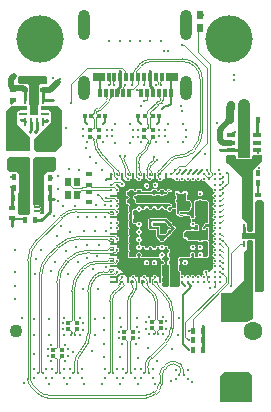
<source format=gtl>
G04*
G04 #@! TF.GenerationSoftware,Altium Limited,Altium Designer,21.2.1 (34)*
G04*
G04 Layer_Physical_Order=1*
G04 Layer_Color=255*
%FSLAX25Y25*%
%MOIN*%
G70*
G04*
G04 #@! TF.SameCoordinates,309C0993-0839-4B3B-9E80-2D82E5661E4B*
G04*
G04*
G04 #@! TF.FilePolarity,Positive*
G04*
G01*
G75*
%ADD15C,0.01000*%
%ADD20R,0.01181X0.03150*%
%ADD21R,0.03937X0.02756*%
%ADD22R,0.01181X0.02756*%
%ADD23R,0.01968X0.01772*%
%ADD24R,0.01772X0.01968*%
%ADD25R,0.06693X0.03937*%
%ADD26C,0.00787*%
%ADD27R,0.02362X0.02874*%
%ADD28R,0.01575X0.01181*%
%ADD29R,0.01181X0.01575*%
%ADD30R,0.02559X0.01772*%
%ADD31R,0.04331X0.07480*%
%ADD32R,0.03386X0.01969*%
%ADD33R,0.01102X0.02303*%
%ADD34R,0.02126X0.02506*%
%ADD35R,0.10205X0.08691*%
%ADD60C,0.00436*%
%ADD61C,0.00436*%
%ADD62C,0.00320*%
%ADD63C,0.00320*%
%ADD64R,0.01102X0.02618*%
%ADD65R,0.02618X0.01102*%
%ADD66R,0.02756X0.02756*%
%ADD67C,0.04000*%
%ADD68C,0.00500*%
%ADD69C,0.02500*%
%ADD70C,0.02000*%
%ADD71C,0.00450*%
%ADD72C,0.00350*%
%ADD73C,0.00669*%
%ADD74C,0.15748*%
%ADD75O,0.03937X0.08263*%
%ADD76O,0.03937X0.10231*%
%ADD77C,0.04331*%
%ADD78C,0.06299*%
%ADD79C,0.01181*%
G36*
X62180Y145259D02*
X70773D01*
X71369Y144664D01*
Y142985D01*
X70976Y142592D01*
X68795D01*
X68450Y142247D01*
X68450Y135805D01*
X68292Y135648D01*
X68292Y132163D01*
X65541D01*
X65536Y135647D01*
X65367Y135817D01*
Y142029D01*
X64761Y142635D01*
X62129D01*
X61634Y143139D01*
Y144788D01*
X62143Y145297D01*
X62180Y145259D01*
D02*
G37*
G36*
X64650Y135077D02*
Y133974D01*
X64544Y133868D01*
X62150D01*
X61740Y133458D01*
X61682D01*
Y133401D01*
X61114Y132833D01*
Y129141D01*
X65614Y124656D01*
Y120241D01*
X65414Y120041D01*
X58014D01*
X57714Y120341D01*
X57714Y133541D01*
X59250Y135077D01*
X64650Y135077D01*
D02*
G37*
G36*
X76114Y133741D02*
X76114Y122041D01*
X74014Y119941D01*
X67714D01*
X66939Y120717D01*
X66939Y124266D01*
X72414Y129741D01*
X72414Y133069D01*
X72414Y133156D01*
X72146Y133458D01*
X72112Y133458D01*
X71637Y133933D01*
X69177D01*
X69177Y135075D01*
X74779Y135077D01*
X76114Y133741D01*
D02*
G37*
G36*
X122771Y110708D02*
X122778Y110635D01*
X122792Y110564D01*
X122813Y110494D01*
X122841Y110426D01*
X122876Y110362D01*
X122916Y110301D01*
X122963Y110244D01*
X123014Y110193D01*
X123071Y110146D01*
X123132Y110106D01*
X123196Y110071D01*
X123263Y110043D01*
X123333Y110022D01*
X123405Y110008D01*
X123478Y110001D01*
X123551D01*
X123624Y110008D01*
X123695Y110022D01*
X123765Y110043D01*
X123833Y110071D01*
X123897Y110106D01*
X123958Y110146D01*
X124014Y110193D01*
X124040Y110219D01*
X126611Y107648D01*
X126585Y107623D01*
X126538Y107566D01*
X126498Y107505D01*
X126463Y107441D01*
X126435Y107373D01*
X126414Y107303D01*
X126400Y107232D01*
X126393Y107159D01*
Y107086D01*
X126400Y107013D01*
X126414Y106941D01*
X126435Y106872D01*
X126463Y106804D01*
X126498Y106740D01*
X126538Y106679D01*
X126585Y106622D01*
X126636Y106571D01*
X126693Y106524D01*
X126753Y106484D01*
X126818Y106449D01*
X126885Y106421D01*
X126955Y106400D01*
X127027Y106386D01*
X127100Y106379D01*
X127136D01*
Y106055D01*
X127100D01*
X127027Y106048D01*
X126955Y106034D01*
X126885Y106012D01*
X126818Y105984D01*
X126753Y105950D01*
X126693Y105910D01*
X126636Y105863D01*
X126585Y105811D01*
X126538Y105755D01*
X126498Y105694D01*
X126463Y105630D01*
X126435Y105562D01*
X126414Y105492D01*
X126400Y105421D01*
X126393Y105348D01*
Y105275D01*
X126400Y105202D01*
X126414Y105131D01*
X126435Y105061D01*
X126463Y104993D01*
X126498Y104929D01*
X126538Y104868D01*
X126585Y104811D01*
X126636Y104760D01*
X126693Y104713D01*
X126753Y104673D01*
X126818Y104638D01*
X126885Y104610D01*
X126955Y104589D01*
X127027Y104575D01*
X127100Y104568D01*
X127136D01*
Y104244D01*
X127100D01*
X127027Y104237D01*
X126955Y104223D01*
X126885Y104201D01*
X126818Y104174D01*
X126753Y104139D01*
X126693Y104098D01*
X126636Y104052D01*
X126585Y104000D01*
X126538Y103944D01*
X126498Y103883D01*
X126463Y103819D01*
X126435Y103751D01*
X126414Y103681D01*
X126400Y103610D01*
X126393Y103537D01*
Y103464D01*
X126400Y103391D01*
X126414Y103320D01*
X126435Y103250D01*
X126463Y103182D01*
X126498Y103118D01*
X126538Y103057D01*
X126585Y103000D01*
X126636Y102949D01*
X126693Y102902D01*
X126753Y102862D01*
X126818Y102827D01*
X126885Y102799D01*
X126955Y102778D01*
X127027Y102764D01*
X127100Y102757D01*
X127136D01*
Y102433D01*
X127100D01*
X127027Y102426D01*
X126955Y102412D01*
X126885Y102390D01*
X126818Y102363D01*
X126753Y102328D01*
X126693Y102287D01*
X126636Y102241D01*
X126585Y102189D01*
X126538Y102133D01*
X126498Y102072D01*
X126463Y102008D01*
X126435Y101940D01*
X126414Y101870D01*
X126400Y101799D01*
X126393Y101726D01*
Y101653D01*
X126400Y101580D01*
X126414Y101508D01*
X126435Y101438D01*
X126463Y101371D01*
X126498Y101307D01*
X126538Y101246D01*
X126585Y101189D01*
X126636Y101138D01*
X126693Y101091D01*
X126753Y101051D01*
X126818Y101016D01*
X126885Y100988D01*
X126955Y100967D01*
X127027Y100953D01*
X127100Y100946D01*
X127136D01*
Y100622D01*
X127100D01*
X127027Y100615D01*
X126955Y100601D01*
X126885Y100579D01*
X126818Y100551D01*
X126753Y100517D01*
X126693Y100476D01*
X126636Y100430D01*
X126585Y100378D01*
X126538Y100322D01*
X126498Y100261D01*
X126463Y100197D01*
X126435Y100129D01*
X126414Y100059D01*
X126400Y99988D01*
X126393Y99915D01*
Y99842D01*
X126400Y99769D01*
X126414Y99697D01*
X126435Y99628D01*
X126463Y99560D01*
X126498Y99496D01*
X126538Y99435D01*
X126585Y99378D01*
X126636Y99327D01*
X126693Y99280D01*
X126753Y99240D01*
X126818Y99205D01*
X126885Y99177D01*
X126955Y99156D01*
X127027Y99142D01*
X127100Y99135D01*
X127136D01*
Y98811D01*
X127100D01*
X127027Y98804D01*
X126955Y98790D01*
X126885Y98768D01*
X126818Y98740D01*
X126753Y98706D01*
X126693Y98665D01*
X126636Y98619D01*
X126585Y98567D01*
X126538Y98511D01*
X126498Y98450D01*
X126463Y98386D01*
X126435Y98318D01*
X126414Y98248D01*
X126400Y98177D01*
X126393Y98104D01*
Y98031D01*
X126400Y97958D01*
X126414Y97886D01*
X126435Y97816D01*
X126463Y97749D01*
X126498Y97685D01*
X126538Y97624D01*
X126585Y97567D01*
X126636Y97516D01*
X126693Y97469D01*
X126753Y97429D01*
X126818Y97394D01*
X126885Y97366D01*
X126955Y97345D01*
X127027Y97331D01*
X127100Y97324D01*
X127136D01*
Y97000D01*
X127100D01*
X127027Y96993D01*
X126955Y96979D01*
X126885Y96957D01*
X126818Y96929D01*
X126753Y96895D01*
X126693Y96854D01*
X126636Y96808D01*
X126585Y96756D01*
X126538Y96700D01*
X126498Y96639D01*
X126463Y96575D01*
X126435Y96507D01*
X126414Y96437D01*
X126400Y96365D01*
X126393Y96293D01*
Y96220D01*
X126400Y96147D01*
X126414Y96075D01*
X126435Y96005D01*
X126463Y95938D01*
X126498Y95873D01*
X126538Y95813D01*
X126585Y95756D01*
X126636Y95705D01*
X126693Y95658D01*
X126753Y95618D01*
X126818Y95583D01*
X126885Y95555D01*
X126955Y95534D01*
X127027Y95520D01*
X127100Y95513D01*
X127136D01*
Y95189D01*
X127100D01*
X127027Y95182D01*
X126955Y95167D01*
X126885Y95146D01*
X126818Y95118D01*
X126753Y95084D01*
X126693Y95043D01*
X126636Y94997D01*
X126585Y94945D01*
X126538Y94889D01*
X126498Y94828D01*
X126463Y94764D01*
X126435Y94696D01*
X126414Y94626D01*
X126400Y94555D01*
X126393Y94482D01*
Y94409D01*
X126400Y94336D01*
X126414Y94264D01*
X126435Y94194D01*
X126463Y94127D01*
X126498Y94063D01*
X126538Y94002D01*
X126585Y93945D01*
X126636Y93893D01*
X126693Y93847D01*
X126753Y93807D01*
X126818Y93772D01*
X126885Y93744D01*
X126955Y93723D01*
X127027Y93709D01*
X127100Y93701D01*
X127136D01*
Y93378D01*
X127100D01*
X127027Y93371D01*
X126955Y93357D01*
X126885Y93335D01*
X126818Y93307D01*
X126753Y93273D01*
X126693Y93232D01*
X126636Y93186D01*
X126585Y93134D01*
X126538Y93078D01*
X126498Y93017D01*
X126463Y92953D01*
X126435Y92885D01*
X126414Y92815D01*
X126400Y92743D01*
X126393Y92671D01*
Y92598D01*
X126400Y92525D01*
X126414Y92453D01*
X126435Y92383D01*
X126463Y92316D01*
X126498Y92251D01*
X126538Y92191D01*
X126585Y92134D01*
X126636Y92083D01*
X126693Y92036D01*
X126753Y91996D01*
X126818Y91961D01*
X126885Y91933D01*
X126955Y91912D01*
X127027Y91898D01*
X127100Y91891D01*
X127136D01*
Y91567D01*
X127100D01*
X127027Y91560D01*
X126955Y91545D01*
X126885Y91524D01*
X126818Y91496D01*
X126753Y91462D01*
X126693Y91421D01*
X126636Y91375D01*
X126585Y91323D01*
X126538Y91267D01*
X126498Y91206D01*
X126463Y91142D01*
X126435Y91074D01*
X126414Y91004D01*
X126400Y90933D01*
X126393Y90860D01*
Y90787D01*
X126400Y90714D01*
X126414Y90642D01*
X126435Y90572D01*
X126463Y90505D01*
X126498Y90440D01*
X126538Y90380D01*
X126585Y90323D01*
X126636Y90272D01*
X126693Y90225D01*
X126753Y90185D01*
X126818Y90150D01*
X126885Y90122D01*
X126955Y90101D01*
X127027Y90087D01*
X127100Y90079D01*
X127136D01*
Y89756D01*
X127100D01*
X127027Y89749D01*
X126955Y89735D01*
X126885Y89713D01*
X126818Y89685D01*
X126753Y89651D01*
X126693Y89610D01*
X126636Y89564D01*
X126585Y89512D01*
X126538Y89456D01*
X126498Y89395D01*
X126463Y89331D01*
X126435Y89263D01*
X126414Y89193D01*
X126400Y89121D01*
X126393Y89049D01*
Y88976D01*
X126400Y88903D01*
X126414Y88831D01*
X126435Y88761D01*
X126463Y88694D01*
X126498Y88629D01*
X126538Y88569D01*
X126585Y88512D01*
X126636Y88460D01*
X126693Y88414D01*
X126753Y88374D01*
X126818Y88339D01*
X126885Y88311D01*
X126955Y88290D01*
X127027Y88276D01*
X127100Y88269D01*
X127136D01*
Y87945D01*
X127100D01*
X127027Y87938D01*
X126955Y87924D01*
X126885Y87902D01*
X126818Y87874D01*
X126753Y87840D01*
X126693Y87799D01*
X126636Y87753D01*
X126585Y87701D01*
X126538Y87645D01*
X126498Y87584D01*
X126463Y87520D01*
X126435Y87452D01*
X126414Y87382D01*
X126400Y87310D01*
X126393Y87238D01*
Y87165D01*
X126400Y87092D01*
X126414Y87020D01*
X126435Y86950D01*
X126463Y86883D01*
X126498Y86818D01*
X126538Y86758D01*
X126585Y86701D01*
X126636Y86650D01*
X126693Y86603D01*
X126753Y86563D01*
X126818Y86528D01*
X126885Y86500D01*
X126955Y86479D01*
X127027Y86465D01*
X127100Y86458D01*
X127136D01*
Y86134D01*
X127100D01*
X127027Y86127D01*
X126955Y86112D01*
X126885Y86091D01*
X126818Y86063D01*
X126753Y86029D01*
X126693Y85988D01*
X126636Y85942D01*
X126585Y85890D01*
X126538Y85834D01*
X126498Y85773D01*
X126463Y85708D01*
X126435Y85641D01*
X126414Y85571D01*
X126400Y85499D01*
X126393Y85427D01*
Y85354D01*
X126400Y85281D01*
X126414Y85209D01*
X126435Y85139D01*
X126463Y85072D01*
X126498Y85007D01*
X126538Y84947D01*
X126585Y84890D01*
X126636Y84838D01*
X126693Y84792D01*
X126753Y84751D01*
X126818Y84717D01*
X126885Y84689D01*
X126955Y84668D01*
X127027Y84654D01*
X127100Y84646D01*
X127136D01*
Y84323D01*
X127100D01*
X127027Y84316D01*
X126955Y84301D01*
X126885Y84280D01*
X126818Y84252D01*
X126753Y84218D01*
X126693Y84177D01*
X126636Y84131D01*
X126585Y84079D01*
X126538Y84023D01*
X126498Y83962D01*
X126463Y83898D01*
X126435Y83830D01*
X126414Y83760D01*
X126400Y83688D01*
X126393Y83616D01*
Y83543D01*
X126400Y83470D01*
X126414Y83398D01*
X126435Y83328D01*
X126463Y83261D01*
X126498Y83196D01*
X126538Y83136D01*
X126585Y83079D01*
X126636Y83027D01*
X126693Y82981D01*
X126753Y82940D01*
X126818Y82906D01*
X126885Y82878D01*
X126955Y82857D01*
X127027Y82843D01*
X127100Y82835D01*
X127136D01*
Y82512D01*
X127100D01*
X127027Y82505D01*
X126955Y82490D01*
X126885Y82469D01*
X126818Y82441D01*
X126753Y82407D01*
X126693Y82366D01*
X126636Y82320D01*
X126585Y82268D01*
X126538Y82212D01*
X126498Y82151D01*
X126463Y82086D01*
X126435Y82019D01*
X126414Y81949D01*
X126400Y81877D01*
X126393Y81805D01*
Y81732D01*
X126400Y81659D01*
X126414Y81587D01*
X126435Y81517D01*
X126463Y81450D01*
X126498Y81385D01*
X126538Y81324D01*
X126585Y81268D01*
X126611Y81242D01*
X125067Y79699D01*
Y79742D01*
X125060Y79824D01*
X125046Y79905D01*
X125025Y79984D01*
X124997Y80062D01*
X124962Y80136D01*
X124921Y80207D01*
X124874Y80274D01*
X124821Y80337D01*
X124763Y80395D01*
X124700Y80448D01*
X124633Y80495D01*
X124562Y80536D01*
X124487Y80571D01*
X124410Y80599D01*
X124331Y80620D01*
X124250Y80635D01*
X124168Y80642D01*
X124086D01*
X124004Y80635D01*
X123923Y80620D01*
X123844Y80599D01*
X123767Y80571D01*
X123692Y80536D01*
X123621Y80495D01*
X123554Y80448D01*
X123491Y80395D01*
X123433Y80337D01*
X123380Y80274D01*
X123333Y80207D01*
X123292Y80136D01*
X123257Y80062D01*
X123229Y79984D01*
X123208Y79905D01*
X123194Y79824D01*
X123186Y79742D01*
Y79660D01*
X123194Y79578D01*
X123208Y79497D01*
X123229Y79418D01*
X123257Y79341D01*
X123292Y79267D01*
X123333Y79195D01*
X123380Y79128D01*
X123433Y79065D01*
X123491Y79007D01*
X123554Y78954D01*
X123616Y78911D01*
Y78883D01*
X123551Y78890D01*
X123478D01*
X123405Y78883D01*
X123333Y78868D01*
X123263Y78847D01*
X123196Y78819D01*
X123132Y78785D01*
X123071Y78744D01*
X123014Y78698D01*
X122963Y78646D01*
X122916Y78590D01*
X122876Y78529D01*
X122841Y78464D01*
X122813Y78397D01*
X122792Y78327D01*
X122778Y78255D01*
X122771Y78183D01*
Y78146D01*
X122447D01*
Y78183D01*
X122440Y78255D01*
X122426Y78327D01*
X122404Y78397D01*
X122376Y78464D01*
X122342Y78529D01*
X122301Y78590D01*
X122255Y78646D01*
X122203Y78698D01*
X122147Y78744D01*
X122086Y78785D01*
X122022Y78819D01*
X121954Y78847D01*
X121884Y78868D01*
X121812Y78883D01*
X121740Y78890D01*
X121667D01*
X121594Y78883D01*
X121522Y78868D01*
X121452Y78847D01*
X121385Y78819D01*
X121320Y78785D01*
X121260Y78744D01*
X121203Y78698D01*
X121152Y78646D01*
X121105Y78590D01*
X121065Y78529D01*
X121030Y78464D01*
X121002Y78397D01*
X120981Y78327D01*
X120967Y78255D01*
X120960Y78183D01*
Y78146D01*
X120636D01*
Y78183D01*
X120629Y78255D01*
X120615Y78327D01*
X120593Y78397D01*
X120565Y78464D01*
X120531Y78529D01*
X120490Y78590D01*
X120444Y78646D01*
X120392Y78698D01*
X120336Y78744D01*
X120275Y78785D01*
X120211Y78819D01*
X120143Y78847D01*
X120073Y78868D01*
X120001Y78883D01*
X119929Y78890D01*
X119856D01*
X119783Y78883D01*
X119711Y78868D01*
X119641Y78847D01*
X119574Y78819D01*
X119509Y78785D01*
X119449Y78744D01*
X119392Y78698D01*
X119341Y78646D01*
X119294Y78590D01*
X119254Y78529D01*
X119219Y78464D01*
X119191Y78397D01*
X119170Y78327D01*
X119156Y78255D01*
X119149Y78183D01*
Y78146D01*
X118825D01*
Y78183D01*
X118818Y78255D01*
X118804Y78327D01*
X118782Y78397D01*
X118754Y78464D01*
X118720Y78529D01*
X118679Y78590D01*
X118633Y78646D01*
X118581Y78698D01*
X118525Y78744D01*
X118464Y78785D01*
X118400Y78819D01*
X118332Y78847D01*
X118262Y78868D01*
X118191Y78883D01*
X118118Y78890D01*
X118045D01*
X117972Y78883D01*
X117900Y78868D01*
X117830Y78847D01*
X117763Y78819D01*
X117698Y78785D01*
X117638Y78744D01*
X117581Y78698D01*
X117529Y78646D01*
X117483Y78590D01*
X117443Y78529D01*
X117408Y78464D01*
X117380Y78397D01*
X117359Y78327D01*
X117345Y78255D01*
X117338Y78183D01*
Y78146D01*
X117014D01*
Y78183D01*
X117007Y78255D01*
X116992Y78327D01*
X116971Y78397D01*
X116943Y78464D01*
X116909Y78529D01*
X116868Y78590D01*
X116822Y78646D01*
X116770Y78698D01*
X116714Y78744D01*
X116653Y78785D01*
X116589Y78819D01*
X116521Y78847D01*
X116451Y78868D01*
X116379Y78883D01*
X116307Y78890D01*
X116234D01*
X116161Y78883D01*
X116089Y78868D01*
X116019Y78847D01*
X115952Y78819D01*
X115887Y78785D01*
X115827Y78744D01*
X115826Y78743D01*
Y79855D01*
X115826Y79855D01*
X115823Y79900D01*
X115814Y79945D01*
X115799Y79989D01*
X115779Y80030D01*
X115753Y80068D01*
X115723Y80103D01*
X115326Y80500D01*
Y82249D01*
X115370Y82293D01*
X115423Y82356D01*
X115470Y82424D01*
X115511Y82495D01*
X115545Y82569D01*
X115574Y82646D01*
X115595Y82726D01*
X115609Y82807D01*
X115616Y82888D01*
Y82971D01*
X115609Y83052D01*
X115595Y83133D01*
X115574Y83213D01*
X115545Y83290D01*
X115511Y83364D01*
X115470Y83435D01*
X115423Y83503D01*
X115370Y83565D01*
X115326Y83610D01*
Y84209D01*
X115622Y84506D01*
X115626Y84507D01*
X115631Y84507D01*
X115648Y84510D01*
X115665Y84513D01*
X115671Y84515D01*
X115676Y84516D01*
X115692Y84522D01*
X115709Y84526D01*
X115714Y84529D01*
X115720Y84531D01*
X115735Y84538D01*
X115751Y84545D01*
X115787Y84565D01*
X115823Y84579D01*
X115860Y84591D01*
X115897Y84598D01*
X115936Y84602D01*
X115974D01*
X116013Y84598D01*
X116051Y84591D01*
X116088Y84579D01*
X116123Y84565D01*
X116160Y84545D01*
X116175Y84538D01*
X116191Y84531D01*
X116196Y84529D01*
X116201Y84526D01*
X116218Y84521D01*
X116234Y84516D01*
X116240Y84515D01*
X116245Y84513D01*
X116262Y84510D01*
X116279Y84507D01*
X116285Y84507D01*
X116291Y84506D01*
X116308Y84505D01*
X116325Y84504D01*
X118145D01*
X118162Y84505D01*
X118179Y84506D01*
X118184Y84507D01*
X118190Y84507D01*
X118207Y84510D01*
X118224Y84513D01*
X118230Y84515D01*
X118235Y84516D01*
X118252Y84522D01*
X118268Y84526D01*
X118273Y84529D01*
X118279Y84531D01*
X118294Y84538D01*
X118310Y84545D01*
X118346Y84565D01*
X118382Y84579D01*
X118419Y84591D01*
X118456Y84598D01*
X118495Y84602D01*
X118534D01*
X118572Y84598D01*
X118610Y84591D01*
X118647Y84579D01*
X118683Y84565D01*
X118719Y84545D01*
X118734Y84538D01*
X118750Y84531D01*
X118755Y84529D01*
X118760Y84526D01*
X118777Y84521D01*
X118793Y84516D01*
X118799Y84515D01*
X118804Y84513D01*
X118821Y84510D01*
X118838Y84507D01*
X118844Y84507D01*
X118850Y84506D01*
X118867Y84505D01*
X118884Y84504D01*
X119098D01*
X119105Y84504D01*
X119113Y84504D01*
X119128Y84506D01*
X119144Y84507D01*
X119151Y84508D01*
X119159Y84509D01*
X119174Y84513D01*
X119189Y84516D01*
X119196Y84518D01*
X119203Y84520D01*
X119218Y84526D01*
X119232Y84531D01*
X119239Y84534D01*
X119246Y84537D01*
X119260Y84544D01*
X119273Y84551D01*
X119280Y84555D01*
X119286Y84559D01*
X119299Y84568D01*
X119311Y84576D01*
X119317Y84582D01*
X119323Y84586D01*
X119334Y84597D01*
X119346Y84607D01*
X119351Y84613D01*
X119356Y84618D01*
X119366Y84630D01*
X119376Y84641D01*
X119380Y84648D01*
X119385Y84654D01*
X119393Y84667D01*
X119402Y84679D01*
X119405Y84686D01*
X119409Y84693D01*
X119415Y84707D01*
X119422Y84720D01*
X119424Y84728D01*
X119427Y84735D01*
X119432Y84750D01*
X119437Y84764D01*
X119438Y84771D01*
X119440Y84779D01*
X119443Y84794D01*
X119446Y84809D01*
X119446Y84816D01*
X119447Y84824D01*
X119448Y84839D01*
X119449Y84855D01*
X119448Y84862D01*
X119448Y84870D01*
X119447Y84885D01*
X119446Y84900D01*
X119444Y84908D01*
X119443Y84916D01*
X119440Y84930D01*
X119437Y84945D01*
X119434Y84953D01*
X119432Y84960D01*
X119427Y84974D01*
X119422Y84989D01*
X119419Y84996D01*
X119416Y85003D01*
X119408Y85016D01*
X119402Y85030D01*
X119397Y85036D01*
X119394Y85043D01*
X119385Y85056D01*
X119376Y85068D01*
X119371Y85074D01*
X119367Y85080D01*
X119325Y85129D01*
X119296Y85171D01*
X119270Y85216D01*
X119248Y85263D01*
X119231Y85311D01*
X119217Y85361D01*
X119209Y85412D01*
X119204Y85463D01*
Y85514D01*
X119209Y85566D01*
X119217Y85616D01*
X119231Y85666D01*
X119248Y85715D01*
X119270Y85761D01*
X119296Y85806D01*
X119325Y85848D01*
X119359Y85887D01*
X119395Y85924D01*
X119434Y85957D01*
X119477Y85987D01*
X119521Y86012D01*
X119568Y86034D01*
X119616Y86052D01*
X119666Y86065D01*
X119717Y86074D01*
X119768Y86078D01*
X119819D01*
X119871Y86074D01*
X119922Y86065D01*
X119971Y86052D01*
X120020Y86034D01*
X120066Y86012D01*
X120111Y85987D01*
X120153Y85957D01*
X120193Y85924D01*
X120229Y85887D01*
X120262Y85848D01*
X120292Y85806D01*
X120317Y85761D01*
X120339Y85715D01*
X120357Y85666D01*
X120370Y85616D01*
X120379Y85566D01*
X120384Y85514D01*
Y85463D01*
X120379Y85412D01*
X120370Y85361D01*
X120357Y85311D01*
X120339Y85263D01*
X120317Y85216D01*
X120292Y85171D01*
X120262Y85129D01*
X120221Y85080D01*
X120217Y85074D01*
X120211Y85068D01*
X120203Y85056D01*
X120194Y85043D01*
X120190Y85036D01*
X120186Y85030D01*
X120179Y85016D01*
X120172Y85003D01*
X120169Y84996D01*
X120166Y84989D01*
X120161Y84974D01*
X120155Y84960D01*
X120153Y84953D01*
X120151Y84945D01*
X120148Y84930D01*
X120144Y84916D01*
X120143Y84908D01*
X120142Y84900D01*
X120141Y84885D01*
X120139Y84870D01*
X120140Y84862D01*
X120139Y84855D01*
X120140Y84839D01*
X120140Y84824D01*
X120141Y84816D01*
X120142Y84809D01*
X120145Y84794D01*
X120147Y84779D01*
X120149Y84771D01*
X120151Y84764D01*
X120156Y84750D01*
X120160Y84735D01*
X120163Y84728D01*
X120166Y84720D01*
X120173Y84707D01*
X120179Y84693D01*
X120183Y84686D01*
X120186Y84679D01*
X120194Y84667D01*
X120202Y84654D01*
X120207Y84648D01*
X120211Y84641D01*
X120222Y84630D01*
X120231Y84618D01*
X120237Y84613D01*
X120242Y84607D01*
X120253Y84597D01*
X120264Y84586D01*
X120271Y84582D01*
X120276Y84576D01*
X120289Y84568D01*
X120301Y84559D01*
X120308Y84555D01*
X120314Y84551D01*
X120328Y84544D01*
X120342Y84537D01*
X120349Y84534D01*
X120355Y84531D01*
X120370Y84526D01*
X120384Y84520D01*
X120392Y84518D01*
X120399Y84516D01*
X120414Y84513D01*
X120429Y84509D01*
X120436Y84509D01*
X120444Y84507D01*
X120459Y84506D01*
X120474Y84504D01*
X120482Y84504D01*
X120490Y84504D01*
X120703D01*
X120721Y84505D01*
X120738Y84506D01*
X120744Y84507D01*
X120749Y84507D01*
X120766Y84510D01*
X120783Y84513D01*
X120789Y84515D01*
X120794Y84516D01*
X120811Y84522D01*
X120827Y84526D01*
X120832Y84529D01*
X120838Y84531D01*
X120853Y84538D01*
X120869Y84545D01*
X120905Y84565D01*
X120941Y84579D01*
X120978Y84591D01*
X121016Y84598D01*
X121054Y84602D01*
X121093D01*
X121131Y84598D01*
X121169Y84591D01*
X121206Y84579D01*
X121241Y84565D01*
X121278Y84545D01*
X121293Y84538D01*
X121309Y84531D01*
X121314Y84529D01*
X121319Y84526D01*
X121336Y84521D01*
X121352Y84516D01*
X121358Y84515D01*
X121363Y84513D01*
X121380Y84510D01*
X121397Y84507D01*
X121403Y84507D01*
X121409Y84506D01*
X121426Y84505D01*
X121443Y84504D01*
X121657D01*
X121665Y84504D01*
X121672Y84504D01*
X121687Y84506D01*
X121703Y84507D01*
X121710Y84508D01*
X121718Y84509D01*
X121733Y84513D01*
X121748Y84516D01*
X121755Y84518D01*
X121762Y84520D01*
X121777Y84526D01*
X121791Y84531D01*
X121798Y84534D01*
X121805Y84537D01*
X121819Y84544D01*
X121832Y84551D01*
X121839Y84555D01*
X121845Y84559D01*
X121858Y84568D01*
X121870Y84576D01*
X121876Y84582D01*
X121882Y84586D01*
X121893Y84597D01*
X121905Y84607D01*
X121910Y84613D01*
X121915Y84618D01*
X121925Y84630D01*
X121935Y84641D01*
X121937Y84645D01*
X121993Y84619D01*
X122070Y84591D01*
X122149Y84569D01*
X122230Y84555D01*
X122312Y84548D01*
X122394D01*
X122476Y84555D01*
X122557Y84569D01*
X122636Y84591D01*
X122713Y84619D01*
X122768Y84645D01*
X122771Y84641D01*
X122781Y84630D01*
X122790Y84618D01*
X122796Y84613D01*
X122801Y84607D01*
X122812Y84597D01*
X122823Y84586D01*
X122829Y84582D01*
X122835Y84576D01*
X122848Y84568D01*
X122860Y84559D01*
X122867Y84555D01*
X122873Y84551D01*
X122887Y84544D01*
X122900Y84537D01*
X122908Y84534D01*
X122915Y84531D01*
X122929Y84526D01*
X122943Y84520D01*
X122951Y84518D01*
X122958Y84516D01*
X122973Y84513D01*
X122988Y84509D01*
X122995Y84509D01*
X123003Y84507D01*
X123018Y84506D01*
X123033Y84504D01*
X123041Y84504D01*
X123049Y84504D01*
X123263D01*
X123280Y84505D01*
X123297Y84506D01*
X123303Y84507D01*
X123308Y84507D01*
X123325Y84510D01*
X123342Y84513D01*
X123348Y84515D01*
X123353Y84516D01*
X123370Y84522D01*
X123386Y84526D01*
X123391Y84529D01*
X123397Y84531D01*
X123412Y84538D01*
X123428Y84545D01*
X123464Y84565D01*
X123500Y84579D01*
X123537Y84591D01*
X123575Y84598D01*
X123613Y84602D01*
X123652D01*
X123690Y84598D01*
X123728Y84591D01*
X123765Y84579D01*
X123801Y84565D01*
X123837Y84545D01*
X123853Y84538D01*
X123868Y84531D01*
X123873Y84529D01*
X123879Y84526D01*
X123895Y84521D01*
X123911Y84516D01*
X123917Y84515D01*
X123922Y84513D01*
X123939Y84510D01*
X123956Y84507D01*
X123962Y84507D01*
X123968Y84506D01*
X123985Y84505D01*
X124002Y84504D01*
X124475D01*
X124475Y84504D01*
X124521Y84507D01*
X124566Y84516D01*
X124609Y84531D01*
X124650Y84551D01*
X124688Y84576D01*
X124723Y84607D01*
X125223Y85107D01*
X125253Y85141D01*
X125279Y85179D01*
X125289Y85200D01*
X125299Y85220D01*
X125306Y85242D01*
X125314Y85264D01*
X125323Y85309D01*
X125326Y85355D01*
Y89855D01*
X125326Y89855D01*
X125323Y89900D01*
X125314Y89946D01*
X125299Y89989D01*
X125279Y90030D01*
X125253Y90068D01*
X125223Y90103D01*
X125223Y90103D01*
X124973Y90352D01*
X125228Y90607D01*
X125258Y90641D01*
X125284Y90679D01*
X125294Y90700D01*
X125304Y90720D01*
X125312Y90742D01*
X125319Y90764D01*
X125328Y90809D01*
X125331Y90855D01*
Y94551D01*
X125331Y94551D01*
X125328Y94597D01*
X125319Y94642D01*
X125304Y94686D01*
X125284Y94727D01*
X125258Y94765D01*
X125232Y94795D01*
X125228Y94800D01*
X125228D01*
Y94800D01*
X125194Y94830D01*
X125155Y94855D01*
X125135Y94866D01*
X125114Y94876D01*
X125100Y94880D01*
X125071Y94890D01*
X125035Y94897D01*
X125026Y94899D01*
X125023Y94899D01*
X124980Y94902D01*
X124934Y94899D01*
X124889Y94890D01*
X124846Y94876D01*
X124832Y94869D01*
X124805Y94855D01*
X124805Y94855D01*
X124763Y94831D01*
X124716Y94809D01*
X124668Y94792D01*
X124618Y94778D01*
X124567Y94769D01*
X124516Y94765D01*
X124464D01*
X124458Y94766D01*
X124443Y94766D01*
X124427Y94767D01*
X124419Y94766D01*
X124412Y94766D01*
X124397Y94765D01*
X124381Y94764D01*
X124374Y94762D01*
X124366Y94762D01*
X124352Y94758D01*
X124336Y94755D01*
X124329Y94752D01*
X124322Y94751D01*
X124308Y94745D01*
X124293Y94740D01*
X124286Y94737D01*
X124279Y94734D01*
X124266Y94727D01*
X124252Y94720D01*
X124246Y94715D01*
X124239Y94712D01*
X124226Y94703D01*
X124214Y94694D01*
X124208Y94689D01*
X124202Y94685D01*
X124191Y94674D01*
X124179Y94664D01*
X124123Y94608D01*
X124119Y94604D01*
X124115Y94600D01*
X124104Y94586D01*
X124093Y94574D01*
X124090Y94569D01*
X124086Y94564D01*
X124077Y94550D01*
X124067Y94535D01*
X124065Y94530D01*
X124062Y94525D01*
X124055Y94510D01*
X124047Y94494D01*
X124045Y94489D01*
X124043Y94484D01*
X124038Y94467D01*
X124032Y94451D01*
X124031Y94445D01*
X124030Y94440D01*
X124027Y94423D01*
X124023Y94406D01*
X124023Y94400D01*
X124022Y94394D01*
X124021Y94388D01*
X124014Y94350D01*
X124003Y94313D01*
X123988Y94277D01*
X123970Y94243D01*
X123948Y94211D01*
X123924Y94181D01*
X123897Y94154D01*
X123867Y94129D01*
X123835Y94108D01*
X123801Y94090D01*
X123765Y94075D01*
X123728Y94064D01*
X123690Y94056D01*
X123652Y94052D01*
X123613D01*
X123575Y94056D01*
X123537Y94064D01*
X123500Y94075D01*
X123464Y94090D01*
X123430Y94108D01*
X123398Y94129D01*
X123368Y94154D01*
X123341Y94181D01*
X123316Y94211D01*
X123295Y94243D01*
X123277Y94277D01*
X123262Y94313D01*
X123251Y94350D01*
X123243Y94388D01*
X123239Y94426D01*
Y94465D01*
X123243Y94503D01*
X123251Y94541D01*
X123262Y94578D01*
X123277Y94613D01*
X123295Y94648D01*
X123316Y94680D01*
X123341Y94709D01*
X123368Y94737D01*
X123398Y94761D01*
X123430Y94783D01*
X123464Y94801D01*
X123500Y94816D01*
X123537Y94827D01*
X123554Y94830D01*
X123565Y94833D01*
X123577Y94836D01*
X123588Y94839D01*
X123599Y94842D01*
X123609Y94847D01*
X123620Y94850D01*
X123630Y94855D01*
X123641Y94860D01*
X123651Y94866D01*
X123661Y94871D01*
X123671Y94877D01*
X123681Y94883D01*
X123690Y94890D01*
X123699Y94896D01*
X123708Y94904D01*
X123717Y94911D01*
X123725Y94919D01*
X123734Y94926D01*
X123804Y94996D01*
X123814Y95008D01*
X123825Y95019D01*
X123829Y95025D01*
X123834Y95031D01*
X123843Y95043D01*
X123852Y95056D01*
X123855Y95063D01*
X123860Y95069D01*
X123866Y95083D01*
X123874Y95096D01*
X123876Y95103D01*
X123880Y95110D01*
X123885Y95125D01*
X123890Y95139D01*
X123892Y95146D01*
X123895Y95153D01*
X123898Y95169D01*
X123901Y95183D01*
X123902Y95191D01*
X123904Y95199D01*
X123905Y95214D01*
X123906Y95229D01*
X123906Y95237D01*
X123907Y95244D01*
X123906Y95259D01*
X123905Y95275D01*
X123900Y95329D01*
Y95380D01*
X123905Y95432D01*
X123914Y95483D01*
X123927Y95532D01*
X123945Y95581D01*
X123967Y95627D01*
X123992Y95672D01*
X124022Y95714D01*
X124055Y95754D01*
X124091Y95790D01*
X124131Y95823D01*
X124173Y95853D01*
X124218Y95878D01*
X124264Y95900D01*
X124313Y95918D01*
X124363Y95931D01*
X124413Y95940D01*
X124464Y95944D01*
X124516D01*
X124567Y95940D01*
X124618Y95931D01*
X124668Y95918D01*
X124716Y95900D01*
X124763Y95878D01*
X124805Y95854D01*
X124805Y95854D01*
X124832Y95841D01*
X124846Y95834D01*
X124889Y95819D01*
X124934Y95810D01*
X124980Y95807D01*
X124980D01*
X125026Y95810D01*
X125071Y95819D01*
X125114Y95834D01*
X125154Y95854D01*
X125155Y95854D01*
X125155Y95854D01*
X125175Y95867D01*
X125194Y95880D01*
X125228Y95910D01*
Y95910D01*
X125228D01*
X125258Y95944D01*
X125284Y95983D01*
X125294Y96003D01*
X125304Y96024D01*
X125319Y96067D01*
X125328Y96112D01*
X125331Y96158D01*
Y96158D01*
Y102849D01*
X125328Y102895D01*
X125326Y102904D01*
X125319Y102940D01*
X125304Y102984D01*
X125284Y103025D01*
X125267Y103050D01*
X125258Y103063D01*
X125228Y103098D01*
X125228Y103098D01*
X124723Y103603D01*
X124688Y103633D01*
X124650Y103658D01*
X124630Y103669D01*
X124609Y103679D01*
X124587Y103686D01*
X124566Y103693D01*
X124521Y103702D01*
X124475Y103705D01*
X123243D01*
X123223Y103762D01*
X123188Y103837D01*
X123147Y103908D01*
X123100Y103975D01*
X123047Y104038D01*
X122989Y104096D01*
X122926Y104149D01*
X122859Y104196D01*
X122787Y104237D01*
X122713Y104272D01*
X122636Y104300D01*
X122557Y104321D01*
X122476Y104335D01*
X122394Y104342D01*
X122312D01*
X122230Y104335D01*
X122149Y104321D01*
X122070Y104300D01*
X121993Y104272D01*
X121918Y104237D01*
X121847Y104196D01*
X121780Y104149D01*
X121717Y104096D01*
X121659Y104038D01*
X121606Y103975D01*
X121559Y103908D01*
X121518Y103837D01*
X121483Y103762D01*
X121462Y103705D01*
X120734D01*
X120726Y103705D01*
X120718Y103705D01*
X120703Y103703D01*
X120688Y103702D01*
X120680Y103701D01*
X120673Y103700D01*
X120658Y103697D01*
X120643Y103693D01*
X120636Y103691D01*
X120628Y103689D01*
X120614Y103684D01*
X120600Y103679D01*
X120593Y103675D01*
X120586Y103673D01*
X120572Y103665D01*
X120558Y103658D01*
X120552Y103654D01*
X120545Y103650D01*
X120533Y103641D01*
X120520Y103633D01*
X120515Y103628D01*
X120508Y103623D01*
X120497Y103613D01*
X120486Y103603D01*
X120481Y103597D01*
X120475Y103592D01*
X120466Y103580D01*
X120456Y103568D01*
X120451Y103562D01*
X120446Y103556D01*
X120439Y103543D01*
X120430Y103530D01*
X120427Y103523D01*
X120423Y103517D01*
X120416Y103503D01*
X120410Y103489D01*
X120407Y103482D01*
X120404Y103475D01*
X120400Y103460D01*
X120395Y103445D01*
X120394Y103438D01*
X120391Y103431D01*
X120389Y103415D01*
X120386Y103401D01*
X120386Y103393D01*
X120384Y103385D01*
X120379Y103325D01*
X120370Y103274D01*
X120357Y103224D01*
X120339Y103176D01*
X120317Y103129D01*
X120292Y103085D01*
X120262Y103042D01*
X120223Y102996D01*
X120201Y102971D01*
X120176Y102933D01*
X120165Y102912D01*
X120155Y102892D01*
X120141Y102848D01*
X120132Y102803D01*
X120129Y102757D01*
Y101488D01*
X120132Y101442D01*
X120141Y101397D01*
X120155Y101353D01*
X120176Y101312D01*
X120201Y101274D01*
X120223Y101249D01*
X120262Y101202D01*
X120292Y101160D01*
X120317Y101115D01*
X120339Y101069D01*
X120357Y101020D01*
X120370Y100971D01*
X120379Y100920D01*
X120384Y100869D01*
Y100817D01*
X120379Y100766D01*
X120370Y100715D01*
X120357Y100665D01*
X120339Y100617D01*
X120317Y100570D01*
X120292Y100526D01*
X120262Y100484D01*
X120223Y100437D01*
X120201Y100412D01*
X120176Y100374D01*
X120165Y100353D01*
X120155Y100332D01*
X120141Y100289D01*
X120132Y100244D01*
X120129Y100198D01*
Y98928D01*
X120132Y98883D01*
X120141Y98838D01*
X120155Y98794D01*
X120176Y98753D01*
X120201Y98715D01*
X120223Y98690D01*
X120262Y98643D01*
X120292Y98601D01*
X120317Y98556D01*
X120339Y98510D01*
X120357Y98461D01*
X120370Y98412D01*
X120379Y98361D01*
X120384Y98310D01*
Y98258D01*
X120379Y98207D01*
X120370Y98156D01*
X120357Y98106D01*
X120339Y98058D01*
X120317Y98011D01*
X120292Y97967D01*
X120262Y97924D01*
X120229Y97885D01*
X120193Y97848D01*
X120153Y97816D01*
X120111Y97786D01*
X120066Y97760D01*
X120020Y97738D01*
X119971Y97721D01*
X119922Y97707D01*
X119871Y97698D01*
X119819Y97694D01*
X119768D01*
X119717Y97698D01*
X119666Y97707D01*
X119616Y97721D01*
X119595Y97729D01*
X119580Y97733D01*
X119566Y97738D01*
X119558Y97739D01*
X119551Y97741D01*
X119536Y97744D01*
X119521Y97747D01*
X119513Y97747D01*
X119506Y97748D01*
X119490Y97749D01*
X119478Y97750D01*
X119474Y97755D01*
X119464Y97772D01*
X119462Y97775D01*
X119460Y97778D01*
X119448Y97793D01*
X119436Y97808D01*
X119434Y97811D01*
X119431Y97814D01*
X119418Y97827D01*
X119404Y97841D01*
X119401Y97843D01*
X119398Y97846D01*
X119395Y97848D01*
X119359Y97885D01*
X119325Y97924D01*
X119296Y97967D01*
X119270Y98011D01*
X119248Y98058D01*
X119231Y98106D01*
X119217Y98156D01*
X119209Y98207D01*
X119203Y98267D01*
X119201Y98301D01*
X119192Y98346D01*
X119177Y98389D01*
X119157Y98430D01*
X119132Y98469D01*
X119101Y98503D01*
X119001Y98603D01*
X118967Y98633D01*
X118929Y98659D01*
X118908Y98669D01*
X118888Y98679D01*
X118866Y98686D01*
X118844Y98694D01*
X118799Y98702D01*
X118754Y98705D01*
X118076D01*
X118070Y98719D01*
X118029Y98790D01*
X117982Y98857D01*
X117929Y98920D01*
X117871Y98978D01*
X117808Y99031D01*
X117741Y99078D01*
X117669Y99119D01*
X117595Y99154D01*
X117518Y99182D01*
X117438Y99203D01*
X117358Y99217D01*
X117276Y99224D01*
X117194D01*
X117112Y99217D01*
X117031Y99203D01*
X116952Y99182D01*
X116875Y99154D01*
X116800Y99119D01*
X116773Y99103D01*
X116764Y99115D01*
X116759Y99120D01*
X116753Y99126D01*
X116742Y99136D01*
X116731Y99147D01*
X116725Y99151D01*
X116719Y99156D01*
X116706Y99165D01*
X116694Y99174D01*
X116687Y99177D01*
X116681Y99182D01*
X116667Y99189D01*
X116654Y99196D01*
X116647Y99199D01*
X116640Y99202D01*
X116625Y99207D01*
X116611Y99212D01*
X116603Y99214D01*
X116596Y99217D01*
X116581Y99220D01*
X116566Y99223D01*
X116559Y99224D01*
X116551Y99226D01*
X116536Y99227D01*
X116521Y99228D01*
X116513Y99228D01*
X116505Y99229D01*
X116244D01*
X116198Y99226D01*
X116153Y99217D01*
X116110Y99202D01*
X116109Y99202D01*
X116088Y99193D01*
X116051Y99182D01*
X116013Y99174D01*
X115974Y99170D01*
X115936D01*
X115897Y99174D01*
X115860Y99182D01*
X115823Y99193D01*
X115787Y99208D01*
X115753Y99226D01*
X115721Y99247D01*
X115691Y99272D01*
X115664Y99299D01*
X115639Y99329D01*
X115618Y99361D01*
X115600Y99395D01*
X115585Y99431D01*
X115574Y99468D01*
X115566Y99506D01*
X115562Y99544D01*
Y99583D01*
X115566Y99621D01*
X115574Y99659D01*
X115585Y99696D01*
X115600Y99732D01*
X115618Y99766D01*
X115639Y99798D01*
X115664Y99827D01*
X115691Y99855D01*
X115721Y99879D01*
X115753Y99901D01*
X115787Y99919D01*
X115823Y99934D01*
X115860Y99945D01*
X115897Y99953D01*
X115936Y99956D01*
X115974D01*
X116013Y99953D01*
X116051Y99945D01*
X116088Y99934D01*
X116109Y99925D01*
X116110Y99925D01*
X116112Y99924D01*
X116153Y99910D01*
X116180Y99905D01*
X116198Y99901D01*
X116244Y99898D01*
X118226D01*
X118259Y99900D01*
X118271Y99901D01*
X118271D01*
X118272Y99901D01*
X118296Y99906D01*
X118316Y99910D01*
X118316Y99910D01*
X118316Y99910D01*
X118333Y99916D01*
X118360Y99925D01*
X118360Y99925D01*
X118360Y99925D01*
X118360Y99925D01*
X118368Y99928D01*
X118368Y99928D01*
X118368Y99928D01*
X118387Y99937D01*
X118409Y99948D01*
X118409Y99948D01*
X118409Y99948D01*
X118435Y99966D01*
X118447Y99974D01*
X118447Y99974D01*
X118447Y99974D01*
X118469Y99993D01*
X118482Y100004D01*
X118482Y100004D01*
X118482Y100004D01*
X119101Y100624D01*
X119132Y100658D01*
X119157Y100696D01*
X119177Y100738D01*
X119192Y100781D01*
X119201Y100826D01*
X119203Y100859D01*
X119209Y100920D01*
X119217Y100971D01*
X119231Y101020D01*
X119248Y101069D01*
X119270Y101115D01*
X119296Y101160D01*
X119325Y101202D01*
X119364Y101249D01*
X119387Y101274D01*
X119412Y101312D01*
X119422Y101333D01*
X119432Y101353D01*
X119447Y101397D01*
X119456Y101442D01*
X119459Y101488D01*
Y102757D01*
X119456Y102803D01*
X119447Y102848D01*
X119432Y102892D01*
X119412Y102933D01*
X119387Y102971D01*
X119364Y102996D01*
X119325Y103042D01*
X119296Y103085D01*
X119270Y103129D01*
X119248Y103176D01*
X119231Y103224D01*
X119217Y103274D01*
X119209Y103325D01*
X119203Y103385D01*
X119202Y103393D01*
X119202Y103401D01*
X119199Y103416D01*
X119196Y103431D01*
X119194Y103438D01*
X119193Y103445D01*
X119188Y103460D01*
X119183Y103475D01*
X119180Y103482D01*
X119178Y103489D01*
X119171Y103503D01*
X119165Y103517D01*
X119161Y103523D01*
X119158Y103530D01*
X119149Y103543D01*
X119141Y103556D01*
X119136Y103562D01*
X119132Y103568D01*
X119122Y103580D01*
X119112Y103592D01*
X119107Y103597D01*
X119102Y103603D01*
X119090Y103613D01*
X119079Y103623D01*
X119073Y103628D01*
X119067Y103633D01*
X119055Y103641D01*
X119042Y103650D01*
X119036Y103654D01*
X119029Y103658D01*
X119015Y103665D01*
X119002Y103673D01*
X118995Y103675D01*
X118988Y103679D01*
X118974Y103684D01*
X118959Y103689D01*
X118952Y103691D01*
X118945Y103693D01*
X118930Y103697D01*
X118915Y103700D01*
X118907Y103701D01*
X118900Y103702D01*
X118884Y103703D01*
X118869Y103705D01*
X118861Y103705D01*
X118854Y103705D01*
X118125D01*
X118105Y103762D01*
X118070Y103837D01*
X118029Y103908D01*
X117982Y103975D01*
X117929Y104038D01*
X117871Y104096D01*
X117826Y104134D01*
Y105229D01*
X117871Y105267D01*
X117929Y105325D01*
X117982Y105388D01*
X118029Y105455D01*
X118070Y105526D01*
X118105Y105601D01*
X118133Y105678D01*
X118154Y105757D01*
X118168Y105838D01*
X118175Y105920D01*
Y106002D01*
X118168Y106084D01*
X118154Y106165D01*
X118133Y106244D01*
X118105Y106321D01*
X118070Y106396D01*
X118029Y106467D01*
X117982Y106534D01*
X117929Y106597D01*
X117871Y106655D01*
X117808Y106708D01*
X117741Y106755D01*
X117669Y106796D01*
X117595Y106831D01*
X117518Y106859D01*
X117438Y106880D01*
X117358Y106894D01*
X117276Y106902D01*
X117194D01*
X117112Y106894D01*
X117031Y106880D01*
X116952Y106859D01*
X116875Y106831D01*
X116800Y106796D01*
X116729Y106755D01*
X116662Y106708D01*
X116599Y106655D01*
X116541Y106597D01*
X116488Y106534D01*
X116441Y106467D01*
X116400Y106396D01*
X116365Y106321D01*
X116337Y106244D01*
X116326Y106205D01*
X115584D01*
X115574Y106244D01*
X115545Y106321D01*
X115511Y106396D01*
X115470Y106467D01*
X115423Y106534D01*
X115370Y106597D01*
X115312Y106655D01*
X115249Y106708D01*
X115182Y106755D01*
X115110Y106796D01*
X115036Y106831D01*
X114959Y106859D01*
X114879Y106880D01*
X114799Y106894D01*
X114717Y106902D01*
X114635D01*
X114553Y106894D01*
X114472Y106880D01*
X114393Y106859D01*
X114315Y106831D01*
X114241Y106796D01*
X114170Y106755D01*
X114103Y106708D01*
X114040Y106655D01*
X113982Y106597D01*
X113929Y106534D01*
X113882Y106467D01*
X113841Y106396D01*
X113806Y106321D01*
X113778Y106244D01*
X113757Y106165D01*
X113742Y106084D01*
X113735Y106002D01*
Y105920D01*
X113742Y105838D01*
X113757Y105757D01*
X113778Y105678D01*
X113806Y105601D01*
X113841Y105526D01*
X113882Y105455D01*
X113929Y105388D01*
X113982Y105325D01*
X114040Y105267D01*
X114103Y105214D01*
X114124Y105199D01*
Y104164D01*
X114103Y104149D01*
X114040Y104096D01*
X113982Y104038D01*
X113929Y103975D01*
X113882Y103908D01*
X113841Y103837D01*
X113806Y103762D01*
X113778Y103685D01*
X113757Y103606D01*
X113742Y103525D01*
X113735Y103443D01*
Y103361D01*
X113742Y103279D01*
X113757Y103198D01*
X113778Y103119D01*
X113806Y103042D01*
X113841Y102967D01*
X113882Y102896D01*
X113929Y102829D01*
X113982Y102766D01*
X114040Y102708D01*
X114103Y102655D01*
X114124Y102640D01*
Y101171D01*
X114109Y101179D01*
X114087Y101186D01*
X114066Y101193D01*
X114021Y101202D01*
X113975Y101205D01*
X113057D01*
X113011Y101202D01*
X112966Y101193D01*
X112923Y101179D01*
X112882Y101158D01*
X112844Y101133D01*
X112809Y101103D01*
X112779Y101068D01*
X112753Y101030D01*
X112733Y100989D01*
X112718Y100945D01*
X112709Y100900D01*
X112706Y100855D01*
Y100817D01*
X112702Y100766D01*
X112693Y100715D01*
X112680Y100665D01*
X112662Y100617D01*
X112640Y100570D01*
X112615Y100526D01*
X112585Y100484D01*
X112552Y100444D01*
X112515Y100408D01*
X112476Y100374D01*
X112434Y100345D01*
X112389Y100319D01*
X112343Y100297D01*
X112294Y100280D01*
X112244Y100267D01*
X112194Y100258D01*
X112142Y100253D01*
X112091D01*
X112040Y100258D01*
X111989Y100267D01*
X111939Y100280D01*
X111891Y100297D01*
X111844Y100319D01*
X111800Y100345D01*
X111757Y100374D01*
X111718Y100408D01*
X111681Y100444D01*
X111648Y100483D01*
X111619Y100526D01*
X111593Y100570D01*
X111571Y100617D01*
X111566Y100630D01*
X111559Y100647D01*
X111551Y100665D01*
X111550Y100668D01*
X111548Y100672D01*
X111538Y100689D01*
X111529Y100705D01*
X111526Y100708D01*
X111524Y100711D01*
X111512Y100726D01*
X111505Y100735D01*
X111515Y100764D01*
X111524Y100809D01*
X111527Y100855D01*
Y100869D01*
X111531Y100920D01*
X111540Y100971D01*
X111554Y101020D01*
X111571Y101069D01*
X111593Y101115D01*
X111619Y101160D01*
X111648Y101202D01*
X111681Y101242D01*
X111718Y101278D01*
X111757Y101311D01*
X111799Y101341D01*
X111844Y101366D01*
X111891Y101388D01*
X111939Y101406D01*
X111989Y101419D01*
X112040Y101428D01*
X112091Y101433D01*
X112142D01*
X112194Y101428D01*
X112244Y101419D01*
X112294Y101406D01*
X112355Y101384D01*
X112370Y101380D01*
X112384Y101375D01*
X112392Y101373D01*
X112399Y101371D01*
X112414Y101369D01*
X112429Y101366D01*
X112437Y101365D01*
X112444Y101364D01*
X112460Y101364D01*
X112475Y101363D01*
X112483Y101363D01*
X112490Y101363D01*
X112505Y101365D01*
X112521Y101366D01*
X112528Y101367D01*
X112536Y101368D01*
X112551Y101372D01*
X112566Y101375D01*
X112573Y101377D01*
X112580Y101379D01*
X112595Y101384D01*
X112609Y101389D01*
X112616Y101393D01*
X112623Y101395D01*
X112637Y101403D01*
X112650Y101410D01*
X112657Y101414D01*
X112663Y101418D01*
X112676Y101427D01*
X112688Y101435D01*
X112694Y101440D01*
X112700Y101445D01*
X112711Y101455D01*
X112723Y101465D01*
X112728Y101471D01*
X112733Y101476D01*
X112743Y101488D01*
X112753Y101500D01*
X112757Y101506D01*
X112762Y101512D01*
X112770Y101525D01*
X112779Y101538D01*
X112782Y101545D01*
X112786Y101551D01*
X112792Y101565D01*
X112799Y101579D01*
X112801Y101586D01*
X112804Y101593D01*
X112809Y101608D01*
X112814Y101623D01*
X112815Y101630D01*
X112817Y101637D01*
X112820Y101653D01*
X112823Y101668D01*
X112823Y101675D01*
X112824Y101683D01*
X112825Y101698D01*
X112826Y101713D01*
Y102109D01*
X112826Y102109D01*
X112823Y102155D01*
X112814Y102200D01*
X112799Y102243D01*
X112789Y102264D01*
X112779Y102284D01*
X112753Y102322D01*
X112723Y102357D01*
X112723Y102357D01*
X112370Y102709D01*
X112336Y102740D01*
X112298Y102765D01*
X112257Y102785D01*
X112213Y102800D01*
X112168Y102809D01*
X112122Y102812D01*
X112091D01*
X112040Y102817D01*
X111989Y102825D01*
X111939Y102839D01*
X111891Y102857D01*
X111844Y102878D01*
X111787Y102911D01*
X111785Y102913D01*
X111778Y102916D01*
X111771Y102920D01*
X111757Y102926D01*
X111744Y102933D01*
X111736Y102936D01*
X111729Y102939D01*
X111714Y102943D01*
X111700Y102948D01*
X111692Y102949D01*
X111685Y102952D01*
X111670Y102954D01*
X111655Y102957D01*
X111647Y102957D01*
X111639Y102958D01*
X111624Y102959D01*
X111609Y102960D01*
X102395Y102965D01*
X102380Y102964D01*
X102365Y102963D01*
X102357Y102962D01*
X102349Y102962D01*
X102334Y102959D01*
X102319Y102956D01*
X102312Y102954D01*
X102304Y102953D01*
X102290Y102948D01*
X102275Y102944D01*
X102268Y102941D01*
X102261Y102938D01*
X102247Y102931D01*
X102233Y102925D01*
X102226Y102921D01*
X102220Y102918D01*
X102208Y102910D01*
X102153Y102878D01*
X102106Y102857D01*
X102058Y102839D01*
X102008Y102826D01*
X101957Y102817D01*
X101906Y102812D01*
X101855D01*
X101803Y102817D01*
X101753Y102826D01*
X101703Y102839D01*
X101655Y102857D01*
X101608Y102878D01*
X101554Y102910D01*
X101553Y102910D01*
X101541Y102918D01*
X101534Y102922D01*
X101527Y102926D01*
X101513Y102932D01*
X101499Y102938D01*
X101492Y102941D01*
X101485Y102944D01*
X101470Y102948D01*
X101456Y102953D01*
X101449Y102955D01*
X101441Y102957D01*
X101426Y102959D01*
X101411Y102962D01*
X101403Y102963D01*
X101396Y102964D01*
X101381Y102964D01*
X101365Y102965D01*
X101226Y102965D01*
X100952Y103240D01*
Y103938D01*
X100949Y103984D01*
X100940Y104029D01*
X100925Y104072D01*
X100905Y104113D01*
X100879Y104151D01*
X100849Y104186D01*
X100814Y104216D01*
X100776Y104242D01*
X100735Y104262D01*
X100692Y104277D01*
X100647Y104286D01*
X100601Y104288D01*
X100582D01*
X100543Y104292D01*
X100505Y104300D01*
X100468Y104311D01*
X100433Y104326D01*
X100399Y104344D01*
X100366Y104366D01*
X100337Y104390D01*
X100309Y104417D01*
X100285Y104447D01*
X100263Y104479D01*
X100245Y104513D01*
X100231Y104549D01*
X100219Y104586D01*
X100212Y104624D01*
X100208Y104662D01*
Y104701D01*
X100212Y104739D01*
X100219Y104777D01*
X100231Y104814D01*
X100245Y104850D01*
X100263Y104884D01*
X100285Y104916D01*
X100309Y104946D01*
X100337Y104973D01*
X100366Y104998D01*
X100399Y105019D01*
X100433Y105037D01*
X100468Y105052D01*
X100505Y105063D01*
X100543Y105071D01*
X100582Y105074D01*
X100601D01*
X100647Y105077D01*
X100692Y105086D01*
X100735Y105101D01*
X100776Y105121D01*
X100814Y105147D01*
X100849Y105177D01*
X100879Y105212D01*
X100905Y105250D01*
X100925Y105291D01*
X100934Y105318D01*
X101226Y105610D01*
X106125D01*
X106129Y105601D01*
X106163Y105526D01*
X106204Y105455D01*
X106252Y105388D01*
X106304Y105325D01*
X106362Y105267D01*
X106425Y105214D01*
X106493Y105167D01*
X106564Y105126D01*
X106638Y105091D01*
X106715Y105063D01*
X106795Y105042D01*
X106876Y105027D01*
X106957Y105020D01*
X107040D01*
X107121Y105027D01*
X107202Y105042D01*
X107282Y105063D01*
X107359Y105091D01*
X107433Y105126D01*
X107504Y105167D01*
X107572Y105214D01*
X107635Y105267D01*
X107693Y105325D01*
X107745Y105388D01*
X107792Y105455D01*
X107834Y105526D01*
X107868Y105601D01*
X107872Y105610D01*
X108684D01*
X108688Y105601D01*
X108722Y105526D01*
X108764Y105455D01*
X108811Y105388D01*
X108863Y105325D01*
X108922Y105267D01*
X108984Y105214D01*
X109052Y105167D01*
X109123Y105126D01*
X109197Y105091D01*
X109274Y105063D01*
X109354Y105042D01*
X109435Y105028D01*
X109517Y105020D01*
X109599D01*
X109680Y105028D01*
X109761Y105042D01*
X109841Y105063D01*
X109918Y105091D01*
X109992Y105126D01*
X110063Y105167D01*
X110131Y105214D01*
X110194Y105267D01*
X110252Y105325D01*
X110304Y105388D01*
X110352Y105455D01*
X110393Y105526D01*
X110427Y105601D01*
X110431Y105610D01*
X111176D01*
X111222Y105613D01*
X111267Y105622D01*
X111310Y105637D01*
X111352Y105657D01*
X111390Y105683D01*
X111424Y105713D01*
X111454Y105747D01*
X111480Y105786D01*
X111500Y105827D01*
X111515Y105870D01*
X111524Y105915D01*
X111527Y105961D01*
Y105987D01*
X111531Y106038D01*
X111540Y106089D01*
X111554Y106139D01*
X111571Y106187D01*
X111593Y106234D01*
X111619Y106278D01*
X111648Y106320D01*
X111681Y106360D01*
X111718Y106396D01*
X111757Y106429D01*
X111799Y106459D01*
X111844Y106485D01*
X111891Y106506D01*
X111939Y106524D01*
X111989Y106537D01*
X112040Y106546D01*
X112091Y106551D01*
X112142D01*
X112194Y106546D01*
X112244Y106537D01*
X112294Y106524D01*
X112355Y106502D01*
X112370Y106498D01*
X112384Y106493D01*
X112392Y106491D01*
X112399Y106489D01*
X112414Y106487D01*
X112429Y106484D01*
X112437Y106483D01*
X112444Y106482D01*
X112460Y106482D01*
X112475Y106481D01*
X112483Y106481D01*
X112490Y106481D01*
X112505Y106483D01*
X112521Y106484D01*
X112528Y106485D01*
X112536Y106486D01*
X112551Y106490D01*
X112566Y106493D01*
X112573Y106495D01*
X112580Y106497D01*
X112595Y106502D01*
X112609Y106507D01*
X112616Y106511D01*
X112623Y106514D01*
X112636Y106521D01*
X112650Y106528D01*
X112657Y106532D01*
X112663Y106536D01*
X112676Y106545D01*
X112688Y106553D01*
X112694Y106558D01*
X112700Y106563D01*
X112711Y106573D01*
X112723Y106583D01*
X112728Y106589D01*
X112733Y106595D01*
X112743Y106606D01*
X112753Y106618D01*
X112757Y106624D01*
X112762Y106630D01*
X112770Y106643D01*
X112779Y106656D01*
X112782Y106663D01*
X112786Y106669D01*
X112792Y106684D01*
X112799Y106697D01*
X112801Y106704D01*
X112804Y106711D01*
X112809Y106726D01*
X112814Y106741D01*
X112815Y106748D01*
X112817Y106756D01*
X112820Y106771D01*
X112823Y106786D01*
X112823Y106793D01*
X112824Y106801D01*
X112825Y106816D01*
X112826Y106832D01*
Y106882D01*
X112823Y106928D01*
X112814Y106973D01*
X112799Y107017D01*
X112779Y107058D01*
X112753Y107096D01*
X112723Y107130D01*
X112723Y107130D01*
X112365Y107489D01*
X112330Y107519D01*
X112292Y107544D01*
X112251Y107565D01*
X112207Y107579D01*
X112162Y107588D01*
X112117Y107591D01*
X111581D01*
X111535Y107588D01*
X111490Y107579D01*
X111447Y107565D01*
X111405Y107544D01*
X111367Y107519D01*
X111333Y107489D01*
X111302Y107454D01*
X111277Y107416D01*
X111257Y107375D01*
X111242Y107331D01*
X111233Y107286D01*
X111230Y107240D01*
Y107221D01*
X111226Y107183D01*
X111219Y107145D01*
X111207Y107108D01*
X111193Y107072D01*
X111175Y107038D01*
X111153Y107006D01*
X111129Y106976D01*
X111101Y106949D01*
X111072Y106925D01*
X111039Y106903D01*
X111005Y106885D01*
X110970Y106870D01*
X110933Y106859D01*
X110895Y106851D01*
X110856Y106848D01*
X110818D01*
X110779Y106851D01*
X110742Y106859D01*
X110705Y106870D01*
X110669Y106885D01*
X110635Y106903D01*
X110603Y106925D01*
X110573Y106949D01*
X110546Y106976D01*
X110521Y107006D01*
X110500Y107038D01*
X110481Y107072D01*
X110467Y107108D01*
X110455Y107145D01*
X110446Y107195D01*
X110443Y107206D01*
X110440Y107217D01*
X110437Y107228D01*
X110434Y107239D01*
X110429Y107250D01*
X110426Y107260D01*
X110421Y107271D01*
X110416Y107281D01*
X110410Y107291D01*
X110405Y107302D01*
X110399Y107311D01*
X110393Y107321D01*
X110386Y107330D01*
X110380Y107340D01*
X110372Y107348D01*
X110365Y107357D01*
X110357Y107366D01*
X110350Y107374D01*
X110235Y107489D01*
X110201Y107519D01*
X110163Y107544D01*
X110122Y107565D01*
X110078Y107579D01*
X110033Y107588D01*
X109987Y107591D01*
X109042D01*
X109035Y107591D01*
X109029Y107591D01*
X109013Y107589D01*
X108996Y107588D01*
X108990Y107587D01*
X108983Y107586D01*
X108967Y107582D01*
X108951Y107579D01*
X108945Y107577D01*
X108939Y107576D01*
X108923Y107570D01*
X108908Y107565D01*
X108902Y107562D01*
X108896Y107559D01*
X108881Y107552D01*
X108867Y107544D01*
X108861Y107541D01*
X108855Y107537D01*
X108842Y107528D01*
X108828Y107519D01*
X108824Y107515D01*
X108818Y107511D01*
X108806Y107499D01*
X108794Y107489D01*
X108790Y107484D01*
X108785Y107479D01*
X108775Y107466D01*
X108764Y107454D01*
X108763Y107452D01*
X108760Y107449D01*
X108752Y107439D01*
X108744Y107429D01*
X108738Y107421D01*
X108732Y107413D01*
X108725Y107402D01*
X108718Y107391D01*
X108714Y107382D01*
X108709Y107374D01*
X108703Y107362D01*
X108698Y107350D01*
X108695Y107341D01*
X108691Y107332D01*
X108687Y107319D01*
X108683Y107307D01*
X108681Y107297D01*
X108678Y107287D01*
X108677Y107274D01*
X108674Y107262D01*
X108673Y107252D01*
X108672Y107242D01*
X108672Y107230D01*
X108667Y107183D01*
X108660Y107145D01*
X108649Y107108D01*
X108634Y107072D01*
X108616Y107038D01*
X108594Y107006D01*
X108570Y106976D01*
X108542Y106949D01*
X108512Y106925D01*
X108480Y106903D01*
X108446Y106885D01*
X108411Y106870D01*
X108374Y106859D01*
X108336Y106851D01*
X108297Y106848D01*
X108259D01*
X108220Y106851D01*
X108183Y106859D01*
X108145Y106870D01*
X108110Y106885D01*
X108076Y106903D01*
X108044Y106925D01*
X108014Y106949D01*
X107986Y106976D01*
X107962Y107006D01*
X107941Y107038D01*
X107922Y107072D01*
X107908Y107108D01*
X107896Y107145D01*
X107889Y107183D01*
X107885Y107221D01*
Y107240D01*
X107882Y107286D01*
X107873Y107331D01*
X107858Y107375D01*
X107838Y107416D01*
X107813Y107454D01*
X107782Y107489D01*
X107748Y107519D01*
X107710Y107544D01*
X107669Y107565D01*
X107625Y107579D01*
X107580Y107588D01*
X107534Y107591D01*
X106463D01*
X106417Y107588D01*
X106372Y107579D01*
X106328Y107565D01*
X106287Y107544D01*
X106249Y107519D01*
X106215Y107489D01*
X106184Y107454D01*
X106159Y107416D01*
X106139Y107375D01*
X106124Y107331D01*
X106115Y107286D01*
X106112Y107240D01*
Y107221D01*
X106108Y107183D01*
X106101Y107145D01*
X106089Y107108D01*
X106075Y107072D01*
X106056Y107038D01*
X106035Y107006D01*
X106010Y106976D01*
X105983Y106949D01*
X105953Y106925D01*
X105921Y106903D01*
X105887Y106885D01*
X105851Y106870D01*
X105815Y106859D01*
X105777Y106851D01*
X105738Y106848D01*
X105700D01*
X105661Y106851D01*
X105623Y106859D01*
X105586Y106870D01*
X105551Y106885D01*
X105517Y106903D01*
X105475Y106931D01*
X105465Y106937D01*
X105455Y106943D01*
X105445Y106948D01*
X105435Y106954D01*
X105424Y106958D01*
X105414Y106964D01*
X105403Y106967D01*
X105393Y106972D01*
X105381Y106975D01*
X105370Y106978D01*
X105359Y106981D01*
X105348Y106984D01*
X105337Y106985D01*
X105325Y106987D01*
X105314Y106988D01*
X105303Y106990D01*
X105291D01*
X105280Y106990D01*
X103599D01*
X103588Y106990D01*
X103576D01*
X103565Y106988D01*
X103553Y106987D01*
X103542Y106985D01*
X103531Y106984D01*
X103520Y106981D01*
X103508Y106978D01*
X103498Y106975D01*
X103487Y106972D01*
X103476Y106967D01*
X103465Y106964D01*
X103455Y106959D01*
X103444Y106954D01*
X103434Y106948D01*
X103424Y106943D01*
X103414Y106937D01*
X103404Y106931D01*
X103362Y106903D01*
X103328Y106885D01*
X103293Y106870D01*
X103255Y106859D01*
X103218Y106851D01*
X103179Y106848D01*
X103141D01*
X103102Y106851D01*
X103064Y106859D01*
X103027Y106870D01*
X102992Y106885D01*
X102958Y106903D01*
X102926Y106925D01*
X102896Y106949D01*
X102868Y106976D01*
X102844Y107006D01*
X102822Y107038D01*
X102804Y107072D01*
X102789Y107108D01*
X102778Y107145D01*
X102771Y107183D01*
X102767Y107221D01*
Y107240D01*
X102764Y107286D01*
X102755Y107331D01*
X102740Y107375D01*
X102720Y107416D01*
X102694Y107454D01*
X102664Y107489D01*
X102630Y107519D01*
X102592Y107544D01*
X102550Y107565D01*
X102507Y107579D01*
X102462Y107588D01*
X102416Y107591D01*
X101345D01*
X101299Y107588D01*
X101254Y107579D01*
X101210Y107565D01*
X101169Y107544D01*
X101131Y107519D01*
X101097Y107489D01*
X101066Y107454D01*
X101041Y107416D01*
X101021Y107375D01*
X101006Y107331D01*
X100997Y107286D01*
X100994Y107240D01*
Y107221D01*
X100990Y107183D01*
X100983Y107145D01*
X100971Y107108D01*
X100956Y107072D01*
X100938Y107038D01*
X100917Y107006D01*
X100892Y106976D01*
X100865Y106949D01*
X100835Y106925D01*
X100803Y106903D01*
X100769Y106885D01*
X100733Y106870D01*
X100696Y106859D01*
X100659Y106851D01*
X100620Y106848D01*
X100582D01*
X100543Y106851D01*
X100505Y106859D01*
X100468Y106870D01*
X100433Y106885D01*
X100399Y106903D01*
X100366Y106925D01*
X100337Y106949D01*
X100309Y106976D01*
X100285Y107006D01*
X100263Y107038D01*
X100245Y107072D01*
X100231Y107108D01*
X100219Y107145D01*
X100212Y107183D01*
X100208Y107221D01*
Y107240D01*
X100205Y107286D01*
X100196Y107331D01*
X100181Y107375D01*
X100161Y107416D01*
X100136Y107454D01*
X100105Y107489D01*
X100071Y107519D01*
X100033Y107544D01*
X99991Y107565D01*
X99948Y107579D01*
X99903Y107588D01*
X99857Y107591D01*
X98786D01*
X98740Y107588D01*
X98695Y107579D01*
X98651Y107565D01*
X98610Y107544D01*
X98572Y107519D01*
X98537Y107489D01*
X98507Y107454D01*
X98482Y107416D01*
X98462Y107375D01*
X98447Y107331D01*
X98438Y107286D01*
X98435Y107240D01*
Y107221D01*
X98431Y107183D01*
X98423Y107145D01*
X98412Y107108D01*
X98397Y107072D01*
X98379Y107038D01*
X98358Y107006D01*
X98333Y106976D01*
X98306Y106949D01*
X98276Y106925D01*
X98244Y106903D01*
X98210Y106885D01*
X98174Y106870D01*
X98137Y106859D01*
X98100Y106851D01*
X98061Y106848D01*
X98023D01*
X98009Y106849D01*
X97992Y106849D01*
X97975Y106851D01*
X97969Y106850D01*
X97963Y106850D01*
X97946Y106849D01*
X97929Y106848D01*
X97923Y106846D01*
X97918Y106846D01*
X97901Y106842D01*
X97884Y106839D01*
X97879Y106837D01*
X97873Y106835D01*
X97857Y106829D01*
X97841Y106824D01*
X97835Y106821D01*
X97830Y106819D01*
X97815Y106811D01*
X97799Y106804D01*
X97795Y106800D01*
X97790Y106798D01*
X97776Y106788D01*
X97761Y106778D01*
X97757Y106774D01*
X97752Y106771D01*
X97740Y106759D01*
X97727Y106748D01*
X97723Y106744D01*
X97719Y106740D01*
X97708Y106726D01*
X97697Y106713D01*
X97694Y106709D01*
X97690Y106704D01*
X97681Y106690D01*
X97671Y106675D01*
X97669Y106670D01*
X97666Y106665D01*
X97658Y106650D01*
X97651Y106634D01*
X97649Y106629D01*
X97647Y106623D01*
X97642Y106607D01*
X97636Y106591D01*
X97635Y106585D01*
X97633Y106579D01*
X97631Y106563D01*
X97627Y106546D01*
X97627Y106540D01*
X97626Y106534D01*
X97625Y106517D01*
X97624Y106500D01*
Y105422D01*
X97625Y105405D01*
X97626Y105388D01*
X97627Y105382D01*
X97627Y105376D01*
X97631Y105360D01*
X97633Y105343D01*
X97635Y105337D01*
X97636Y105331D01*
X97642Y105315D01*
X97647Y105299D01*
X97649Y105293D01*
X97651Y105288D01*
X97658Y105273D01*
X97666Y105257D01*
X97669Y105252D01*
X97671Y105247D01*
X97681Y105233D01*
X97690Y105218D01*
X97694Y105213D01*
X97697Y105209D01*
X97708Y105196D01*
X97719Y105182D01*
X97723Y105178D01*
X97727Y105174D01*
X97740Y105163D01*
X97752Y105151D01*
X97757Y105148D01*
X97761Y105144D01*
X97776Y105134D01*
X97790Y105124D01*
X97795Y105122D01*
X97799Y105118D01*
X97815Y105111D01*
X97830Y105103D01*
X97836Y105101D01*
X97841Y105098D01*
X97857Y105093D01*
X97873Y105087D01*
X97879Y105085D01*
X97884Y105083D01*
X97901Y105080D01*
X97918Y105076D01*
X97923Y105076D01*
X97929Y105074D01*
X97946Y105073D01*
X97963Y105072D01*
X97969Y105072D01*
X97975Y105071D01*
X97992Y105073D01*
X98009Y105073D01*
X98023Y105074D01*
X98061D01*
X98100Y105071D01*
X98137Y105063D01*
X98174Y105052D01*
X98210Y105037D01*
X98244Y105019D01*
X98276Y104998D01*
X98306Y104973D01*
X98333Y104946D01*
X98358Y104916D01*
X98379Y104884D01*
X98397Y104850D01*
X98412Y104814D01*
X98423Y104777D01*
X98431Y104739D01*
X98435Y104701D01*
Y104662D01*
X98431Y104624D01*
X98423Y104586D01*
X98412Y104549D01*
X98397Y104513D01*
X98379Y104479D01*
X98358Y104447D01*
X98333Y104417D01*
X98306Y104390D01*
X98276Y104366D01*
X98244Y104344D01*
X98210Y104326D01*
X98174Y104311D01*
X98137Y104300D01*
X98100Y104292D01*
X98061Y104288D01*
X98023D01*
X98009Y104290D01*
X97992Y104290D01*
X97975Y104291D01*
X97969Y104291D01*
X97963Y104291D01*
X97946Y104290D01*
X97929Y104288D01*
X97923Y104287D01*
X97918Y104287D01*
X97901Y104283D01*
X97884Y104280D01*
X97879Y104278D01*
X97873Y104276D01*
X97857Y104270D01*
X97841Y104265D01*
X97835Y104262D01*
X97830Y104260D01*
X97815Y104252D01*
X97799Y104244D01*
X97795Y104241D01*
X97790Y104239D01*
X97776Y104229D01*
X97761Y104219D01*
X97757Y104215D01*
X97752Y104212D01*
X97740Y104200D01*
X97727Y104189D01*
X97723Y104184D01*
X97719Y104181D01*
X97708Y104167D01*
X97697Y104154D01*
X97693Y104149D01*
X97690Y104145D01*
X97681Y104131D01*
X97671Y104116D01*
X97669Y104111D01*
X97666Y104106D01*
X97658Y104090D01*
X97651Y104075D01*
X97649Y104070D01*
X97647Y104064D01*
X97642Y104048D01*
X97636Y104032D01*
X97635Y104026D01*
X97633Y104020D01*
X97631Y104004D01*
X97627Y103987D01*
X97627Y103981D01*
X97626Y103975D01*
X97625Y103958D01*
X97624Y103941D01*
Y102863D01*
X97625Y102846D01*
X97626Y102829D01*
X97627Y102823D01*
X97627Y102817D01*
X97631Y102801D01*
X97633Y102784D01*
X97635Y102778D01*
X97636Y102772D01*
X97642Y102756D01*
X97647Y102740D01*
X97649Y102734D01*
X97651Y102729D01*
X97658Y102714D01*
X97666Y102698D01*
X97669Y102693D01*
X97671Y102688D01*
X97681Y102674D01*
X97690Y102659D01*
X97694Y102654D01*
X97697Y102650D01*
X97708Y102637D01*
X97719Y102623D01*
X97723Y102620D01*
X97727Y102615D01*
X97740Y102604D01*
X97752Y102592D01*
X97757Y102589D01*
X97761Y102585D01*
X97776Y102575D01*
X97790Y102565D01*
X97795Y102563D01*
X97799Y102559D01*
X97815Y102552D01*
X97830Y102544D01*
X97836Y102542D01*
X97841Y102539D01*
X97857Y102534D01*
X97873Y102527D01*
X97879Y102526D01*
X97884Y102524D01*
X97901Y102521D01*
X97918Y102517D01*
X97923Y102516D01*
X97929Y102515D01*
X97946Y102514D01*
X97963Y102513D01*
X97969Y102513D01*
X97975Y102512D01*
X97992Y102514D01*
X98009Y102514D01*
X98023Y102515D01*
X98061D01*
X98100Y102512D01*
X98137Y102504D01*
X98174Y102493D01*
X98210Y102478D01*
X98244Y102460D01*
X98276Y102438D01*
X98306Y102414D01*
X98333Y102387D01*
X98358Y102357D01*
X98379Y102325D01*
X98397Y102291D01*
X98412Y102255D01*
X98423Y102218D01*
X98431Y102180D01*
X98435Y102142D01*
Y102103D01*
X98431Y102065D01*
X98423Y102027D01*
X98412Y101990D01*
X98397Y101954D01*
X98379Y101920D01*
X98351Y101878D01*
X98345Y101868D01*
X98339Y101859D01*
X98334Y101848D01*
X98328Y101838D01*
X98324Y101828D01*
X98319Y101817D01*
X98315Y101806D01*
X98311Y101796D01*
X98308Y101785D01*
X98304Y101774D01*
X98302Y101763D01*
X98299Y101752D01*
X98297Y101740D01*
X98295Y101729D01*
X98294Y101718D01*
X98293Y101706D01*
Y101695D01*
X98292Y101683D01*
Y100003D01*
X98293Y99991D01*
Y99980D01*
X98294Y99968D01*
X98295Y99957D01*
X98297Y99946D01*
X98299Y99934D01*
X98302Y99923D01*
X98304Y99912D01*
X98308Y99901D01*
X98311Y99890D01*
X98315Y99879D01*
X98319Y99868D01*
X98324Y99858D01*
X98328Y99848D01*
X98334Y99838D01*
X98339Y99827D01*
X98345Y99818D01*
X98351Y99808D01*
X98379Y99766D01*
X98397Y99732D01*
X98412Y99696D01*
X98423Y99659D01*
X98431Y99621D01*
X98435Y99583D01*
Y99544D01*
X98431Y99506D01*
X98423Y99468D01*
X98412Y99431D01*
X98397Y99395D01*
X98379Y99361D01*
X98351Y99319D01*
X98345Y99309D01*
X98339Y99300D01*
X98334Y99289D01*
X98328Y99279D01*
X98324Y99269D01*
X98319Y99258D01*
X98315Y99247D01*
X98311Y99237D01*
X98308Y99226D01*
X98304Y99215D01*
X98302Y99204D01*
X98299Y99193D01*
X98297Y99181D01*
X98295Y99170D01*
X98294Y99159D01*
X98293Y99147D01*
Y99136D01*
X98292Y99124D01*
Y97444D01*
X98293Y97432D01*
Y97421D01*
X98294Y97409D01*
X98295Y97398D01*
X98297Y97387D01*
X98299Y97375D01*
X98302Y97364D01*
X98304Y97353D01*
X98308Y97342D01*
X98311Y97331D01*
X98315Y97320D01*
X98319Y97309D01*
X98324Y97299D01*
X98328Y97289D01*
X98334Y97278D01*
X98339Y97268D01*
X98345Y97259D01*
X98351Y97249D01*
X98379Y97207D01*
X98397Y97173D01*
X98412Y97137D01*
X98423Y97100D01*
X98431Y97062D01*
X98435Y97024D01*
Y96985D01*
X98431Y96947D01*
X98423Y96909D01*
X98412Y96872D01*
X98397Y96836D01*
X98379Y96802D01*
X98351Y96760D01*
X98345Y96750D01*
X98339Y96740D01*
X98334Y96730D01*
X98328Y96720D01*
X98324Y96710D01*
X98319Y96699D01*
X98315Y96688D01*
X98311Y96678D01*
X98308Y96667D01*
X98304Y96656D01*
X98302Y96645D01*
X98299Y96633D01*
X98297Y96622D01*
X98295Y96611D01*
X98294Y96600D01*
X98293Y96588D01*
Y96576D01*
X98292Y96565D01*
Y94885D01*
X98293Y94873D01*
Y94862D01*
X98294Y94850D01*
X98295Y94839D01*
X98297Y94828D01*
X98299Y94816D01*
X98302Y94805D01*
X98304Y94794D01*
X98308Y94783D01*
X98311Y94772D01*
X98315Y94761D01*
X98319Y94750D01*
X98324Y94740D01*
X98328Y94729D01*
X98334Y94719D01*
X98339Y94709D01*
X98345Y94700D01*
X98351Y94690D01*
X98379Y94648D01*
X98397Y94613D01*
X98412Y94578D01*
X98423Y94541D01*
X98431Y94503D01*
X98435Y94465D01*
Y94426D01*
X98431Y94388D01*
X98423Y94350D01*
X98412Y94313D01*
X98397Y94277D01*
X98379Y94243D01*
X98351Y94201D01*
X98345Y94191D01*
X98339Y94181D01*
X98334Y94171D01*
X98328Y94161D01*
X98324Y94151D01*
X98319Y94140D01*
X98315Y94129D01*
X98311Y94119D01*
X98308Y94108D01*
X98304Y94097D01*
X98302Y94086D01*
X98299Y94074D01*
X98297Y94063D01*
X98295Y94052D01*
X98294Y94040D01*
X98293Y94029D01*
Y94017D01*
X98292Y94006D01*
Y92326D01*
X98293Y92314D01*
Y92303D01*
X98294Y92291D01*
X98295Y92280D01*
X98297Y92269D01*
X98299Y92257D01*
X98302Y92246D01*
X98304Y92235D01*
X98308Y92224D01*
X98311Y92213D01*
X98315Y92202D01*
X98319Y92191D01*
X98324Y92181D01*
X98328Y92170D01*
X98334Y92160D01*
X98339Y92150D01*
X98345Y92141D01*
X98351Y92131D01*
X98379Y92089D01*
X98397Y92054D01*
X98412Y92019D01*
X98423Y91982D01*
X98431Y91944D01*
X98435Y91906D01*
Y91867D01*
X98431Y91829D01*
X98423Y91791D01*
X98412Y91754D01*
X98397Y91718D01*
X98379Y91684D01*
X98351Y91642D01*
X98345Y91632D01*
X98339Y91622D01*
X98334Y91612D01*
X98328Y91602D01*
X98324Y91592D01*
X98319Y91581D01*
X98315Y91570D01*
X98311Y91560D01*
X98308Y91549D01*
X98304Y91538D01*
X98302Y91527D01*
X98299Y91515D01*
X98297Y91504D01*
X98295Y91493D01*
X98294Y91481D01*
X98293Y91470D01*
Y91458D01*
X98292Y91447D01*
Y89766D01*
X98293Y89755D01*
Y89744D01*
X98294Y89732D01*
X98295Y89721D01*
X98297Y89710D01*
X98299Y89698D01*
X98302Y89687D01*
X98304Y89676D01*
X98308Y89665D01*
X98311Y89654D01*
X98315Y89643D01*
X98319Y89632D01*
X98324Y89622D01*
X98328Y89611D01*
X98334Y89601D01*
X98339Y89591D01*
X98345Y89582D01*
X98351Y89572D01*
X98379Y89529D01*
X98397Y89495D01*
X98412Y89460D01*
X98423Y89423D01*
X98431Y89385D01*
X98435Y89346D01*
Y89308D01*
X98431Y89269D01*
X98423Y89232D01*
X98412Y89195D01*
X98397Y89159D01*
X98379Y89125D01*
X98351Y89083D01*
X98345Y89073D01*
X98339Y89063D01*
X98334Y89053D01*
X98328Y89043D01*
X98324Y89033D01*
X98319Y89022D01*
X98315Y89011D01*
X98311Y89001D01*
X98308Y88990D01*
X98304Y88979D01*
X98302Y88967D01*
X98299Y88956D01*
X98297Y88945D01*
X98295Y88934D01*
X98294Y88922D01*
X98293Y88911D01*
Y88899D01*
X98292Y88888D01*
Y87207D01*
X98293Y87196D01*
Y87185D01*
X98294Y87173D01*
X98295Y87162D01*
X98297Y87150D01*
X98299Y87139D01*
X98302Y87128D01*
X98304Y87117D01*
X98308Y87106D01*
X98311Y87095D01*
X98315Y87084D01*
X98319Y87073D01*
X98324Y87063D01*
X98328Y87052D01*
X98334Y87042D01*
X98339Y87032D01*
X98345Y87022D01*
X98351Y87012D01*
X98379Y86970D01*
X98397Y86936D01*
X98412Y86901D01*
X98423Y86864D01*
X98431Y86826D01*
X98435Y86787D01*
Y86749D01*
X98431Y86710D01*
X98423Y86673D01*
X98412Y86636D01*
X98397Y86600D01*
X98379Y86566D01*
X98351Y86524D01*
X98345Y86514D01*
X98339Y86504D01*
X98334Y86494D01*
X98328Y86484D01*
X98324Y86473D01*
X98319Y86463D01*
X98315Y86452D01*
X98311Y86442D01*
X98308Y86431D01*
X98304Y86420D01*
X98302Y86408D01*
X98299Y86397D01*
X98297Y86386D01*
X98295Y86375D01*
X98294Y86363D01*
X98293Y86352D01*
Y86340D01*
X98292Y86329D01*
Y84855D01*
X98295Y84809D01*
X98304Y84764D01*
X98319Y84720D01*
X98339Y84679D01*
X98365Y84641D01*
X98395Y84607D01*
X98429Y84576D01*
X98467Y84551D01*
X98509Y84531D01*
X98552Y84516D01*
X98597Y84507D01*
X98643Y84504D01*
X100231D01*
X100248Y84505D01*
X100266Y84506D01*
X100271Y84507D01*
X100277Y84507D01*
X100294Y84510D01*
X100311Y84513D01*
X100316Y84515D01*
X100322Y84516D01*
X100338Y84522D01*
X100355Y84526D01*
X100360Y84529D01*
X100365Y84531D01*
X100381Y84538D01*
X100397Y84545D01*
X100433Y84565D01*
X100468Y84579D01*
X100505Y84591D01*
X100543Y84598D01*
X100582Y84602D01*
X100620D01*
X100659Y84598D01*
X100696Y84591D01*
X100733Y84579D01*
X100769Y84565D01*
X100805Y84545D01*
X100821Y84538D01*
X100836Y84531D01*
X100842Y84529D01*
X100847Y84526D01*
X100864Y84521D01*
X100880Y84516D01*
X100885Y84515D01*
X100891Y84513D01*
X100908Y84510D01*
X100925Y84507D01*
X100931Y84507D01*
X100936Y84506D01*
X100954Y84505D01*
X100971Y84504D01*
X101184D01*
X101192Y84504D01*
X101200Y84504D01*
X101215Y84506D01*
X101230Y84507D01*
X101238Y84508D01*
X101245Y84509D01*
X101260Y84513D01*
X101275Y84516D01*
X101283Y84518D01*
X101290Y84520D01*
X101304Y84526D01*
X101319Y84531D01*
X101326Y84534D01*
X101333Y84537D01*
X101346Y84544D01*
X101360Y84551D01*
X101366Y84555D01*
X101373Y84559D01*
X101385Y84568D01*
X101398Y84576D01*
X101404Y84582D01*
X101410Y84586D01*
X101421Y84597D01*
X101433Y84607D01*
X101438Y84613D01*
X101443Y84618D01*
X101453Y84630D01*
X101463Y84641D01*
X101467Y84648D01*
X101472Y84654D01*
X101480Y84667D01*
X101488Y84679D01*
X101492Y84686D01*
X101496Y84693D01*
X101502Y84707D01*
X101508Y84720D01*
X101511Y84728D01*
X101514Y84735D01*
X101518Y84750D01*
X101523Y84764D01*
X101525Y84771D01*
X101527Y84779D01*
X101529Y84794D01*
X101532Y84809D01*
X101533Y84816D01*
X101534Y84824D01*
X101534Y84839D01*
X101535Y84855D01*
X101535Y84862D01*
X101535Y84870D01*
X101533Y84885D01*
X101532Y84900D01*
X101531Y84908D01*
X101530Y84916D01*
X101526Y84931D01*
X101523Y84945D01*
X101521Y84953D01*
X101519Y84960D01*
X101513Y84974D01*
X101508Y84989D01*
X101505Y84996D01*
X101502Y85003D01*
X101495Y85016D01*
X101488Y85030D01*
X101484Y85036D01*
X101480Y85043D01*
X101471Y85056D01*
X101463Y85068D01*
X101458Y85074D01*
X101453Y85080D01*
X101412Y85129D01*
X101383Y85171D01*
X101357Y85216D01*
X101335Y85263D01*
X101317Y85311D01*
X101304Y85361D01*
X101295Y85412D01*
X101291Y85463D01*
Y85514D01*
X101295Y85566D01*
X101304Y85616D01*
X101317Y85666D01*
X101335Y85715D01*
X101357Y85761D01*
X101383Y85806D01*
X101412Y85848D01*
X101445Y85887D01*
X101482Y85924D01*
X101521Y85957D01*
X101563Y85987D01*
X101608Y86012D01*
X101654Y86034D01*
X101703Y86052D01*
X101753Y86065D01*
X101803Y86074D01*
X101855Y86078D01*
X101906D01*
X101957Y86074D01*
X102008Y86065D01*
X102058Y86052D01*
X102106Y86034D01*
X102153Y86012D01*
X102198Y85987D01*
X102240Y85957D01*
X102279Y85924D01*
X102316Y85887D01*
X102349Y85848D01*
X102378Y85806D01*
X102404Y85761D01*
X102426Y85715D01*
X102444Y85666D01*
X102457Y85616D01*
X102466Y85566D01*
X102470Y85514D01*
Y85463D01*
X102466Y85412D01*
X102457Y85361D01*
X102444Y85311D01*
X102426Y85263D01*
X102404Y85216D01*
X102378Y85171D01*
X102349Y85129D01*
X102308Y85080D01*
X102303Y85074D01*
X102298Y85068D01*
X102290Y85056D01*
X102281Y85043D01*
X102277Y85036D01*
X102273Y85030D01*
X102266Y85016D01*
X102259Y85003D01*
X102256Y84996D01*
X102252Y84989D01*
X102247Y84974D01*
X102242Y84960D01*
X102240Y84953D01*
X102238Y84945D01*
X102235Y84930D01*
X102231Y84916D01*
X102230Y84908D01*
X102229Y84900D01*
X102228Y84885D01*
X102226Y84870D01*
X102226Y84862D01*
X102226Y84855D01*
X102227Y84839D01*
X102227Y84824D01*
X102228Y84816D01*
X102229Y84809D01*
X102232Y84794D01*
X102234Y84779D01*
X102236Y84771D01*
X102238Y84764D01*
X102243Y84750D01*
X102247Y84735D01*
X102250Y84728D01*
X102252Y84720D01*
X102259Y84707D01*
X102265Y84693D01*
X102269Y84686D01*
X102273Y84679D01*
X102281Y84667D01*
X102289Y84654D01*
X102294Y84648D01*
X102298Y84641D01*
X102308Y84630D01*
X102318Y84618D01*
X102323Y84613D01*
X102328Y84607D01*
X102340Y84597D01*
X102351Y84586D01*
X102357Y84582D01*
X102363Y84576D01*
X102376Y84568D01*
X102388Y84559D01*
X102395Y84555D01*
X102401Y84551D01*
X102415Y84544D01*
X102428Y84537D01*
X102435Y84534D01*
X102442Y84531D01*
X102457Y84526D01*
X102471Y84520D01*
X102478Y84518D01*
X102486Y84516D01*
X102501Y84513D01*
X102515Y84509D01*
X102523Y84509D01*
X102531Y84507D01*
X102546Y84506D01*
X102561Y84504D01*
X102569Y84504D01*
X102576Y84504D01*
X102790D01*
X102807Y84505D01*
X102825Y84506D01*
X102830Y84507D01*
X102836Y84507D01*
X102853Y84510D01*
X102870Y84513D01*
X102875Y84515D01*
X102881Y84516D01*
X102897Y84522D01*
X102914Y84526D01*
X102919Y84529D01*
X102924Y84531D01*
X102940Y84538D01*
X102955Y84545D01*
X102992Y84565D01*
X103027Y84579D01*
X103064Y84591D01*
X103102Y84598D01*
X103141Y84602D01*
X103179D01*
X103218Y84598D01*
X103255Y84591D01*
X103293Y84579D01*
X103328Y84565D01*
X103364Y84545D01*
X103380Y84538D01*
X103395Y84531D01*
X103401Y84529D01*
X103406Y84526D01*
X103423Y84521D01*
X103439Y84516D01*
X103445Y84515D01*
X103450Y84513D01*
X103467Y84510D01*
X103484Y84507D01*
X103490Y84507D01*
X103495Y84506D01*
X103513Y84505D01*
X103530Y84504D01*
X105349D01*
X105366Y84505D01*
X105384Y84506D01*
X105389Y84507D01*
X105395Y84507D01*
X105412Y84510D01*
X105429Y84513D01*
X105434Y84515D01*
X105440Y84516D01*
X105456Y84522D01*
X105473Y84526D01*
X105478Y84529D01*
X105483Y84531D01*
X105499Y84538D01*
X105515Y84545D01*
X105551Y84565D01*
X105586Y84579D01*
X105623Y84591D01*
X105661Y84598D01*
X105700Y84602D01*
X105738D01*
X105777Y84598D01*
X105815Y84591D01*
X105851Y84579D01*
X105887Y84565D01*
X105923Y84545D01*
X105939Y84538D01*
X105955Y84531D01*
X105960Y84529D01*
X105965Y84526D01*
X105982Y84521D01*
X105998Y84516D01*
X106004Y84515D01*
X106009Y84513D01*
X106026Y84510D01*
X106043Y84507D01*
X106049Y84507D01*
X106054Y84506D01*
X106072Y84505D01*
X106089Y84504D01*
X107908D01*
X107925Y84505D01*
X107943Y84506D01*
X107948Y84507D01*
X107954Y84507D01*
X107971Y84510D01*
X107988Y84513D01*
X107993Y84515D01*
X107999Y84516D01*
X108015Y84522D01*
X108032Y84526D01*
X108037Y84529D01*
X108043Y84531D01*
X108058Y84538D01*
X108074Y84545D01*
X108110Y84565D01*
X108145Y84579D01*
X108183Y84591D01*
X108220Y84598D01*
X108259Y84602D01*
X108297D01*
X108336Y84598D01*
X108374Y84591D01*
X108411Y84579D01*
X108446Y84565D01*
X108482Y84545D01*
X108498Y84538D01*
X108514Y84531D01*
X108519Y84529D01*
X108524Y84526D01*
X108541Y84521D01*
X108557Y84516D01*
X108563Y84515D01*
X108568Y84513D01*
X108585Y84510D01*
X108602Y84507D01*
X108608Y84507D01*
X108613Y84506D01*
X108631Y84505D01*
X108648Y84504D01*
X108862D01*
X108869Y84504D01*
X108877Y84504D01*
X108884Y84505D01*
X108890Y84491D01*
X108895Y84477D01*
X108898Y84470D01*
X108901Y84463D01*
X108908Y84449D01*
X108915Y84436D01*
X108919Y84429D01*
X108923Y84422D01*
X108932Y84410D01*
X108940Y84398D01*
X108945Y84392D01*
X108950Y84386D01*
X108960Y84374D01*
X108971Y84363D01*
X109124Y84209D01*
Y83866D01*
X109125Y83851D01*
X109125Y83836D01*
X109127Y83828D01*
X109127Y83821D01*
X109130Y83806D01*
X109133Y83791D01*
X109135Y83783D01*
X109136Y83776D01*
X109141Y83761D01*
X109145Y83746D01*
X109148Y83739D01*
X109151Y83732D01*
X109158Y83719D01*
X109164Y83705D01*
X109168Y83698D01*
X109171Y83691D01*
X109180Y83678D01*
X109188Y83665D01*
X109192Y83659D01*
X109197Y83653D01*
X109207Y83641D01*
X109216Y83630D01*
X109222Y83624D01*
X109227Y83618D01*
X109238Y83608D01*
X109249Y83598D01*
X109256Y83593D01*
X109261Y83588D01*
X109274Y83580D01*
X109286Y83571D01*
X109293Y83567D01*
X109300Y83563D01*
X109313Y83556D01*
X109327Y83549D01*
X109334Y83546D01*
X109341Y83542D01*
X109355Y83538D01*
X109369Y83532D01*
X109377Y83530D01*
X109384Y83528D01*
X109399Y83525D01*
X109414Y83521D01*
X109422Y83520D01*
X109429Y83519D01*
X109444Y83518D01*
X109459Y83516D01*
X109467Y83516D01*
X109475Y83516D01*
X109490Y83517D01*
X109505Y83517D01*
X109532Y83519D01*
X109583D01*
X109635Y83515D01*
X109685Y83506D01*
X109735Y83492D01*
X109783Y83475D01*
X109830Y83453D01*
X109875Y83427D01*
X109917Y83398D01*
X109956Y83365D01*
X109993Y83328D01*
X110026Y83289D01*
X110055Y83247D01*
X110081Y83202D01*
X110103Y83156D01*
X110121Y83107D01*
X110134Y83057D01*
X110143Y83007D01*
X110147Y82955D01*
Y82904D01*
X110143Y82853D01*
X110134Y82802D01*
X110121Y82752D01*
X110103Y82704D01*
X110081Y82657D01*
X110055Y82612D01*
X110026Y82570D01*
X109993Y82531D01*
X109956Y82494D01*
X109917Y82461D01*
X109875Y82432D01*
X109830Y82406D01*
X109784Y82384D01*
X109735Y82367D01*
X109685Y82353D01*
X109635Y82344D01*
X109583Y82340D01*
X109532D01*
X109505Y82342D01*
X109490Y82342D01*
X109475Y82343D01*
X109467Y82343D01*
X109459Y82343D01*
X109444Y82341D01*
X109429Y82340D01*
X109422Y82339D01*
X109414Y82338D01*
X109399Y82334D01*
X109384Y82331D01*
X109377Y82329D01*
X109369Y82327D01*
X109355Y82322D01*
X109341Y82317D01*
X109334Y82313D01*
X109327Y82310D01*
X109313Y82303D01*
X109300Y82296D01*
X109293Y82292D01*
X109286Y82288D01*
X109274Y82279D01*
X109261Y82271D01*
X109256Y82266D01*
X109249Y82261D01*
X109238Y82251D01*
X109227Y82241D01*
X109222Y82235D01*
X109216Y82230D01*
X109207Y82218D01*
X109197Y82206D01*
X109192Y82200D01*
X109188Y82194D01*
X109180Y82181D01*
X109171Y82168D01*
X109168Y82161D01*
X109164Y82155D01*
X109158Y82140D01*
X109151Y82127D01*
X109148Y82120D01*
X109145Y82112D01*
X109141Y82098D01*
X109136Y82083D01*
X109135Y82076D01*
X109133Y82068D01*
X109130Y82053D01*
X109127Y82038D01*
X109127Y82031D01*
X109125Y82023D01*
X109125Y82008D01*
X109124Y81993D01*
Y81262D01*
X109125Y81249D01*
X109125Y81236D01*
X109126Y81226D01*
X109127Y81217D01*
X109130Y81204D01*
X109132Y81191D01*
X109134Y81181D01*
X109136Y81172D01*
X109140Y81159D01*
X109144Y81147D01*
X109148Y81138D01*
X109151Y81128D01*
X109157Y81116D01*
X109162Y81104D01*
X109167Y81096D01*
X109171Y81087D01*
X109178Y81076D01*
X109185Y81065D01*
X109191Y81057D01*
X109197Y81049D01*
X109205Y81039D01*
X109213Y81029D01*
X109221Y81020D01*
X109238Y80997D01*
X109251Y80972D01*
X109262Y80947D01*
X109269Y80920D01*
X109274Y80892D01*
X109276Y80854D01*
Y78585D01*
X109277Y78574D01*
Y78562D01*
X109279Y78551D01*
X109279Y78540D01*
X109282Y78528D01*
X109283Y78517D01*
X109286Y78506D01*
X109288Y78495D01*
X109292Y78484D01*
X109295Y78473D01*
X109299Y78462D01*
X109303Y78451D01*
X109308Y78441D01*
X109312Y78430D01*
X109318Y78420D01*
X109323Y78410D01*
X109330Y78400D01*
X109335Y78391D01*
X109364Y78348D01*
X109382Y78314D01*
X109397Y78279D01*
X109408Y78242D01*
X109415Y78204D01*
X109419Y78165D01*
Y78146D01*
X107959D01*
Y78183D01*
X107952Y78255D01*
X107937Y78327D01*
X107916Y78397D01*
X107888Y78464D01*
X107854Y78529D01*
X107813Y78590D01*
X107767Y78646D01*
X107715Y78698D01*
X107659Y78744D01*
X107598Y78785D01*
X107533Y78819D01*
X107466Y78847D01*
X107396Y78868D01*
X107324Y78883D01*
X107252Y78890D01*
X107178D01*
X107106Y78883D01*
X107034Y78868D01*
X106964Y78847D01*
X106897Y78819D01*
X106832Y78785D01*
X106772Y78744D01*
X106715Y78698D01*
X106663Y78646D01*
X106617Y78590D01*
X106576Y78529D01*
X106542Y78464D01*
X106514Y78397D01*
X106493Y78327D01*
X106479Y78255D01*
X106471Y78183D01*
Y78146D01*
X104337D01*
Y78183D01*
X104330Y78255D01*
X104315Y78327D01*
X104294Y78397D01*
X104266Y78464D01*
X104232Y78529D01*
X104191Y78590D01*
X104145Y78646D01*
X104093Y78698D01*
X104037Y78744D01*
X103976Y78785D01*
X103911Y78819D01*
X103844Y78847D01*
X103774Y78868D01*
X103702Y78883D01*
X103630Y78890D01*
X103557D01*
X103484Y78883D01*
X103412Y78868D01*
X103342Y78847D01*
X103275Y78819D01*
X103210Y78785D01*
X103149Y78744D01*
X103093Y78698D01*
X103041Y78646D01*
X102995Y78590D01*
X102954Y78529D01*
X102920Y78464D01*
X102892Y78397D01*
X102871Y78327D01*
X102857Y78255D01*
X102849Y78183D01*
Y78146D01*
X100715D01*
Y78183D01*
X100707Y78255D01*
X100693Y78327D01*
X100672Y78397D01*
X100644Y78464D01*
X100610Y78529D01*
X100569Y78590D01*
X100523Y78646D01*
X100471Y78698D01*
X100415Y78744D01*
X100354Y78785D01*
X100289Y78819D01*
X100222Y78847D01*
X100152Y78868D01*
X100080Y78883D01*
X100007Y78890D01*
X99934D01*
X99862Y78883D01*
X99790Y78868D01*
X99720Y78847D01*
X99653Y78819D01*
X99588Y78785D01*
X99527Y78744D01*
X99471Y78698D01*
X99419Y78646D01*
X99373Y78590D01*
X99332Y78529D01*
X99298Y78464D01*
X99270Y78397D01*
X99249Y78327D01*
X99234Y78255D01*
X99227Y78183D01*
Y78146D01*
X98160D01*
X94538Y81768D01*
Y82835D01*
X94574D01*
X94647Y82843D01*
X94719Y82857D01*
X94789Y82878D01*
X94856Y82906D01*
X94921Y82940D01*
X94981Y82981D01*
X95038Y83027D01*
X95090Y83079D01*
X95136Y83136D01*
X95177Y83196D01*
X95211Y83261D01*
X95239Y83328D01*
X95260Y83398D01*
X95275Y83470D01*
X95282Y83543D01*
Y83616D01*
X95275Y83688D01*
X95260Y83760D01*
X95239Y83830D01*
X95211Y83898D01*
X95177Y83962D01*
X95136Y84023D01*
X95090Y84079D01*
X95038Y84131D01*
X94981Y84177D01*
X94921Y84218D01*
X94856Y84252D01*
X94789Y84280D01*
X94719Y84301D01*
X94647Y84316D01*
X94574Y84323D01*
X94538D01*
Y86458D01*
X94574D01*
X94647Y86465D01*
X94719Y86479D01*
X94789Y86500D01*
X94856Y86528D01*
X94921Y86563D01*
X94981Y86603D01*
X95038Y86650D01*
X95090Y86701D01*
X95136Y86758D01*
X95177Y86818D01*
X95211Y86883D01*
X95239Y86950D01*
X95260Y87020D01*
X95275Y87092D01*
X95282Y87165D01*
Y87238D01*
X95275Y87310D01*
X95260Y87382D01*
X95239Y87452D01*
X95211Y87520D01*
X95177Y87584D01*
X95136Y87645D01*
X95090Y87701D01*
X95038Y87753D01*
X94981Y87799D01*
X94921Y87840D01*
X94856Y87874D01*
X94789Y87902D01*
X94719Y87924D01*
X94647Y87938D01*
X94574Y87945D01*
X94538D01*
Y90079D01*
X94574D01*
X94647Y90087D01*
X94719Y90101D01*
X94789Y90122D01*
X94856Y90150D01*
X94921Y90185D01*
X94981Y90225D01*
X95038Y90272D01*
X95090Y90323D01*
X95136Y90380D01*
X95177Y90440D01*
X95211Y90505D01*
X95239Y90572D01*
X95260Y90642D01*
X95275Y90714D01*
X95282Y90787D01*
Y90860D01*
X95275Y90933D01*
X95260Y91004D01*
X95239Y91074D01*
X95211Y91142D01*
X95177Y91206D01*
X95136Y91267D01*
X95090Y91323D01*
X95038Y91375D01*
X94981Y91421D01*
X94921Y91462D01*
X94856Y91496D01*
X94789Y91524D01*
X94719Y91545D01*
X94647Y91560D01*
X94574Y91567D01*
X94538D01*
Y93701D01*
X94574D01*
X94647Y93709D01*
X94719Y93723D01*
X94789Y93744D01*
X94856Y93772D01*
X94921Y93807D01*
X94981Y93847D01*
X95038Y93893D01*
X95090Y93945D01*
X95136Y94002D01*
X95177Y94063D01*
X95211Y94127D01*
X95239Y94194D01*
X95260Y94264D01*
X95275Y94336D01*
X95282Y94409D01*
Y94482D01*
X95275Y94555D01*
X95260Y94626D01*
X95239Y94696D01*
X95211Y94764D01*
X95177Y94828D01*
X95136Y94889D01*
X95090Y94945D01*
X95038Y94997D01*
X94981Y95043D01*
X94921Y95084D01*
X94856Y95118D01*
X94789Y95146D01*
X94719Y95167D01*
X94647Y95182D01*
X94574Y95189D01*
X94538D01*
Y95513D01*
X94574D01*
X94647Y95520D01*
X94719Y95534D01*
X94789Y95555D01*
X94856Y95583D01*
X94921Y95618D01*
X94981Y95658D01*
X95038Y95705D01*
X95090Y95756D01*
X95136Y95813D01*
X95177Y95873D01*
X95211Y95938D01*
X95239Y96005D01*
X95260Y96075D01*
X95275Y96147D01*
X95282Y96220D01*
Y96293D01*
X95275Y96365D01*
X95260Y96437D01*
X95239Y96507D01*
X95211Y96575D01*
X95177Y96639D01*
X95136Y96700D01*
X95090Y96756D01*
X95038Y96808D01*
X94981Y96854D01*
X94921Y96895D01*
X94856Y96929D01*
X94789Y96957D01*
X94719Y96979D01*
X94647Y96993D01*
X94574Y97000D01*
X94538D01*
Y99135D01*
X94574D01*
X94647Y99142D01*
X94719Y99156D01*
X94789Y99177D01*
X94856Y99205D01*
X94921Y99240D01*
X94981Y99280D01*
X95038Y99327D01*
X95090Y99378D01*
X95136Y99435D01*
X95177Y99496D01*
X95211Y99560D01*
X95239Y99628D01*
X95260Y99697D01*
X95275Y99769D01*
X95282Y99842D01*
Y99915D01*
X95275Y99988D01*
X95260Y100059D01*
X95239Y100129D01*
X95211Y100197D01*
X95177Y100261D01*
X95136Y100322D01*
X95090Y100378D01*
X95038Y100430D01*
X94981Y100476D01*
X94921Y100517D01*
X94856Y100551D01*
X94789Y100579D01*
X94719Y100601D01*
X94647Y100615D01*
X94574Y100622D01*
X94538D01*
Y100946D01*
X94574D01*
X94647Y100953D01*
X94719Y100967D01*
X94789Y100988D01*
X94856Y101016D01*
X94921Y101051D01*
X94981Y101091D01*
X95038Y101138D01*
X95090Y101189D01*
X95136Y101246D01*
X95177Y101307D01*
X95211Y101371D01*
X95239Y101438D01*
X95260Y101508D01*
X95275Y101580D01*
X95282Y101653D01*
Y101726D01*
X95275Y101799D01*
X95260Y101870D01*
X95239Y101940D01*
X95211Y102008D01*
X95177Y102072D01*
X95136Y102133D01*
X95090Y102189D01*
X95038Y102241D01*
X94981Y102287D01*
X94921Y102328D01*
X94856Y102363D01*
X94789Y102390D01*
X94719Y102412D01*
X94647Y102426D01*
X94574Y102433D01*
X94538D01*
Y102757D01*
X94574D01*
X94647Y102764D01*
X94719Y102778D01*
X94789Y102799D01*
X94856Y102827D01*
X94921Y102862D01*
X94981Y102902D01*
X95038Y102949D01*
X95090Y103000D01*
X95136Y103057D01*
X95177Y103118D01*
X95211Y103182D01*
X95239Y103250D01*
X95260Y103320D01*
X95275Y103391D01*
X95282Y103464D01*
Y103537D01*
X95275Y103610D01*
X95260Y103681D01*
X95239Y103751D01*
X95211Y103819D01*
X95177Y103883D01*
X95136Y103944D01*
X95090Y104000D01*
X95038Y104052D01*
X94981Y104098D01*
X94921Y104139D01*
X94856Y104174D01*
X94789Y104201D01*
X94719Y104223D01*
X94647Y104237D01*
X94574Y104244D01*
X94538D01*
Y106379D01*
X94574D01*
X94647Y106386D01*
X94719Y106400D01*
X94789Y106421D01*
X94856Y106449D01*
X94921Y106484D01*
X94981Y106524D01*
X95038Y106571D01*
X95090Y106622D01*
X95136Y106679D01*
X95177Y106740D01*
X95211Y106804D01*
X95239Y106872D01*
X95260Y106941D01*
X95275Y107013D01*
X95282Y107086D01*
Y107159D01*
X95275Y107232D01*
X95260Y107303D01*
X95239Y107373D01*
X95211Y107441D01*
X95177Y107505D01*
X95136Y107566D01*
X95090Y107623D01*
X95064Y107648D01*
X95688Y108273D01*
X95696Y108267D01*
X95763Y108220D01*
X95834Y108178D01*
X95909Y108144D01*
X95986Y108116D01*
X96065Y108094D01*
X96146Y108080D01*
X96228Y108073D01*
X96310D01*
X96392Y108080D01*
X96473Y108094D01*
X96552Y108116D01*
X96629Y108144D01*
X96703Y108178D01*
X96775Y108220D01*
X96842Y108267D01*
X96905Y108319D01*
X96963Y108378D01*
X97016Y108440D01*
X97063Y108508D01*
X97104Y108579D01*
X97139Y108653D01*
X97167Y108730D01*
X97188Y108810D01*
X97202Y108891D01*
X97209Y108973D01*
Y109055D01*
X97202Y109136D01*
X97188Y109217D01*
X97167Y109297D01*
X97139Y109374D01*
X97104Y109448D01*
X97063Y109519D01*
X97016Y109587D01*
X97009Y109594D01*
X97634Y110219D01*
X97660Y110193D01*
X97716Y110146D01*
X97777Y110106D01*
X97842Y110071D01*
X97909Y110043D01*
X97979Y110022D01*
X98051Y110008D01*
X98123Y110001D01*
X98197D01*
X98269Y110008D01*
X98341Y110022D01*
X98411Y110043D01*
X98478Y110071D01*
X98543Y110106D01*
X98603Y110146D01*
X98660Y110193D01*
X98712Y110244D01*
X98758Y110301D01*
X98799Y110362D01*
X98833Y110426D01*
X98861Y110494D01*
X98882Y110564D01*
X98896Y110635D01*
X98904Y110708D01*
Y110745D01*
X101038D01*
Y110708D01*
X101046Y110635D01*
X101060Y110564D01*
X101081Y110494D01*
X101109Y110426D01*
X101143Y110362D01*
X101184Y110301D01*
X101230Y110244D01*
X101282Y110193D01*
X101339Y110146D01*
X101399Y110106D01*
X101464Y110071D01*
X101531Y110043D01*
X101601Y110022D01*
X101673Y110008D01*
X101745Y110001D01*
X101819D01*
X101891Y110008D01*
X101963Y110022D01*
X102033Y110043D01*
X102100Y110071D01*
X102165Y110106D01*
X102226Y110146D01*
X102282Y110193D01*
X102334Y110244D01*
X102380Y110301D01*
X102421Y110362D01*
X102455Y110426D01*
X102483Y110494D01*
X102504Y110564D01*
X102519Y110635D01*
X102526Y110708D01*
Y110745D01*
X104660D01*
Y110708D01*
X104667Y110635D01*
X104682Y110564D01*
X104703Y110494D01*
X104731Y110426D01*
X104765Y110362D01*
X104806Y110301D01*
X104852Y110244D01*
X104904Y110193D01*
X104961Y110146D01*
X105021Y110106D01*
X105086Y110071D01*
X105153Y110043D01*
X105223Y110022D01*
X105295Y110008D01*
X105368Y110001D01*
X105441D01*
X105513Y110008D01*
X105585Y110022D01*
X105655Y110043D01*
X105722Y110071D01*
X105787Y110106D01*
X105848Y110146D01*
X105904Y110193D01*
X105956Y110244D01*
X106002Y110301D01*
X106043Y110362D01*
X106077Y110426D01*
X106105Y110494D01*
X106126Y110564D01*
X106141Y110635D01*
X106148Y110708D01*
Y110745D01*
X108282D01*
Y110708D01*
X108290Y110635D01*
X108304Y110564D01*
X108325Y110494D01*
X108353Y110426D01*
X108387Y110362D01*
X108428Y110301D01*
X108474Y110244D01*
X108526Y110193D01*
X108582Y110146D01*
X108643Y110106D01*
X108708Y110071D01*
X108775Y110043D01*
X108845Y110022D01*
X108917Y110008D01*
X108990Y110001D01*
X109063D01*
X109135Y110008D01*
X109207Y110022D01*
X109277Y110043D01*
X109344Y110071D01*
X109409Y110106D01*
X109470Y110146D01*
X109526Y110193D01*
X109578Y110244D01*
X109624Y110301D01*
X109665Y110362D01*
X109699Y110426D01*
X109727Y110494D01*
X109748Y110564D01*
X109763Y110635D01*
X109770Y110708D01*
Y110745D01*
X113716D01*
Y110708D01*
X113723Y110635D01*
X113737Y110564D01*
X113758Y110494D01*
X113786Y110426D01*
X113821Y110362D01*
X113861Y110301D01*
X113908Y110244D01*
X113959Y110193D01*
X114016Y110146D01*
X114076Y110106D01*
X114141Y110071D01*
X114208Y110043D01*
X114278Y110022D01*
X114350Y110008D01*
X114423Y110001D01*
X114496D01*
X114568Y110008D01*
X114640Y110022D01*
X114710Y110043D01*
X114778Y110071D01*
X114842Y110106D01*
X114903Y110146D01*
X114959Y110193D01*
X115011Y110244D01*
X115057Y110301D01*
X115098Y110362D01*
X115132Y110426D01*
X115160Y110494D01*
X115182Y110564D01*
X115196Y110635D01*
X115203Y110708D01*
Y110745D01*
X115526D01*
Y110708D01*
X115534Y110635D01*
X115548Y110564D01*
X115569Y110494D01*
X115597Y110426D01*
X115631Y110362D01*
X115672Y110301D01*
X115718Y110244D01*
X115770Y110193D01*
X115827Y110146D01*
X115887Y110106D01*
X115952Y110071D01*
X116019Y110043D01*
X116089Y110022D01*
X116161Y110008D01*
X116234Y110001D01*
X116307D01*
X116379Y110008D01*
X116451Y110022D01*
X116521Y110043D01*
X116589Y110071D01*
X116653Y110106D01*
X116714Y110146D01*
X116770Y110193D01*
X116822Y110244D01*
X116868Y110301D01*
X116909Y110362D01*
X116943Y110426D01*
X116971Y110494D01*
X116992Y110564D01*
X117007Y110635D01*
X117014Y110708D01*
Y110745D01*
X117338D01*
Y110708D01*
X117345Y110635D01*
X117359Y110564D01*
X117380Y110494D01*
X117408Y110426D01*
X117443Y110362D01*
X117483Y110301D01*
X117529Y110244D01*
X117581Y110193D01*
X117638Y110146D01*
X117698Y110106D01*
X117763Y110071D01*
X117830Y110043D01*
X117900Y110022D01*
X117972Y110008D01*
X118045Y110001D01*
X118118D01*
X118191Y110008D01*
X118262Y110022D01*
X118332Y110043D01*
X118400Y110071D01*
X118464Y110106D01*
X118525Y110146D01*
X118581Y110193D01*
X118633Y110244D01*
X118679Y110301D01*
X118720Y110362D01*
X118754Y110426D01*
X118782Y110494D01*
X118804Y110564D01*
X118818Y110635D01*
X118825Y110708D01*
Y110745D01*
X119149D01*
Y110708D01*
X119156Y110635D01*
X119170Y110564D01*
X119191Y110494D01*
X119219Y110426D01*
X119254Y110362D01*
X119294Y110301D01*
X119341Y110244D01*
X119392Y110193D01*
X119449Y110146D01*
X119509Y110106D01*
X119574Y110071D01*
X119641Y110043D01*
X119711Y110022D01*
X119783Y110008D01*
X119856Y110001D01*
X119929D01*
X120001Y110008D01*
X120073Y110022D01*
X120143Y110043D01*
X120211Y110071D01*
X120275Y110106D01*
X120336Y110146D01*
X120392Y110193D01*
X120444Y110244D01*
X120490Y110301D01*
X120531Y110362D01*
X120565Y110426D01*
X120593Y110494D01*
X120615Y110564D01*
X120629Y110635D01*
X120636Y110708D01*
Y110745D01*
X120960D01*
Y110708D01*
X120967Y110635D01*
X120981Y110564D01*
X121002Y110494D01*
X121030Y110426D01*
X121065Y110362D01*
X121105Y110301D01*
X121152Y110244D01*
X121203Y110193D01*
X121260Y110146D01*
X121320Y110106D01*
X121385Y110071D01*
X121452Y110043D01*
X121522Y110022D01*
X121594Y110008D01*
X121667Y110001D01*
X121740D01*
X121812Y110008D01*
X121884Y110022D01*
X121954Y110043D01*
X122022Y110071D01*
X122086Y110106D01*
X122147Y110146D01*
X122203Y110193D01*
X122255Y110244D01*
X122301Y110301D01*
X122342Y110362D01*
X122376Y110426D01*
X122404Y110494D01*
X122426Y110564D01*
X122440Y110635D01*
X122447Y110708D01*
Y110745D01*
X122771D01*
Y110708D01*
D02*
G37*
G36*
X112475Y106882D02*
Y106832D01*
X112400Y106859D01*
X112320Y106880D01*
X112240Y106894D01*
X112158Y106902D01*
X112076D01*
X111994Y106894D01*
X111913Y106880D01*
X111834Y106859D01*
X111756Y106831D01*
X111682Y106796D01*
X111611Y106755D01*
X111544Y106708D01*
X111481Y106655D01*
X111423Y106597D01*
X111370Y106534D01*
X111323Y106467D01*
X111282Y106396D01*
X111247Y106321D01*
X111219Y106244D01*
X111197Y106165D01*
X111183Y106084D01*
X111176Y106002D01*
Y105961D01*
X101081D01*
X100601Y105481D01*
Y105425D01*
X100564D01*
X100492Y105418D01*
X100420Y105404D01*
X100350Y105383D01*
X100283Y105355D01*
X100218Y105320D01*
X100157Y105280D01*
X100101Y105233D01*
X100049Y105182D01*
X100003Y105125D01*
X99962Y105064D01*
X99928Y105000D01*
X99900Y104932D01*
X99879Y104862D01*
X99864Y104791D01*
X99857Y104718D01*
Y104645D01*
X99864Y104572D01*
X99879Y104501D01*
X99900Y104431D01*
X99928Y104363D01*
X99962Y104299D01*
X100003Y104238D01*
X100049Y104181D01*
X100101Y104130D01*
X100157Y104083D01*
X100218Y104043D01*
X100283Y104008D01*
X100350Y103980D01*
X100420Y103959D01*
X100492Y103945D01*
X100564Y103938D01*
X100601D01*
Y103095D01*
X101081Y102615D01*
X101365Y102615D01*
X101375Y102608D01*
X101446Y102567D01*
X101520Y102532D01*
X101597Y102504D01*
X101677Y102483D01*
X101758Y102469D01*
X101839Y102461D01*
X101921D01*
X102003Y102469D01*
X102084Y102483D01*
X102164Y102504D01*
X102241Y102532D01*
X102315Y102567D01*
X102386Y102608D01*
X102395Y102614D01*
X111609Y102609D01*
X111611Y102608D01*
X111682Y102567D01*
X111756Y102532D01*
X111834Y102504D01*
X111913Y102483D01*
X111994Y102469D01*
X112076Y102461D01*
X112122D01*
X112475Y102109D01*
Y101713D01*
X112400Y101741D01*
X112320Y101762D01*
X112240Y101776D01*
X112158Y101783D01*
X112076D01*
X111994Y101776D01*
X111913Y101762D01*
X111834Y101741D01*
X111756Y101713D01*
X111682Y101678D01*
X111611Y101637D01*
X111544Y101590D01*
X111481Y101537D01*
X111423Y101479D01*
X111370Y101416D01*
X111323Y101349D01*
X111282Y101278D01*
X111247Y101203D01*
X111219Y101126D01*
X111197Y101047D01*
X111183Y100966D01*
X111176Y100884D01*
Y100855D01*
X110498D01*
Y100884D01*
X110491Y100966D01*
X110477Y101047D01*
X110456Y101126D01*
X110427Y101203D01*
X110393Y101278D01*
X110352Y101349D01*
X110304Y101416D01*
X110252Y101479D01*
X110194Y101537D01*
X110131Y101590D01*
X110063Y101637D01*
X109992Y101678D01*
X109918Y101713D01*
X109841Y101741D01*
X109761Y101762D01*
X109680Y101776D01*
X109599Y101783D01*
X109517D01*
X109435Y101776D01*
X109354Y101762D01*
X109274Y101741D01*
X109197Y101713D01*
X109123Y101678D01*
X109052Y101637D01*
X108984Y101590D01*
X108922Y101537D01*
X108863Y101479D01*
X108811Y101416D01*
X108764Y101349D01*
X108722Y101278D01*
X108688Y101203D01*
X108660Y101126D01*
X108638Y101047D01*
X108624Y100966D01*
X108617Y100884D01*
Y100855D01*
X107939D01*
Y100884D01*
X107932Y100966D01*
X107918Y101047D01*
X107896Y101126D01*
X107868Y101203D01*
X107834Y101278D01*
X107792Y101349D01*
X107745Y101416D01*
X107693Y101479D01*
X107635Y101537D01*
X107572Y101590D01*
X107504Y101637D01*
X107433Y101678D01*
X107359Y101713D01*
X107282Y101741D01*
X107202Y101762D01*
X107121Y101776D01*
X107040Y101783D01*
X106957D01*
X106876Y101776D01*
X106795Y101762D01*
X106715Y101741D01*
X106638Y101713D01*
X106564Y101678D01*
X106493Y101637D01*
X106425Y101590D01*
X106362Y101537D01*
X106304Y101479D01*
X106252Y101416D01*
X106204Y101349D01*
X106163Y101278D01*
X106129Y101203D01*
X106101Y101126D01*
X106079Y101047D01*
X106065Y100966D01*
X106058Y100884D01*
Y100855D01*
X105380D01*
Y100884D01*
X105373Y100966D01*
X105359Y101047D01*
X105337Y101126D01*
X105309Y101203D01*
X105275Y101278D01*
X105234Y101349D01*
X105186Y101416D01*
X105134Y101479D01*
X105076Y101537D01*
X105013Y101590D01*
X104945Y101637D01*
X104874Y101678D01*
X104800Y101713D01*
X104723Y101741D01*
X104643Y101762D01*
X104562Y101776D01*
X104481Y101783D01*
X104398D01*
X104317Y101776D01*
X104236Y101762D01*
X104156Y101741D01*
X104079Y101713D01*
X104005Y101678D01*
X103934Y101637D01*
X103866Y101590D01*
X103803Y101537D01*
X103745Y101479D01*
X103693Y101416D01*
X103646Y101349D01*
X103604Y101278D01*
X103570Y101203D01*
X103542Y101126D01*
X103520Y101047D01*
X103506Y100966D01*
X103499Y100884D01*
Y100855D01*
X102821D01*
Y100884D01*
X102814Y100966D01*
X102800Y101047D01*
X102778Y101126D01*
X102750Y101203D01*
X102716Y101278D01*
X102674Y101349D01*
X102627Y101416D01*
X102575Y101479D01*
X102516Y101537D01*
X102453Y101590D01*
X102386Y101637D01*
X102315Y101678D01*
X102241Y101713D01*
X102164Y101741D01*
X102084Y101762D01*
X102003Y101776D01*
X101921Y101783D01*
X101839D01*
X101758Y101776D01*
X101677Y101762D01*
X101597Y101741D01*
X101520Y101713D01*
X101446Y101678D01*
X101375Y101637D01*
X101307Y101590D01*
X101244Y101537D01*
X101186Y101479D01*
X101134Y101416D01*
X101086Y101349D01*
X101045Y101278D01*
X101011Y101203D01*
X100983Y101126D01*
X100961Y101047D01*
X100947Y100966D01*
X100940Y100884D01*
Y100855D01*
X99975D01*
X99475Y100355D01*
Y96355D01*
X99975Y95855D01*
X100948D01*
X100947Y95848D01*
X100940Y95766D01*
Y95684D01*
X100947Y95602D01*
X100961Y95521D01*
X100983Y95442D01*
X101011Y95364D01*
X101045Y95290D01*
X101086Y95219D01*
X101134Y95152D01*
X101186Y95089D01*
X101244Y95031D01*
X101307Y94978D01*
X101375Y94931D01*
X101446Y94890D01*
X101520Y94855D01*
X101597Y94827D01*
X101677Y94806D01*
X101758Y94791D01*
X101839Y94784D01*
X101921D01*
X101975Y94789D01*
Y94102D01*
X101921Y94106D01*
X101839D01*
X101758Y94099D01*
X101677Y94085D01*
X101597Y94064D01*
X101520Y94036D01*
X101446Y94001D01*
X101375Y93960D01*
X101307Y93913D01*
X101244Y93860D01*
X101186Y93802D01*
X101134Y93739D01*
X101086Y93672D01*
X101045Y93600D01*
X101011Y93526D01*
X100983Y93449D01*
X100961Y93370D01*
X100947Y93289D01*
X100940Y93207D01*
Y93125D01*
X100947Y93043D01*
X100961Y92962D01*
X100983Y92883D01*
X101011Y92805D01*
X101045Y92731D01*
X101086Y92660D01*
X101134Y92593D01*
X101186Y92530D01*
X101244Y92472D01*
X101307Y92419D01*
X101375Y92372D01*
X101446Y92331D01*
X101520Y92296D01*
X101597Y92268D01*
X101677Y92247D01*
X101758Y92232D01*
X101839Y92225D01*
X101921D01*
X101975Y92230D01*
Y91543D01*
X101921Y91547D01*
X101839D01*
X101758Y91540D01*
X101677Y91526D01*
X101597Y91505D01*
X101520Y91476D01*
X101446Y91442D01*
X101375Y91401D01*
X101307Y91353D01*
X101244Y91301D01*
X101186Y91243D01*
X101134Y91180D01*
X101086Y91113D01*
X101045Y91041D01*
X101011Y90967D01*
X100983Y90890D01*
X100961Y90810D01*
X100947Y90729D01*
X100940Y90648D01*
Y90566D01*
X100947Y90484D01*
X100961Y90403D01*
X100983Y90324D01*
X101011Y90246D01*
X101045Y90172D01*
X101086Y90101D01*
X101134Y90034D01*
X101186Y89971D01*
X101244Y89912D01*
X101307Y89860D01*
X101375Y89813D01*
X101446Y89772D01*
X101520Y89737D01*
X101597Y89709D01*
X101677Y89688D01*
X101758Y89673D01*
X101839Y89666D01*
X101921D01*
X101975Y89671D01*
Y88984D01*
X101921Y88988D01*
X101839D01*
X101758Y88981D01*
X101677Y88967D01*
X101597Y88946D01*
X101520Y88917D01*
X101446Y88883D01*
X101375Y88842D01*
X101307Y88794D01*
X101244Y88742D01*
X101186Y88684D01*
X101134Y88621D01*
X101086Y88553D01*
X101045Y88482D01*
X101011Y88408D01*
X100983Y88331D01*
X100961Y88251D01*
X100947Y88170D01*
X100940Y88089D01*
Y88007D01*
X100947Y87925D01*
X100961Y87844D01*
X100983Y87765D01*
X101011Y87687D01*
X101045Y87613D01*
X101086Y87542D01*
X101134Y87475D01*
X101186Y87412D01*
X101244Y87353D01*
X101307Y87301D01*
X101375Y87254D01*
X101446Y87213D01*
X101520Y87178D01*
X101597Y87150D01*
X101677Y87129D01*
X101758Y87114D01*
X101839Y87107D01*
X101921D01*
X102003Y87114D01*
X102084Y87129D01*
X102164Y87150D01*
X102241Y87178D01*
X102315Y87213D01*
X102386Y87254D01*
X102453Y87301D01*
X102516Y87353D01*
X102575Y87412D01*
X102627Y87475D01*
X102674Y87542D01*
X102716Y87613D01*
X102750Y87687D01*
X102778Y87765D01*
X102800Y87844D01*
X102814Y87925D01*
X102821Y88007D01*
Y88089D01*
X102815Y88155D01*
X103505D01*
X103499Y88089D01*
Y88007D01*
X103506Y87925D01*
X103520Y87844D01*
X103542Y87765D01*
X103570Y87687D01*
X103604Y87613D01*
X103646Y87542D01*
X103693Y87475D01*
X103745Y87412D01*
X103803Y87353D01*
X103866Y87301D01*
X103934Y87254D01*
X104005Y87213D01*
X104079Y87178D01*
X104156Y87150D01*
X104236Y87129D01*
X104317Y87114D01*
X104398Y87107D01*
X104481D01*
X104562Y87114D01*
X104643Y87129D01*
X104723Y87150D01*
X104800Y87178D01*
X104874Y87213D01*
X104945Y87254D01*
X105013Y87301D01*
X105076Y87353D01*
X105134Y87412D01*
X105186Y87475D01*
X105234Y87542D01*
X105275Y87613D01*
X105309Y87687D01*
X105337Y87765D01*
X105359Y87844D01*
X105373Y87925D01*
X105380Y88007D01*
Y88089D01*
X105374Y88155D01*
X106064D01*
X106058Y88089D01*
Y88007D01*
X106065Y87925D01*
X106079Y87844D01*
X106101Y87765D01*
X106129Y87687D01*
X106163Y87613D01*
X106204Y87542D01*
X106252Y87475D01*
X106304Y87412D01*
X106362Y87353D01*
X106425Y87301D01*
X106493Y87254D01*
X106564Y87213D01*
X106638Y87178D01*
X106715Y87150D01*
X106795Y87129D01*
X106876Y87114D01*
X106957Y87107D01*
X107040D01*
X107121Y87114D01*
X107202Y87129D01*
X107282Y87150D01*
X107359Y87178D01*
X107433Y87213D01*
X107504Y87254D01*
X107572Y87301D01*
X107635Y87353D01*
X107693Y87412D01*
X107745Y87475D01*
X107792Y87542D01*
X107834Y87613D01*
X107868Y87687D01*
X107896Y87765D01*
X107918Y87844D01*
X107932Y87925D01*
X107939Y88007D01*
Y88089D01*
X107933Y88155D01*
X108623D01*
X108617Y88089D01*
Y88007D01*
X108624Y87925D01*
X108638Y87844D01*
X108660Y87765D01*
X108688Y87687D01*
X108722Y87613D01*
X108764Y87542D01*
X108811Y87475D01*
X108863Y87412D01*
X108922Y87353D01*
X108984Y87301D01*
X109052Y87254D01*
X109123Y87213D01*
X109197Y87178D01*
X109274Y87150D01*
X109354Y87129D01*
X109435Y87114D01*
X109517Y87107D01*
X109599D01*
X109680Y87114D01*
X109761Y87129D01*
X109841Y87150D01*
X109918Y87178D01*
X109992Y87213D01*
X110063Y87254D01*
X110131Y87301D01*
X110194Y87353D01*
X110252Y87412D01*
X110304Y87475D01*
X110352Y87542D01*
X110393Y87613D01*
X110427Y87687D01*
X110456Y87765D01*
X110477Y87844D01*
X110491Y87925D01*
X110498Y88007D01*
Y88089D01*
X110492Y88155D01*
X111175D01*
X111181Y88148D01*
X111176Y88089D01*
Y88007D01*
X111183Y87925D01*
X111197Y87844D01*
X111219Y87765D01*
X111247Y87687D01*
X111282Y87613D01*
X111323Y87542D01*
X111370Y87475D01*
X111423Y87412D01*
X111481Y87353D01*
X111544Y87301D01*
X111611Y87254D01*
X111682Y87213D01*
X111756Y87178D01*
X111834Y87150D01*
X111913Y87129D01*
X111975Y87117D01*
Y86419D01*
X111913Y86408D01*
X111834Y86386D01*
X111756Y86358D01*
X111682Y86324D01*
X111611Y86283D01*
X111544Y86235D01*
X111481Y86183D01*
X111423Y86125D01*
X111370Y86062D01*
X111323Y85994D01*
X111282Y85923D01*
X111247Y85849D01*
X111219Y85772D01*
X111197Y85692D01*
X111183Y85611D01*
X111176Y85530D01*
Y85448D01*
X111183Y85366D01*
X111197Y85285D01*
X111219Y85205D01*
X111247Y85128D01*
X111282Y85054D01*
X111323Y84983D01*
X111370Y84915D01*
X111423Y84852D01*
X111481Y84794D01*
X111544Y84742D01*
X111611Y84694D01*
X111682Y84654D01*
X111756Y84619D01*
X111834Y84591D01*
X111913Y84569D01*
X111975Y84558D01*
Y83860D01*
X111913Y83849D01*
X111834Y83827D01*
X111756Y83799D01*
X111682Y83765D01*
X111611Y83723D01*
X111544Y83676D01*
X111481Y83624D01*
X111423Y83565D01*
X111370Y83503D01*
X111323Y83435D01*
X111282Y83364D01*
X111247Y83290D01*
X111219Y83213D01*
X111197Y83133D01*
X111183Y83052D01*
X111176Y82971D01*
Y82888D01*
X111183Y82807D01*
X111197Y82726D01*
X111219Y82646D01*
X111247Y82569D01*
X111282Y82495D01*
X111323Y82424D01*
X111370Y82356D01*
X111423Y82293D01*
X111481Y82235D01*
X111544Y82183D01*
X111611Y82135D01*
X111682Y82094D01*
X111756Y82060D01*
X111834Y82032D01*
X111913Y82010D01*
X111975Y81999D01*
Y78464D01*
X111947Y78397D01*
X111926Y78327D01*
X111912Y78255D01*
X111904Y78183D01*
Y78110D01*
X111912Y78037D01*
X111926Y77965D01*
X111947Y77895D01*
X111975Y77828D01*
Y76653D01*
X111947Y76586D01*
X111926Y76516D01*
X111912Y76444D01*
X111904Y76372D01*
Y76298D01*
X111912Y76226D01*
X111926Y76154D01*
X111947Y76084D01*
X111975Y76017D01*
Y75355D01*
X111475Y74855D01*
X109975D01*
X109475Y75355D01*
Y75741D01*
X109526Y75783D01*
X109578Y75835D01*
X109624Y75892D01*
X109665Y75952D01*
X109699Y76017D01*
X109727Y76084D01*
X109748Y76154D01*
X109763Y76226D01*
X109770Y76298D01*
Y76372D01*
X109763Y76444D01*
X109748Y76516D01*
X109727Y76586D01*
X109699Y76653D01*
X109665Y76718D01*
X109627Y76774D01*
Y77707D01*
X109665Y77763D01*
X109699Y77828D01*
X109727Y77895D01*
X109748Y77965D01*
X109763Y78037D01*
X109770Y78110D01*
Y78183D01*
X109763Y78255D01*
X109748Y78327D01*
X109727Y78397D01*
X109699Y78464D01*
X109665Y78529D01*
X109627Y78585D01*
Y80864D01*
X109627Y80864D01*
X109623Y80931D01*
X109612Y80998D01*
X109593Y81063D01*
X109567Y81125D01*
X109535Y81184D01*
X109496Y81239D01*
X109491Y81244D01*
X109475Y81262D01*
Y81993D01*
X109517Y81989D01*
X109599D01*
X109680Y81996D01*
X109761Y82010D01*
X109841Y82032D01*
X109918Y82060D01*
X109992Y82094D01*
X110063Y82135D01*
X110131Y82183D01*
X110194Y82235D01*
X110252Y82293D01*
X110304Y82356D01*
X110352Y82424D01*
X110393Y82495D01*
X110427Y82569D01*
X110456Y82646D01*
X110477Y82726D01*
X110491Y82807D01*
X110498Y82888D01*
Y82971D01*
X110491Y83052D01*
X110477Y83133D01*
X110456Y83213D01*
X110427Y83290D01*
X110393Y83364D01*
X110352Y83435D01*
X110304Y83503D01*
X110252Y83565D01*
X110194Y83624D01*
X110131Y83676D01*
X110063Y83723D01*
X109992Y83765D01*
X109918Y83799D01*
X109841Y83827D01*
X109761Y83849D01*
X109680Y83863D01*
X109599Y83870D01*
X109517D01*
X109475Y83866D01*
Y84355D01*
X109219Y84611D01*
X109274Y84591D01*
X109354Y84569D01*
X109435Y84555D01*
X109517Y84548D01*
X109599D01*
X109680Y84555D01*
X109761Y84569D01*
X109841Y84591D01*
X109918Y84619D01*
X109992Y84654D01*
X110063Y84694D01*
X110131Y84742D01*
X110194Y84794D01*
X110252Y84852D01*
X110304Y84915D01*
X110352Y84983D01*
X110393Y85054D01*
X110427Y85128D01*
X110456Y85205D01*
X110477Y85285D01*
X110491Y85366D01*
X110498Y85448D01*
Y85530D01*
X110491Y85611D01*
X110477Y85692D01*
X110456Y85772D01*
X110427Y85849D01*
X110393Y85923D01*
X110352Y85994D01*
X110304Y86062D01*
X110252Y86125D01*
X110194Y86183D01*
X110131Y86235D01*
X110063Y86283D01*
X109992Y86324D01*
X109918Y86358D01*
X109841Y86386D01*
X109761Y86408D01*
X109680Y86422D01*
X109599Y86429D01*
X109517D01*
X109435Y86422D01*
X109354Y86408D01*
X109274Y86386D01*
X109197Y86358D01*
X109123Y86324D01*
X109052Y86283D01*
X108984Y86235D01*
X108922Y86183D01*
X108863Y86125D01*
X108811Y86062D01*
X108764Y85994D01*
X108722Y85923D01*
X108688Y85849D01*
X108660Y85772D01*
X108638Y85692D01*
X108624Y85611D01*
X108617Y85530D01*
Y85448D01*
X108624Y85366D01*
X108638Y85285D01*
X108660Y85205D01*
X108688Y85128D01*
X108722Y85054D01*
X108764Y84983D01*
X108811Y84915D01*
X108862Y84855D01*
X108648D01*
X108596Y84882D01*
X108529Y84910D01*
X108459Y84931D01*
X108387Y84946D01*
X108315Y84953D01*
X108241D01*
X108169Y84946D01*
X108097Y84931D01*
X108027Y84910D01*
X107960Y84882D01*
X107908Y84855D01*
X106089D01*
X106037Y84882D01*
X105970Y84910D01*
X105900Y84931D01*
X105828Y84946D01*
X105755Y84953D01*
X105682D01*
X105610Y84946D01*
X105538Y84931D01*
X105468Y84910D01*
X105401Y84882D01*
X105349Y84855D01*
X103530D01*
X103478Y84882D01*
X103411Y84910D01*
X103341Y84931D01*
X103269Y84946D01*
X103197Y84953D01*
X103123D01*
X103051Y84946D01*
X102979Y84931D01*
X102909Y84910D01*
X102842Y84882D01*
X102790Y84855D01*
X102576D01*
X102627Y84915D01*
X102674Y84983D01*
X102716Y85054D01*
X102750Y85128D01*
X102778Y85205D01*
X102800Y85285D01*
X102814Y85366D01*
X102821Y85448D01*
Y85530D01*
X102814Y85611D01*
X102800Y85692D01*
X102778Y85772D01*
X102750Y85849D01*
X102716Y85923D01*
X102674Y85994D01*
X102627Y86062D01*
X102575Y86125D01*
X102516Y86183D01*
X102453Y86235D01*
X102386Y86283D01*
X102315Y86324D01*
X102241Y86358D01*
X102164Y86386D01*
X102084Y86408D01*
X102003Y86422D01*
X101921Y86429D01*
X101839D01*
X101758Y86422D01*
X101677Y86408D01*
X101597Y86386D01*
X101520Y86358D01*
X101446Y86324D01*
X101375Y86283D01*
X101307Y86235D01*
X101244Y86183D01*
X101186Y86125D01*
X101134Y86062D01*
X101086Y85994D01*
X101045Y85923D01*
X101011Y85849D01*
X100983Y85772D01*
X100961Y85692D01*
X100947Y85611D01*
X100940Y85530D01*
Y85448D01*
X100947Y85366D01*
X100961Y85285D01*
X100983Y85205D01*
X101011Y85128D01*
X101045Y85054D01*
X101086Y84983D01*
X101134Y84915D01*
X101184Y84855D01*
X100971D01*
X100919Y84882D01*
X100852Y84910D01*
X100782Y84931D01*
X100710Y84946D01*
X100637Y84953D01*
X100564D01*
X100492Y84946D01*
X100420Y84931D01*
X100350Y84910D01*
X100283Y84882D01*
X100231Y84855D01*
X98643D01*
Y86329D01*
X98681Y86385D01*
X98715Y86450D01*
X98743Y86517D01*
X98764Y86587D01*
X98778Y86659D01*
X98786Y86732D01*
Y86805D01*
X98778Y86877D01*
X98764Y86949D01*
X98743Y87019D01*
X98715Y87086D01*
X98681Y87151D01*
X98643Y87207D01*
Y88888D01*
X98681Y88944D01*
X98715Y89009D01*
X98743Y89076D01*
X98764Y89146D01*
X98778Y89218D01*
X98786Y89291D01*
Y89364D01*
X98778Y89436D01*
X98764Y89508D01*
X98743Y89578D01*
X98715Y89645D01*
X98681Y89710D01*
X98643Y89766D01*
Y91447D01*
X98681Y91503D01*
X98715Y91568D01*
X98743Y91635D01*
X98764Y91705D01*
X98778Y91777D01*
X98786Y91850D01*
Y91923D01*
X98778Y91996D01*
X98764Y92067D01*
X98743Y92137D01*
X98715Y92205D01*
X98681Y92269D01*
X98643Y92326D01*
Y94006D01*
X98681Y94063D01*
X98715Y94127D01*
X98743Y94194D01*
X98764Y94264D01*
X98778Y94336D01*
X98786Y94409D01*
Y94482D01*
X98778Y94555D01*
X98764Y94626D01*
X98743Y94696D01*
X98715Y94764D01*
X98681Y94828D01*
X98643Y94885D01*
Y96565D01*
X98681Y96622D01*
X98715Y96686D01*
X98743Y96754D01*
X98764Y96823D01*
X98778Y96895D01*
X98786Y96968D01*
Y97041D01*
X98778Y97114D01*
X98764Y97185D01*
X98743Y97255D01*
X98715Y97323D01*
X98681Y97387D01*
X98643Y97444D01*
Y99124D01*
X98681Y99181D01*
X98715Y99245D01*
X98743Y99313D01*
X98764Y99383D01*
X98778Y99454D01*
X98786Y99527D01*
Y99600D01*
X98778Y99673D01*
X98764Y99744D01*
X98743Y99814D01*
X98715Y99882D01*
X98681Y99946D01*
X98643Y100003D01*
Y101683D01*
X98681Y101740D01*
X98715Y101804D01*
X98743Y101872D01*
X98764Y101942D01*
X98778Y102013D01*
X98786Y102086D01*
Y102159D01*
X98778Y102232D01*
X98764Y102303D01*
X98743Y102373D01*
X98715Y102441D01*
X98681Y102505D01*
X98640Y102566D01*
X98594Y102622D01*
X98542Y102674D01*
X98485Y102720D01*
X98425Y102761D01*
X98360Y102796D01*
X98293Y102823D01*
X98223Y102845D01*
X98151Y102859D01*
X98078Y102866D01*
X98005D01*
X97975Y102863D01*
Y103941D01*
X98005Y103938D01*
X98078D01*
X98151Y103945D01*
X98223Y103959D01*
X98293Y103980D01*
X98360Y104008D01*
X98425Y104043D01*
X98485Y104083D01*
X98542Y104130D01*
X98594Y104181D01*
X98640Y104238D01*
X98681Y104299D01*
X98715Y104363D01*
X98743Y104431D01*
X98764Y104501D01*
X98778Y104572D01*
X98786Y104645D01*
Y104718D01*
X98778Y104791D01*
X98764Y104862D01*
X98743Y104932D01*
X98715Y105000D01*
X98681Y105064D01*
X98640Y105125D01*
X98594Y105182D01*
X98542Y105233D01*
X98485Y105280D01*
X98425Y105320D01*
X98360Y105355D01*
X98293Y105383D01*
X98223Y105404D01*
X98151Y105418D01*
X98078Y105425D01*
X98005D01*
X97975Y105422D01*
Y106500D01*
X98005Y106497D01*
X98078D01*
X98151Y106504D01*
X98223Y106518D01*
X98293Y106539D01*
X98360Y106567D01*
X98425Y106602D01*
X98485Y106642D01*
X98542Y106689D01*
X98594Y106740D01*
X98640Y106797D01*
X98681Y106858D01*
X98715Y106922D01*
X98743Y106990D01*
X98764Y107060D01*
X98778Y107131D01*
X98786Y107204D01*
Y107240D01*
X99857D01*
Y107204D01*
X99864Y107131D01*
X99879Y107060D01*
X99900Y106990D01*
X99928Y106922D01*
X99962Y106858D01*
X100003Y106797D01*
X100049Y106740D01*
X100101Y106689D01*
X100157Y106642D01*
X100218Y106602D01*
X100283Y106567D01*
X100350Y106539D01*
X100420Y106518D01*
X100492Y106504D01*
X100564Y106497D01*
X100637D01*
X100710Y106504D01*
X100782Y106518D01*
X100852Y106539D01*
X100919Y106567D01*
X100984Y106602D01*
X101044Y106642D01*
X101101Y106689D01*
X101153Y106740D01*
X101199Y106797D01*
X101240Y106858D01*
X101274Y106922D01*
X101302Y106990D01*
X101323Y107060D01*
X101337Y107131D01*
X101345Y107204D01*
Y107240D01*
X102416D01*
Y107204D01*
X102423Y107131D01*
X102438Y107060D01*
X102459Y106990D01*
X102487Y106922D01*
X102521Y106858D01*
X102562Y106797D01*
X102608Y106740D01*
X102660Y106689D01*
X102716Y106642D01*
X102777Y106602D01*
X102842Y106567D01*
X102909Y106539D01*
X102979Y106518D01*
X103051Y106504D01*
X103123Y106497D01*
X103197D01*
X103269Y106504D01*
X103341Y106518D01*
X103411Y106539D01*
X103478Y106567D01*
X103543Y106602D01*
X103599Y106640D01*
X105280D01*
X105336Y106602D01*
X105401Y106567D01*
X105468Y106539D01*
X105538Y106518D01*
X105610Y106504D01*
X105682Y106497D01*
X105755D01*
X105828Y106504D01*
X105900Y106518D01*
X105970Y106539D01*
X106037Y106567D01*
X106102Y106602D01*
X106163Y106642D01*
X106219Y106689D01*
X106271Y106740D01*
X106317Y106797D01*
X106358Y106858D01*
X106392Y106922D01*
X106420Y106990D01*
X106441Y107060D01*
X106456Y107131D01*
X106463Y107204D01*
Y107240D01*
X107534D01*
Y107204D01*
X107542Y107131D01*
X107556Y107060D01*
X107577Y106990D01*
X107605Y106922D01*
X107639Y106858D01*
X107680Y106797D01*
X107726Y106740D01*
X107778Y106689D01*
X107834Y106642D01*
X107895Y106602D01*
X107960Y106567D01*
X108027Y106539D01*
X108097Y106518D01*
X108169Y106504D01*
X108241Y106497D01*
X108315D01*
X108387Y106504D01*
X108459Y106518D01*
X108529Y106539D01*
X108596Y106567D01*
X108661Y106602D01*
X108722Y106642D01*
X108778Y106689D01*
X108830Y106740D01*
X108876Y106797D01*
X108917Y106858D01*
X108951Y106922D01*
X108979Y106990D01*
X109000Y107060D01*
X109015Y107131D01*
X109022Y107204D01*
Y107216D01*
X109030Y107226D01*
X109035Y107231D01*
X109042Y107240D01*
X109987D01*
X110102Y107126D01*
X110115Y107060D01*
X110136Y106990D01*
X110164Y106922D01*
X110198Y106858D01*
X110239Y106797D01*
X110285Y106740D01*
X110337Y106689D01*
X110394Y106642D01*
X110454Y106602D01*
X110519Y106567D01*
X110586Y106539D01*
X110656Y106518D01*
X110728Y106504D01*
X110801Y106497D01*
X110874D01*
X110946Y106504D01*
X111018Y106518D01*
X111088Y106539D01*
X111155Y106567D01*
X111220Y106602D01*
X111281Y106642D01*
X111337Y106689D01*
X111389Y106740D01*
X111435Y106797D01*
X111476Y106858D01*
X111510Y106922D01*
X111538Y106990D01*
X111559Y107060D01*
X111574Y107131D01*
X111581Y107204D01*
Y107240D01*
X112117D01*
X112475Y106882D01*
D02*
G37*
G36*
X117475Y105355D02*
Y103855D01*
X117975Y103355D01*
X118854D01*
X118860Y103279D01*
X118875Y103198D01*
X118896Y103119D01*
X118924Y103042D01*
X118959Y102967D01*
X119000Y102896D01*
X119047Y102829D01*
X119100Y102766D01*
X119108Y102757D01*
Y101488D01*
X119100Y101479D01*
X119047Y101416D01*
X119000Y101349D01*
X118959Y101278D01*
X118924Y101203D01*
X118896Y101126D01*
X118875Y101047D01*
X118860Y100966D01*
X118853Y100884D01*
Y100872D01*
X118234Y100252D01*
X118226Y100249D01*
X116244D01*
X116206Y100264D01*
X116136Y100286D01*
X116065Y100300D01*
X115992Y100307D01*
X115919D01*
X115846Y100300D01*
X115774Y100286D01*
X115704Y100264D01*
X115637Y100236D01*
X115572Y100202D01*
X115512Y100162D01*
X115455Y100115D01*
X115403Y100063D01*
X115357Y100007D01*
X115316Y99946D01*
X115282Y99882D01*
X115254Y99814D01*
X115233Y99744D01*
X115219Y99673D01*
X115211Y99600D01*
Y99527D01*
X115219Y99454D01*
X115233Y99383D01*
X115254Y99313D01*
X115282Y99245D01*
X115316Y99181D01*
X115357Y99120D01*
X115403Y99063D01*
X115455Y99012D01*
X115512Y98965D01*
X115572Y98925D01*
X115637Y98890D01*
X115704Y98862D01*
X115774Y98841D01*
X115846Y98827D01*
X115919Y98820D01*
X115992D01*
X116065Y98827D01*
X116136Y98841D01*
X116206Y98862D01*
X116244Y98878D01*
X116505D01*
X116488Y98857D01*
X116441Y98790D01*
X116400Y98719D01*
X116365Y98644D01*
X116337Y98567D01*
X116316Y98488D01*
X116301Y98407D01*
X116297Y98355D01*
X115614D01*
X115609Y98407D01*
X115595Y98488D01*
X115574Y98567D01*
X115545Y98644D01*
X115511Y98719D01*
X115470Y98790D01*
X115423Y98857D01*
X115370Y98920D01*
X115312Y98978D01*
X115249Y99031D01*
X115182Y99078D01*
X115110Y99119D01*
X115036Y99154D01*
X114959Y99182D01*
X114879Y99203D01*
X114799Y99217D01*
X114717Y99224D01*
X114635D01*
X114553Y99217D01*
X114475Y99203D01*
Y105355D01*
X114981Y105855D01*
X116975D01*
X117475Y105355D01*
D02*
G37*
G36*
X114124Y100705D02*
Y99203D01*
X114125Y99196D01*
X114125Y99188D01*
X114126Y99173D01*
X114127Y99158D01*
X114129Y99150D01*
X114129Y99143D01*
X114133Y99128D01*
X114136Y99113D01*
X114139Y99105D01*
X114140Y99098D01*
X114146Y99084D01*
X114151Y99069D01*
X114154Y99062D01*
X114157Y99055D01*
X114164Y99042D01*
X114171Y99028D01*
X114175Y99022D01*
X114179Y99015D01*
X114188Y99003D01*
X114197Y98990D01*
X114202Y98984D01*
X114206Y98978D01*
X114217Y98967D01*
X114227Y98956D01*
X114233Y98950D01*
X114238Y98945D01*
X114250Y98935D01*
X114261Y98925D01*
X114268Y98921D01*
X114274Y98916D01*
X114287Y98908D01*
X114299Y98900D01*
X114306Y98896D01*
X114313Y98892D01*
X114327Y98886D01*
X114341Y98879D01*
X114348Y98877D01*
X114355Y98874D01*
X114370Y98870D01*
X114384Y98865D01*
X114392Y98863D01*
X114399Y98861D01*
X114414Y98859D01*
X114429Y98856D01*
X114437Y98855D01*
X114444Y98854D01*
X114460Y98854D01*
X114475Y98853D01*
X114477Y98853D01*
X114975Y98355D01*
X115261D01*
X115264Y98324D01*
X115265Y98317D01*
X115266Y98309D01*
X115269Y98294D01*
X115271Y98279D01*
X115273Y98271D01*
X115275Y98264D01*
X115280Y98250D01*
X115284Y98235D01*
X115287Y98228D01*
X115290Y98220D01*
X115296Y98207D01*
X115303Y98193D01*
X115306Y98186D01*
X115310Y98179D01*
X115318Y98167D01*
X115326Y98154D01*
X115331Y98147D01*
X115335Y98141D01*
X115346Y98130D01*
X115355Y98118D01*
X115360Y98112D01*
X115366Y98107D01*
X115377Y98097D01*
X115388Y98086D01*
X115394Y98081D01*
X115400Y98076D01*
X115413Y98068D01*
X115425Y98059D01*
X115432Y98055D01*
X115438Y98051D01*
X115452Y98044D01*
X115465Y98037D01*
X115473Y98034D01*
X115479Y98031D01*
X115494Y98026D01*
X115508Y98020D01*
X115516Y98018D01*
X115523Y98016D01*
X115538Y98013D01*
X115553Y98009D01*
X115560Y98009D01*
X115568Y98007D01*
X115583Y98006D01*
X115598Y98004D01*
X115606Y98004D01*
X115614Y98004D01*
X116297D01*
X116304Y98004D01*
X116312Y98004D01*
X116327Y98006D01*
X116343Y98007D01*
X116350Y98009D01*
X116358Y98009D01*
X116373Y98013D01*
X116388Y98016D01*
X116395Y98018D01*
X116402Y98020D01*
X116417Y98026D01*
X116431Y98031D01*
X116438Y98034D01*
X116445Y98037D01*
X116459Y98044D01*
X116472Y98051D01*
X116479Y98055D01*
X116485Y98059D01*
X116498Y98068D01*
X116510Y98076D01*
X116516Y98081D01*
X116522Y98086D01*
X116533Y98097D01*
X116545Y98107D01*
X116550Y98112D01*
X116555Y98118D01*
X116565Y98130D01*
X116575Y98141D01*
X116579Y98147D01*
X116584Y98154D01*
X116592Y98167D01*
X116601Y98179D01*
X116604Y98186D01*
X116608Y98193D01*
X116614Y98207D01*
X116621Y98220D01*
X116623Y98228D01*
X116626Y98235D01*
X116631Y98250D01*
X116636Y98264D01*
X116637Y98271D01*
X116639Y98279D01*
X116642Y98294D01*
X116645Y98309D01*
X116645Y98317D01*
X116646Y98324D01*
X116649Y98355D01*
X118754D01*
X118853Y98255D01*
Y98243D01*
X118860Y98161D01*
X118875Y98080D01*
X118896Y98001D01*
X118924Y97923D01*
X118959Y97849D01*
X119000Y97778D01*
X119047Y97711D01*
X119100Y97648D01*
X119158Y97590D01*
X119173Y97577D01*
X119171Y97574D01*
X119168Y97567D01*
X119164Y97561D01*
X119158Y97547D01*
X119151Y97533D01*
X119148Y97526D01*
X119145Y97519D01*
X119141Y97504D01*
X119136Y97490D01*
X119135Y97482D01*
X119132Y97475D01*
X119130Y97460D01*
X119127Y97445D01*
X119127Y97437D01*
X119125Y97430D01*
X119125Y97414D01*
X119124Y97399D01*
Y96610D01*
X119125Y96595D01*
X119125Y96579D01*
X119127Y96571D01*
X119127Y96564D01*
X119130Y96549D01*
X119132Y96534D01*
X119135Y96526D01*
X119136Y96519D01*
X119141Y96504D01*
X119145Y96490D01*
X119148Y96483D01*
X119151Y96475D01*
X119158Y96462D01*
X119164Y96448D01*
X119168Y96441D01*
X119171Y96434D01*
X119173Y96432D01*
X119158Y96419D01*
X119100Y96361D01*
X119047Y96298D01*
X119000Y96231D01*
X118959Y96159D01*
X118924Y96085D01*
X118896Y96008D01*
X118875Y95929D01*
X118860Y95848D01*
X118853Y95766D01*
Y95684D01*
X118860Y95602D01*
X118875Y95521D01*
X118896Y95442D01*
X118924Y95364D01*
X118959Y95290D01*
X119000Y95219D01*
X119047Y95152D01*
X119100Y95089D01*
X119158Y95031D01*
X119221Y94978D01*
X119288Y94931D01*
X119359Y94890D01*
X119433Y94855D01*
X119511Y94827D01*
X119590Y94806D01*
X119671Y94791D01*
X119753Y94784D01*
X119835D01*
X119917Y94791D01*
X119998Y94806D01*
X120077Y94827D01*
X120154Y94855D01*
X120229Y94890D01*
X120300Y94931D01*
X120367Y94978D01*
X120430Y95031D01*
X120488Y95089D01*
X120541Y95152D01*
X120588Y95219D01*
X120629Y95290D01*
X120664Y95364D01*
X120692Y95442D01*
X120709Y95505D01*
X120711Y95505D01*
X120726Y95504D01*
X121330D01*
X121495Y95338D01*
X121518Y95290D01*
X121559Y95219D01*
X121606Y95152D01*
X121624Y95130D01*
Y94000D01*
X121330Y93705D01*
X120564D01*
X120541Y93739D01*
X120488Y93802D01*
X120430Y93860D01*
X120367Y93913D01*
X120300Y93960D01*
X120229Y94001D01*
X120154Y94036D01*
X120077Y94064D01*
X119998Y94085D01*
X119917Y94099D01*
X119835Y94106D01*
X119753D01*
X119671Y94099D01*
X119590Y94085D01*
X119511Y94064D01*
X119433Y94036D01*
X119359Y94001D01*
X119288Y93960D01*
X119221Y93913D01*
X119158Y93860D01*
X119100Y93802D01*
X119047Y93739D01*
X119024Y93705D01*
X117475D01*
X117475Y93705D01*
X117429Y93702D01*
X117384Y93694D01*
X117341Y93679D01*
X117299Y93659D01*
X117261Y93633D01*
X117227Y93603D01*
X116727Y93103D01*
X116697Y93068D01*
X116671Y93030D01*
X116651Y92989D01*
X116644Y92967D01*
X116636Y92945D01*
X116627Y92901D01*
X116624Y92855D01*
Y91511D01*
X116624Y91511D01*
X116627Y91465D01*
X116636Y91420D01*
X116636Y91420D01*
X116637Y91419D01*
X116651Y91377D01*
X116671Y91335D01*
X116697Y91297D01*
X116727Y91263D01*
X116761Y91233D01*
X116799Y91207D01*
X116841Y91187D01*
X116884Y91172D01*
X116884Y91172D01*
X116899Y91169D01*
X116929Y91163D01*
X116975Y91160D01*
X116975D01*
Y90855D01*
X117475Y90355D01*
X117790D01*
X117793Y90309D01*
X117802Y90264D01*
X117817Y90220D01*
X117837Y90179D01*
X117863Y90141D01*
X117893Y90107D01*
X117927Y90076D01*
X117966Y90051D01*
X118007Y90031D01*
X118050Y90016D01*
X118095Y90007D01*
X118141Y90004D01*
X121631D01*
X121659Y89971D01*
X121717Y89912D01*
X121780Y89860D01*
X121847Y89813D01*
X121918Y89772D01*
X121993Y89737D01*
X122070Y89709D01*
X122149Y89688D01*
X122230Y89673D01*
X122312Y89666D01*
X122394D01*
X122476Y89673D01*
X122557Y89688D01*
X122636Y89709D01*
X122713Y89737D01*
X122787Y89772D01*
X122859Y89813D01*
X122926Y89860D01*
X122989Y89912D01*
X123047Y89971D01*
X123075Y90004D01*
X124480D01*
X124480Y90004D01*
X124526Y90007D01*
X124571Y90016D01*
X124614Y90031D01*
X124655Y90051D01*
X124694Y90076D01*
X124725Y90104D01*
X124975Y89855D01*
Y85355D01*
X124475Y84855D01*
X124002D01*
X123951Y84882D01*
X123883Y84910D01*
X123813Y84931D01*
X123742Y84946D01*
X123669Y84953D01*
X123596D01*
X123523Y84946D01*
X123451Y84931D01*
X123381Y84910D01*
X123314Y84882D01*
X123263Y84855D01*
X123049D01*
X123100Y84915D01*
X123147Y84983D01*
X123188Y85054D01*
X123223Y85128D01*
X123251Y85205D01*
X123272Y85285D01*
X123286Y85366D01*
X123293Y85448D01*
Y85530D01*
X123286Y85611D01*
X123272Y85692D01*
X123251Y85772D01*
X123223Y85849D01*
X123188Y85923D01*
X123147Y85994D01*
X123100Y86062D01*
X123047Y86125D01*
X122989Y86183D01*
X122926Y86235D01*
X122859Y86283D01*
X122787Y86324D01*
X122713Y86358D01*
X122636Y86386D01*
X122557Y86408D01*
X122476Y86422D01*
X122394Y86429D01*
X122312D01*
X122230Y86422D01*
X122149Y86408D01*
X122070Y86386D01*
X121993Y86358D01*
X121918Y86324D01*
X121847Y86283D01*
X121780Y86235D01*
X121717Y86183D01*
X121659Y86125D01*
X121606Y86062D01*
X121559Y85994D01*
X121518Y85923D01*
X121483Y85849D01*
X121455Y85772D01*
X121434Y85692D01*
X121419Y85611D01*
X121412Y85530D01*
Y85448D01*
X121419Y85366D01*
X121434Y85285D01*
X121455Y85205D01*
X121483Y85128D01*
X121518Y85054D01*
X121559Y84983D01*
X121606Y84915D01*
X121657Y84855D01*
X121443D01*
X121392Y84882D01*
X121324Y84910D01*
X121254Y84931D01*
X121183Y84946D01*
X121110Y84953D01*
X121037D01*
X120964Y84946D01*
X120892Y84931D01*
X120822Y84910D01*
X120755Y84882D01*
X120703Y84855D01*
X120490D01*
X120541Y84915D01*
X120588Y84983D01*
X120629Y85054D01*
X120664Y85128D01*
X120692Y85205D01*
X120713Y85285D01*
X120727Y85366D01*
X120734Y85448D01*
Y85530D01*
X120727Y85611D01*
X120713Y85692D01*
X120692Y85772D01*
X120664Y85849D01*
X120629Y85923D01*
X120588Y85994D01*
X120541Y86062D01*
X120488Y86125D01*
X120430Y86183D01*
X120367Y86235D01*
X120300Y86283D01*
X120229Y86324D01*
X120154Y86358D01*
X120077Y86386D01*
X119998Y86408D01*
X119917Y86422D01*
X119835Y86429D01*
X119753D01*
X119671Y86422D01*
X119590Y86408D01*
X119511Y86386D01*
X119433Y86358D01*
X119359Y86324D01*
X119288Y86283D01*
X119221Y86235D01*
X119158Y86183D01*
X119100Y86125D01*
X119047Y86062D01*
X119000Y85994D01*
X118959Y85923D01*
X118924Y85849D01*
X118896Y85772D01*
X118875Y85692D01*
X118860Y85611D01*
X118853Y85530D01*
Y85448D01*
X118860Y85366D01*
X118875Y85285D01*
X118896Y85205D01*
X118924Y85128D01*
X118959Y85054D01*
X119000Y84983D01*
X119047Y84915D01*
X119098Y84855D01*
X118884D01*
X118833Y84882D01*
X118765Y84910D01*
X118695Y84931D01*
X118623Y84946D01*
X118551Y84953D01*
X118478D01*
X118405Y84946D01*
X118333Y84931D01*
X118263Y84910D01*
X118196Y84882D01*
X118145Y84855D01*
X116325D01*
X116274Y84882D01*
X116206Y84910D01*
X116136Y84931D01*
X116065Y84946D01*
X115992Y84953D01*
X115919D01*
X115846Y84946D01*
X115774Y84931D01*
X115704Y84910D01*
X115637Y84882D01*
X115585Y84855D01*
X115475D01*
X114975Y84355D01*
Y80355D01*
X115475Y79855D01*
Y75355D01*
X114975Y74855D01*
X112475D01*
X112223Y75107D01*
X112253Y75141D01*
X112279Y75179D01*
X112299Y75221D01*
X112306Y75242D01*
X112314Y75264D01*
X112323Y75309D01*
X112326Y75355D01*
Y76017D01*
X112323Y76063D01*
X112314Y76108D01*
X112306Y76130D01*
X112299Y76151D01*
X112278Y76202D01*
X112267Y76240D01*
X112259Y76277D01*
X112255Y76316D01*
Y76354D01*
X112259Y76393D01*
X112267Y76430D01*
X112278Y76468D01*
X112299Y76519D01*
X112306Y76540D01*
X112314Y76562D01*
X112323Y76607D01*
X112326Y76653D01*
Y77828D01*
X112323Y77874D01*
X112314Y77919D01*
X112306Y77941D01*
X112299Y77962D01*
X112278Y78013D01*
X112267Y78051D01*
X112259Y78088D01*
X112255Y78127D01*
Y78165D01*
X112259Y78204D01*
X112267Y78242D01*
X112278Y78279D01*
X112299Y78330D01*
X112306Y78351D01*
X112314Y78373D01*
X112323Y78418D01*
X112326Y78464D01*
Y81999D01*
X112325Y82015D01*
X112324Y82030D01*
X112323Y82038D01*
X112323Y82045D01*
X112320Y82060D01*
X112317Y82075D01*
X112315Y82083D01*
X112314Y82090D01*
X112309Y82105D01*
X112304Y82119D01*
X112301Y82126D01*
X112299Y82134D01*
X112292Y82147D01*
X112286Y82161D01*
X112282Y82168D01*
X112279Y82175D01*
X112270Y82187D01*
X112262Y82201D01*
X112257Y82207D01*
X112253Y82213D01*
X112243Y82224D01*
X112233Y82236D01*
X112228Y82242D01*
X112223Y82247D01*
X112211Y82257D01*
X112200Y82268D01*
X112194Y82273D01*
X112188Y82278D01*
X112176Y82286D01*
X112163Y82295D01*
X112157Y82299D01*
X112150Y82303D01*
X112137Y82310D01*
X112123Y82317D01*
X112116Y82320D01*
X112109Y82323D01*
X112095Y82328D01*
X112080Y82334D01*
X112073Y82336D01*
X112066Y82338D01*
X112051Y82341D01*
X112036Y82345D01*
X111989Y82353D01*
X111975Y82357D01*
Y83502D01*
X111989Y83506D01*
X112036Y83514D01*
X112051Y83518D01*
X112066Y83521D01*
X112073Y83523D01*
X112080Y83525D01*
X112095Y83531D01*
X112109Y83535D01*
X112116Y83539D01*
X112123Y83542D01*
X112137Y83549D01*
X112150Y83556D01*
X112157Y83560D01*
X112163Y83564D01*
X112176Y83573D01*
X112188Y83581D01*
X112194Y83586D01*
X112200Y83591D01*
X112211Y83601D01*
X112223Y83612D01*
X112228Y83617D01*
X112233Y83623D01*
X112243Y83635D01*
X112253Y83646D01*
X112258Y83652D01*
X112262Y83658D01*
X112270Y83671D01*
X112279Y83684D01*
X112282Y83691D01*
X112286Y83698D01*
X112292Y83712D01*
X112299Y83725D01*
X112301Y83733D01*
X112304Y83740D01*
X112309Y83754D01*
X112314Y83769D01*
X112315Y83776D01*
X112317Y83784D01*
X112320Y83799D01*
X112323Y83814D01*
X112323Y83821D01*
X112324Y83829D01*
X112325Y83844D01*
X112326Y83860D01*
Y84558D01*
X112325Y84574D01*
X112324Y84589D01*
X112323Y84597D01*
X112323Y84604D01*
X112320Y84619D01*
X112317Y84634D01*
X112315Y84642D01*
X112314Y84649D01*
X112309Y84664D01*
X112304Y84678D01*
X112301Y84685D01*
X112299Y84693D01*
X112292Y84706D01*
X112286Y84720D01*
X112282Y84727D01*
X112279Y84734D01*
X112270Y84746D01*
X112262Y84760D01*
X112257Y84766D01*
X112253Y84772D01*
X112243Y84783D01*
X112233Y84795D01*
X112228Y84801D01*
X112223Y84807D01*
X112211Y84817D01*
X112200Y84827D01*
X112194Y84832D01*
X112188Y84837D01*
X112176Y84845D01*
X112163Y84854D01*
X112157Y84858D01*
X112150Y84862D01*
X112137Y84869D01*
X112123Y84876D01*
X112116Y84879D01*
X112109Y84882D01*
X112095Y84887D01*
X112080Y84893D01*
X112073Y84895D01*
X112066Y84897D01*
X112051Y84900D01*
X112036Y84904D01*
X111989Y84912D01*
X111975Y84916D01*
Y86061D01*
X111989Y86065D01*
X112036Y86073D01*
X112051Y86077D01*
X112066Y86080D01*
X112073Y86082D01*
X112080Y86084D01*
X112095Y86090D01*
X112109Y86095D01*
X112116Y86098D01*
X112123Y86101D01*
X112136Y86108D01*
X112150Y86115D01*
X112157Y86119D01*
X112163Y86123D01*
X112176Y86132D01*
X112188Y86140D01*
X112194Y86145D01*
X112200Y86150D01*
X112211Y86160D01*
X112223Y86171D01*
X112228Y86176D01*
X112233Y86182D01*
X112243Y86194D01*
X112253Y86205D01*
X112258Y86212D01*
X112262Y86217D01*
X112270Y86230D01*
X112279Y86243D01*
X112282Y86250D01*
X112286Y86257D01*
X112292Y86271D01*
X112299Y86284D01*
X112301Y86292D01*
X112304Y86299D01*
X112309Y86313D01*
X112314Y86328D01*
X112315Y86335D01*
X112317Y86343D01*
X112320Y86358D01*
X112323Y86373D01*
X112323Y86380D01*
X112324Y86388D01*
X112325Y86403D01*
X112326Y86419D01*
Y87117D01*
X112325Y87133D01*
X112324Y87148D01*
X112323Y87156D01*
X112323Y87163D01*
X112320Y87178D01*
X112317Y87193D01*
X112315Y87201D01*
X112314Y87208D01*
X112309Y87223D01*
X112304Y87237D01*
X112301Y87244D01*
X112299Y87252D01*
X112292Y87265D01*
X112286Y87279D01*
X112282Y87286D01*
X112279Y87293D01*
X112270Y87306D01*
X112262Y87319D01*
X112257Y87325D01*
X112253Y87331D01*
X112243Y87343D01*
X112233Y87354D01*
X112228Y87360D01*
X112223Y87366D01*
X112211Y87376D01*
X112200Y87386D01*
X112194Y87391D01*
X112188Y87396D01*
X112176Y87404D01*
X112163Y87413D01*
X112157Y87417D01*
X112150Y87421D01*
X112137Y87428D01*
X112123Y87435D01*
X112116Y87438D01*
X112109Y87442D01*
X112095Y87446D01*
X112080Y87452D01*
X112073Y87454D01*
X112066Y87456D01*
X112051Y87459D01*
X112036Y87463D01*
X111989Y87471D01*
X111939Y87485D01*
X111891Y87502D01*
X111844Y87524D01*
X111800Y87550D01*
X111757Y87579D01*
X111718Y87612D01*
X111681Y87649D01*
X111648Y87688D01*
X111619Y87730D01*
X111593Y87775D01*
X111571Y87822D01*
X111554Y87870D01*
X111540Y87920D01*
X111531Y87971D01*
X111527Y88022D01*
Y88073D01*
X111531Y88118D01*
X111531Y88133D01*
X111532Y88148D01*
X111531Y88156D01*
X111532Y88164D01*
X111530Y88179D01*
X111529Y88194D01*
X111528Y88202D01*
X111527Y88209D01*
X111523Y88224D01*
X111520Y88239D01*
X111518Y88246D01*
X111516Y88254D01*
X111510Y88268D01*
X111505Y88283D01*
X111502Y88289D01*
X111499Y88297D01*
X111492Y88310D01*
X111485Y88324D01*
X111481Y88330D01*
X111477Y88337D01*
X111468Y88349D01*
X111460Y88362D01*
X111454Y88368D01*
X111450Y88374D01*
X111439Y88385D01*
X111429Y88396D01*
X111423Y88403D01*
X111419Y88406D01*
X111418Y88407D01*
X111417Y88408D01*
X111388Y88433D01*
X111350Y88459D01*
X111330Y88469D01*
X111309Y88479D01*
X111287Y88486D01*
X111266Y88494D01*
X111221Y88502D01*
X111175Y88505D01*
X110492D01*
X110477Y88504D01*
X110462Y88504D01*
X110454Y88503D01*
X110447Y88502D01*
X110432Y88499D01*
X110416Y88497D01*
X110409Y88495D01*
X110402Y88494D01*
X110389Y88489D01*
X110352Y88553D01*
X110304Y88621D01*
X110252Y88684D01*
X110194Y88742D01*
X110131Y88794D01*
X110063Y88842D01*
X109992Y88883D01*
X109918Y88917D01*
X109841Y88946D01*
X109761Y88967D01*
X109680Y88981D01*
X109599Y88988D01*
X109517D01*
X109435Y88981D01*
X109354Y88967D01*
X109274Y88946D01*
X109197Y88917D01*
X109123Y88883D01*
X109052Y88842D01*
X108984Y88794D01*
X108922Y88742D01*
X108863Y88684D01*
X108811Y88621D01*
X108764Y88553D01*
X108726Y88489D01*
X108714Y88494D01*
X108706Y88495D01*
X108699Y88497D01*
X108684Y88499D01*
X108669Y88502D01*
X108661Y88503D01*
X108653Y88504D01*
X108638Y88504D01*
X108623Y88505D01*
X107933D01*
X107918Y88504D01*
X107903Y88504D01*
X107895Y88503D01*
X107887Y88502D01*
X107872Y88499D01*
X107857Y88497D01*
X107850Y88495D01*
X107843Y88494D01*
X107828Y88489D01*
X107813Y88484D01*
X107806Y88481D01*
X107799Y88479D01*
X107785Y88472D01*
X107771Y88466D01*
X107765Y88462D01*
X107758Y88459D01*
X107745Y88450D01*
X107732Y88442D01*
X107726Y88437D01*
X107720Y88433D01*
X107708Y88423D01*
X107696Y88413D01*
X107691Y88408D01*
X107685Y88403D01*
X107675Y88391D01*
X107665Y88380D01*
X107660Y88374D01*
X107655Y88368D01*
X107647Y88355D01*
X107638Y88343D01*
X107634Y88336D01*
X107630Y88330D01*
X107623Y88316D01*
X107615Y88303D01*
X107613Y88296D01*
X107609Y88289D01*
X107604Y88274D01*
X107599Y88260D01*
X107597Y88253D01*
X107595Y88245D01*
X107591Y88231D01*
X107588Y88216D01*
X107587Y88208D01*
X107586Y88200D01*
X107585Y88185D01*
X107583Y88170D01*
X107583Y88162D01*
X107583Y88155D01*
X107584Y88139D01*
X107584Y88124D01*
X107588Y88073D01*
Y88022D01*
X107584Y87971D01*
X107575Y87920D01*
X107562Y87870D01*
X107556Y87855D01*
X106441D01*
X106436Y87870D01*
X106422Y87920D01*
X106413Y87971D01*
X106409Y88022D01*
Y88073D01*
X106413Y88124D01*
X106413Y88139D01*
X106414Y88155D01*
X106414Y88162D01*
X106414Y88170D01*
X106412Y88185D01*
X106412Y88200D01*
X106410Y88208D01*
X106409Y88216D01*
X106405Y88231D01*
X106403Y88245D01*
X106400Y88253D01*
X106398Y88260D01*
X106393Y88274D01*
X106388Y88289D01*
X106384Y88296D01*
X106382Y88303D01*
X106374Y88316D01*
X106368Y88330D01*
X106363Y88336D01*
X106360Y88343D01*
X106351Y88355D01*
X106342Y88368D01*
X106337Y88374D01*
X106332Y88380D01*
X106322Y88391D01*
X106312Y88403D01*
X106306Y88408D01*
X106301Y88413D01*
X106289Y88423D01*
X106277Y88433D01*
X106271Y88437D01*
X106265Y88442D01*
X106252Y88450D01*
X106239Y88459D01*
X106232Y88462D01*
X106226Y88466D01*
X106212Y88472D01*
X106198Y88479D01*
X106191Y88481D01*
X106184Y88484D01*
X106169Y88489D01*
X106155Y88494D01*
X106147Y88495D01*
X106140Y88497D01*
X106125Y88499D01*
X106109Y88502D01*
X106102Y88503D01*
X106094Y88504D01*
X106079Y88504D01*
X106064Y88505D01*
X105374D01*
X105359Y88504D01*
X105344Y88504D01*
X105336Y88503D01*
X105329Y88502D01*
X105313Y88499D01*
X105298Y88497D01*
X105291Y88495D01*
X105283Y88494D01*
X105269Y88489D01*
X105254Y88484D01*
X105247Y88481D01*
X105240Y88479D01*
X105226Y88472D01*
X105212Y88466D01*
X105206Y88462D01*
X105199Y88459D01*
X105186Y88450D01*
X105173Y88442D01*
X105167Y88437D01*
X105161Y88433D01*
X105149Y88423D01*
X105137Y88413D01*
X105132Y88408D01*
X105126Y88403D01*
X105116Y88391D01*
X105106Y88380D01*
X105101Y88374D01*
X105096Y88368D01*
X105087Y88355D01*
X105078Y88343D01*
X105075Y88336D01*
X105070Y88330D01*
X105064Y88316D01*
X105056Y88303D01*
X105054Y88296D01*
X105050Y88289D01*
X105045Y88274D01*
X105040Y88260D01*
X105038Y88253D01*
X105035Y88245D01*
X105033Y88231D01*
X105029Y88216D01*
X105028Y88208D01*
X105026Y88200D01*
X105025Y88185D01*
X105024Y88170D01*
X105024Y88162D01*
X105024Y88155D01*
X105025Y88139D01*
X105025Y88124D01*
X105029Y88073D01*
Y88022D01*
X105025Y87971D01*
X105016Y87920D01*
X105002Y87870D01*
X104997Y87855D01*
X103882D01*
X103876Y87870D01*
X103863Y87920D01*
X103854Y87971D01*
X103850Y88022D01*
Y88073D01*
X103854Y88124D01*
X103854Y88139D01*
X103855Y88155D01*
X103855Y88162D01*
X103855Y88170D01*
X103853Y88185D01*
X103852Y88200D01*
X103851Y88208D01*
X103850Y88216D01*
X103847Y88231D01*
X103843Y88245D01*
X103841Y88253D01*
X103839Y88260D01*
X103834Y88274D01*
X103829Y88289D01*
X103825Y88296D01*
X103823Y88303D01*
X103815Y88316D01*
X103808Y88330D01*
X103804Y88336D01*
X103800Y88343D01*
X103791Y88355D01*
X103783Y88368D01*
X103778Y88374D01*
X103773Y88380D01*
X103763Y88391D01*
X103753Y88403D01*
X103747Y88408D01*
X103742Y88413D01*
X103730Y88423D01*
X103718Y88433D01*
X103712Y88437D01*
X103706Y88442D01*
X103693Y88450D01*
X103680Y88459D01*
X103673Y88462D01*
X103667Y88466D01*
X103653Y88472D01*
X103639Y88479D01*
X103632Y88481D01*
X103625Y88484D01*
X103610Y88489D01*
X103595Y88494D01*
X103588Y88495D01*
X103581Y88497D01*
X103566Y88499D01*
X103551Y88502D01*
X103543Y88503D01*
X103535Y88504D01*
X103520Y88504D01*
X103505Y88505D01*
X102815D01*
X102800Y88504D01*
X102785Y88504D01*
X102777Y88503D01*
X102769Y88502D01*
X102754Y88499D01*
X102739Y88497D01*
X102732Y88495D01*
X102724Y88494D01*
X102712Y88489D01*
X102674Y88553D01*
X102627Y88621D01*
X102575Y88684D01*
X102516Y88742D01*
X102453Y88794D01*
X102386Y88842D01*
X102315Y88883D01*
X102311Y88885D01*
X102314Y88893D01*
X102315Y88900D01*
X102317Y88908D01*
X102320Y88923D01*
X102323Y88938D01*
X102323Y88945D01*
X102324Y88953D01*
X102325Y88968D01*
X102326Y88984D01*
Y89671D01*
X102325Y89686D01*
X102324Y89701D01*
X102323Y89709D01*
X102323Y89717D01*
X102320Y89732D01*
X102317Y89747D01*
X102315Y89754D01*
X102314Y89762D01*
X102311Y89770D01*
X102315Y89772D01*
X102386Y89813D01*
X102453Y89860D01*
X102516Y89912D01*
X102575Y89971D01*
X102627Y90034D01*
X102674Y90101D01*
X102716Y90172D01*
X102750Y90246D01*
X102778Y90324D01*
X102800Y90403D01*
X102814Y90484D01*
X102821Y90566D01*
Y90648D01*
X102814Y90729D01*
X102800Y90810D01*
X102778Y90890D01*
X102750Y90967D01*
X102716Y91041D01*
X102674Y91113D01*
X102627Y91180D01*
X102575Y91243D01*
X102516Y91301D01*
X102453Y91353D01*
X102386Y91401D01*
X102315Y91442D01*
X102311Y91444D01*
X102314Y91452D01*
X102315Y91459D01*
X102317Y91467D01*
X102320Y91482D01*
X102323Y91497D01*
X102323Y91504D01*
X102324Y91512D01*
X102325Y91527D01*
X102326Y91543D01*
Y92230D01*
X102325Y92245D01*
X102324Y92260D01*
X102323Y92268D01*
X102323Y92276D01*
X102320Y92291D01*
X102317Y92306D01*
X102315Y92313D01*
X102314Y92321D01*
X102311Y92329D01*
X102315Y92331D01*
X102386Y92372D01*
X102453Y92419D01*
X102516Y92472D01*
X102575Y92530D01*
X102627Y92593D01*
X102674Y92660D01*
X102716Y92731D01*
X102750Y92805D01*
X102778Y92883D01*
X102800Y92962D01*
X102814Y93043D01*
X102821Y93125D01*
Y93207D01*
X102814Y93289D01*
X102800Y93370D01*
X102778Y93449D01*
X102750Y93526D01*
X102716Y93600D01*
X102674Y93672D01*
X102627Y93739D01*
X102575Y93802D01*
X102516Y93860D01*
X102453Y93913D01*
X102386Y93960D01*
X102315Y94001D01*
X102311Y94003D01*
X102314Y94011D01*
X102315Y94018D01*
X102317Y94026D01*
X102320Y94041D01*
X102323Y94056D01*
X102323Y94063D01*
X102324Y94071D01*
X102325Y94086D01*
X102326Y94102D01*
Y94789D01*
X102325Y94804D01*
X102324Y94819D01*
X102323Y94827D01*
X102323Y94835D01*
X102320Y94850D01*
X102317Y94865D01*
X102315Y94872D01*
X102314Y94880D01*
X102311Y94888D01*
X102315Y94890D01*
X102386Y94931D01*
X102453Y94978D01*
X102516Y95031D01*
X102575Y95089D01*
X102627Y95152D01*
X102674Y95219D01*
X102716Y95290D01*
X102750Y95364D01*
X102778Y95442D01*
X102800Y95521D01*
X102814Y95602D01*
X102821Y95684D01*
Y95766D01*
X102814Y95848D01*
X102800Y95929D01*
X102778Y96008D01*
X102750Y96085D01*
X102716Y96159D01*
X102674Y96231D01*
X102627Y96298D01*
X102575Y96361D01*
X102516Y96419D01*
X102453Y96472D01*
X102386Y96519D01*
X102315Y96560D01*
X102241Y96595D01*
X102164Y96623D01*
X102084Y96644D01*
X102003Y96658D01*
X101921Y96665D01*
X101839D01*
X101758Y96658D01*
X101677Y96644D01*
X101597Y96623D01*
X101520Y96595D01*
X101446Y96560D01*
X101375Y96519D01*
X101307Y96472D01*
X101244Y96419D01*
X101186Y96361D01*
X101134Y96298D01*
X101086Y96231D01*
X101061Y96186D01*
X101054Y96189D01*
X101046Y96191D01*
X101039Y96193D01*
X101024Y96197D01*
X101009Y96200D01*
X101002Y96201D01*
X100994Y96202D01*
X100979Y96203D01*
X100964Y96205D01*
X100956Y96205D01*
X100948Y96205D01*
X100130D01*
X100115Y96231D01*
X100068Y96298D01*
X100015Y96361D01*
X99957Y96419D01*
X99894Y96472D01*
X99827Y96519D01*
X99826Y96520D01*
Y97489D01*
X99827Y97490D01*
X99894Y97537D01*
X99957Y97590D01*
X100015Y97648D01*
X100068Y97711D01*
X100115Y97778D01*
X100156Y97849D01*
X100191Y97923D01*
X100219Y98001D01*
X100241Y98080D01*
X100255Y98161D01*
X100262Y98243D01*
Y98325D01*
X100255Y98407D01*
X100241Y98488D01*
X100219Y98567D01*
X100191Y98644D01*
X100156Y98719D01*
X100115Y98790D01*
X100068Y98857D01*
X100015Y98920D01*
X99957Y98978D01*
X99894Y99031D01*
X99827Y99078D01*
X99826Y99079D01*
Y100048D01*
X99827Y100049D01*
X99894Y100096D01*
X99957Y100149D01*
X100015Y100207D01*
X100068Y100270D01*
X100115Y100337D01*
X100156Y100408D01*
X100191Y100483D01*
X100199Y100504D01*
X100940D01*
X100986Y100507D01*
X101001Y100510D01*
X101011Y100483D01*
X101045Y100408D01*
X101086Y100337D01*
X101134Y100270D01*
X101186Y100207D01*
X101244Y100149D01*
X101307Y100096D01*
X101375Y100049D01*
X101446Y100008D01*
X101520Y99973D01*
X101597Y99945D01*
X101677Y99924D01*
X101758Y99910D01*
X101839Y99902D01*
X101921D01*
X102003Y99910D01*
X102084Y99924D01*
X102164Y99945D01*
X102241Y99973D01*
X102315Y100008D01*
X102386Y100049D01*
X102453Y100096D01*
X102516Y100149D01*
X102575Y100207D01*
X102627Y100270D01*
X102674Y100337D01*
X102716Y100408D01*
X102750Y100483D01*
X102760Y100510D01*
X102775Y100507D01*
X102821Y100504D01*
X103499D01*
X103545Y100507D01*
X103590Y100516D01*
X103633Y100531D01*
X103674Y100551D01*
X103712Y100576D01*
X103747Y100607D01*
X103777Y100641D01*
X103803Y100679D01*
X103823Y100721D01*
X103838Y100764D01*
X103847Y100809D01*
X103850Y100855D01*
X105029D01*
X105032Y100809D01*
X105041Y100764D01*
X105056Y100721D01*
X105076Y100679D01*
X105102Y100641D01*
X105132Y100607D01*
X105166Y100576D01*
X105205Y100551D01*
X105246Y100531D01*
X105289Y100516D01*
X105334Y100507D01*
X105380Y100504D01*
X106058D01*
X106104Y100507D01*
X106149Y100516D01*
X106192Y100531D01*
X106233Y100551D01*
X106272Y100576D01*
X106306Y100607D01*
X106336Y100641D01*
X106362Y100679D01*
X106382Y100721D01*
X106397Y100764D01*
X106406Y100809D01*
X106409Y100855D01*
X107588D01*
X107591Y100809D01*
X107600Y100764D01*
X107615Y100721D01*
X107635Y100679D01*
X107661Y100641D01*
X107691Y100607D01*
X107726Y100576D01*
X107764Y100551D01*
X107805Y100531D01*
X107848Y100516D01*
X107893Y100507D01*
X107939Y100504D01*
X108617D01*
X108663Y100507D01*
X108708Y100516D01*
X108751Y100531D01*
X108792Y100551D01*
X108830Y100576D01*
X108865Y100607D01*
X108895Y100641D01*
X108921Y100679D01*
X108941Y100721D01*
X108956Y100764D01*
X108965Y100809D01*
X108968Y100855D01*
X110147D01*
X110150Y100809D01*
X110159Y100764D01*
X110174Y100721D01*
X110194Y100679D01*
X110220Y100641D01*
X110250Y100607D01*
X110285Y100576D01*
X110323Y100551D01*
X110364Y100531D01*
X110407Y100516D01*
X110452Y100507D01*
X110498Y100504D01*
X111176D01*
X111222Y100507D01*
X111237Y100510D01*
X111247Y100483D01*
X111282Y100408D01*
X111323Y100337D01*
X111370Y100270D01*
X111423Y100207D01*
X111481Y100149D01*
X111544Y100096D01*
X111611Y100049D01*
X111682Y100008D01*
X111756Y99973D01*
X111834Y99945D01*
X111913Y99924D01*
X111994Y99910D01*
X112076Y99902D01*
X112158D01*
X112240Y99910D01*
X112320Y99924D01*
X112400Y99945D01*
X112477Y99973D01*
X112551Y100008D01*
X112622Y100049D01*
X112690Y100096D01*
X112753Y100149D01*
X112811Y100207D01*
X112864Y100270D01*
X112911Y100337D01*
X112952Y100408D01*
X112986Y100483D01*
X113014Y100560D01*
X113036Y100639D01*
X113050Y100720D01*
X113057Y100802D01*
Y100855D01*
X113975D01*
X114124Y100705D01*
D02*
G37*
G36*
X74101Y117719D02*
X74092Y114009D01*
X73109Y113026D01*
X71215D01*
X70347Y112158D01*
X70347Y99503D01*
X69984Y99141D01*
X69018D01*
X68911Y99608D01*
X68910Y99641D01*
X68934Y99665D01*
X69123Y100121D01*
X69124Y100124D01*
X69023Y100369D01*
X68951Y100881D01*
X69141Y101340D01*
X68951Y101799D01*
X68934Y101816D01*
X68475Y102006D01*
X67283D01*
X67242Y102023D01*
X67084Y101958D01*
X66584Y102287D01*
X66584Y117523D01*
X67348Y118287D01*
X73533Y118287D01*
X74101Y117719D01*
D02*
G37*
G36*
X65614Y117684D02*
X65614Y99441D01*
X65114Y98941D01*
X62202Y98941D01*
X61727Y99416D01*
X61755Y112326D01*
X60954Y113126D01*
X58701Y113126D01*
X57814Y114033D01*
Y117385D01*
X58719Y118289D01*
X65009Y118289D01*
X65614Y117684D01*
D02*
G37*
G36*
X124980Y102849D02*
Y96158D01*
X124925Y96190D01*
X124850Y96224D01*
X124773Y96253D01*
X124694Y96274D01*
X124613Y96288D01*
X124531Y96295D01*
X124449D01*
X124367Y96288D01*
X124286Y96274D01*
X124207Y96253D01*
X124130Y96224D01*
X124056Y96190D01*
X123984Y96149D01*
X123917Y96102D01*
X123854Y96049D01*
X123796Y95991D01*
X123743Y95928D01*
X123696Y95860D01*
X123655Y95789D01*
X123620Y95715D01*
X123592Y95638D01*
X123571Y95559D01*
X123557Y95478D01*
X123550Y95396D01*
Y95314D01*
X123556Y95244D01*
X123486Y95174D01*
X123451Y95168D01*
X123381Y95146D01*
X123314Y95118D01*
X123249Y95084D01*
X123189Y95043D01*
X123132Y94997D01*
X123081Y94945D01*
X123034Y94889D01*
X122994Y94828D01*
X122959Y94764D01*
X122931Y94696D01*
X122910Y94626D01*
X122896Y94555D01*
X122889Y94482D01*
Y94409D01*
X122896Y94336D01*
X122910Y94264D01*
X122931Y94194D01*
X122959Y94127D01*
X122994Y94063D01*
X123034Y94002D01*
X123081Y93945D01*
X123132Y93894D01*
X123189Y93847D01*
X123249Y93807D01*
X123314Y93772D01*
X123381Y93744D01*
X123451Y93723D01*
X123523Y93709D01*
X123596Y93702D01*
X123669D01*
X123742Y93709D01*
X123813Y93723D01*
X123883Y93744D01*
X123951Y93772D01*
X124015Y93807D01*
X124076Y93847D01*
X124132Y93894D01*
X124184Y93945D01*
X124230Y94002D01*
X124271Y94063D01*
X124305Y94127D01*
X124333Y94194D01*
X124355Y94264D01*
X124369Y94336D01*
X124371Y94360D01*
X124427Y94416D01*
X124449Y94414D01*
X124531D01*
X124613Y94421D01*
X124694Y94436D01*
X124773Y94457D01*
X124850Y94485D01*
X124925Y94520D01*
X124980Y94551D01*
Y90855D01*
X124480Y90355D01*
X118141D01*
X118154Y90403D01*
X118168Y90484D01*
X118175Y90566D01*
Y90648D01*
X118168Y90729D01*
X118154Y90810D01*
X118133Y90890D01*
X118105Y90967D01*
X118070Y91041D01*
X118029Y91113D01*
X117982Y91180D01*
X117929Y91243D01*
X117871Y91301D01*
X117808Y91353D01*
X117741Y91401D01*
X117669Y91442D01*
X117595Y91476D01*
X117518Y91505D01*
X117438Y91526D01*
X117358Y91540D01*
X117276Y91547D01*
X117194D01*
X117112Y91540D01*
X117031Y91526D01*
X116975Y91511D01*
Y92855D01*
X117475Y93355D01*
X121475D01*
X121975Y93855D01*
Y95355D01*
X121475Y95855D01*
X120726D01*
X120713Y95929D01*
X120692Y96008D01*
X120664Y96085D01*
X120629Y96159D01*
X120588Y96231D01*
X120541Y96298D01*
X120488Y96361D01*
X120430Y96419D01*
X120367Y96472D01*
X120300Y96519D01*
X120229Y96560D01*
X120154Y96595D01*
X120077Y96623D01*
X119998Y96644D01*
X119917Y96658D01*
X119835Y96665D01*
X119753D01*
X119671Y96658D01*
X119590Y96644D01*
X119511Y96623D01*
X119475Y96610D01*
Y97399D01*
X119511Y97386D01*
X119590Y97365D01*
X119671Y97350D01*
X119753Y97343D01*
X119835D01*
X119917Y97350D01*
X119998Y97365D01*
X120077Y97386D01*
X120154Y97414D01*
X120229Y97449D01*
X120300Y97490D01*
X120367Y97537D01*
X120430Y97590D01*
X120488Y97648D01*
X120541Y97711D01*
X120588Y97778D01*
X120629Y97849D01*
X120664Y97923D01*
X120692Y98001D01*
X120713Y98080D01*
X120727Y98161D01*
X120734Y98243D01*
Y98325D01*
X120727Y98407D01*
X120713Y98488D01*
X120692Y98567D01*
X120664Y98644D01*
X120629Y98719D01*
X120588Y98790D01*
X120541Y98857D01*
X120488Y98920D01*
X120479Y98928D01*
Y100198D01*
X120488Y100207D01*
X120541Y100270D01*
X120588Y100337D01*
X120629Y100408D01*
X120664Y100483D01*
X120692Y100560D01*
X120713Y100639D01*
X120727Y100720D01*
X120734Y100802D01*
Y100884D01*
X120727Y100966D01*
X120713Y101047D01*
X120692Y101126D01*
X120664Y101203D01*
X120629Y101278D01*
X120588Y101349D01*
X120541Y101416D01*
X120488Y101479D01*
X120479Y101488D01*
Y102757D01*
X120488Y102766D01*
X120541Y102829D01*
X120588Y102896D01*
X120629Y102967D01*
X120664Y103042D01*
X120692Y103119D01*
X120713Y103198D01*
X120727Y103279D01*
X120734Y103355D01*
X124475D01*
X124980Y102849D01*
D02*
G37*
G36*
X133679Y118888D02*
X134104Y118463D01*
X134104Y117731D01*
X134304Y117532D01*
X134521Y117532D01*
X139414Y117532D01*
X139428Y117546D01*
X139429D01*
Y117547D01*
X139565Y117683D01*
Y118410D01*
X139840Y118684D01*
X142766D01*
X142841Y118609D01*
Y116861D01*
X139957Y113977D01*
Y93658D01*
X139608Y93308D01*
X138459D01*
X138038Y93729D01*
Y95891D01*
X137917Y96012D01*
Y96226D01*
X137703D01*
X136161Y97769D01*
Y111653D01*
X131886Y115928D01*
X131320D01*
X130900Y116348D01*
Y118500D01*
X131288Y118888D01*
X133679Y118888D01*
D02*
G37*
G36*
X143649Y103129D02*
X143649Y73928D01*
X143032Y73311D01*
X140795Y73311D01*
X140576Y73531D01*
X140575Y103217D01*
X141084Y103726D01*
X143052D01*
X143649Y103129D01*
D02*
G37*
G36*
X138396Y90385D02*
X139563D01*
X139755Y90193D01*
Y64296D01*
X139230Y63770D01*
X138449Y63561D01*
X137958Y63278D01*
X129525D01*
X129467Y63220D01*
X129073Y63532D01*
Y72692D01*
X129343Y72963D01*
X132763D01*
X136892Y77092D01*
Y86603D01*
X137863Y87574D01*
X137917D01*
Y87628D01*
X138012Y87723D01*
Y90005D01*
X138394Y90387D01*
X138396Y90385D01*
D02*
G37*
G36*
X139528Y45548D02*
Y36444D01*
X129337D01*
X129000Y36781D01*
Y45300D01*
X130200Y46500D01*
X138576D01*
X139528Y45548D01*
D02*
G37*
%LPC*%
G36*
X107416Y109695D02*
X107334D01*
X107252Y109688D01*
X107171Y109674D01*
X107092Y109653D01*
X107015Y109625D01*
X106940Y109590D01*
X106869Y109549D01*
X106802Y109502D01*
X106739Y109449D01*
X106681Y109391D01*
X106628Y109328D01*
X106581Y109260D01*
X106540Y109189D01*
X106505Y109115D01*
X106477Y109038D01*
X106456Y108958D01*
X106441Y108878D01*
X106434Y108796D01*
Y108714D01*
X106441Y108632D01*
X106456Y108551D01*
X106477Y108472D01*
X106505Y108394D01*
X106540Y108320D01*
X106581Y108249D01*
X106628Y108182D01*
X106681Y108119D01*
X106739Y108061D01*
X106802Y108008D01*
X106869Y107961D01*
X106940Y107920D01*
X107015Y107885D01*
X107092Y107857D01*
X107171Y107836D01*
X107252Y107821D01*
X107334Y107814D01*
X107416D01*
X107498Y107821D01*
X107579Y107836D01*
X107658Y107857D01*
X107735Y107885D01*
X107810Y107920D01*
X107881Y107961D01*
X107948Y108008D01*
X108011Y108061D01*
X108069Y108119D01*
X108122Y108182D01*
X108169Y108249D01*
X108210Y108320D01*
X108245Y108394D01*
X108273Y108472D01*
X108294Y108551D01*
X108308Y108632D01*
X108316Y108714D01*
Y108796D01*
X108308Y108878D01*
X108294Y108958D01*
X108273Y109038D01*
X108245Y109115D01*
X108210Y109189D01*
X108169Y109260D01*
X108122Y109328D01*
X108069Y109391D01*
X108011Y109449D01*
X107948Y109502D01*
X107881Y109549D01*
X107810Y109590D01*
X107735Y109625D01*
X107658Y109653D01*
X107579Y109674D01*
X107498Y109688D01*
X107416Y109695D01*
D02*
G37*
G36*
X104567Y109502D02*
X104484D01*
X104403Y109495D01*
X104322Y109481D01*
X104242Y109460D01*
X104165Y109432D01*
X104091Y109397D01*
X104020Y109356D01*
X103952Y109309D01*
X103889Y109256D01*
X103831Y109198D01*
X103779Y109135D01*
X103732Y109068D01*
X103690Y108996D01*
X103656Y108922D01*
X103628Y108845D01*
X103606Y108766D01*
X103592Y108685D01*
X103585Y108603D01*
Y108521D01*
X103592Y108439D01*
X103606Y108358D01*
X103628Y108279D01*
X103656Y108202D01*
X103690Y108127D01*
X103732Y108056D01*
X103779Y107989D01*
X103831Y107926D01*
X103889Y107868D01*
X103952Y107815D01*
X104020Y107768D01*
X104091Y107727D01*
X104165Y107692D01*
X104242Y107664D01*
X104322Y107643D01*
X104403Y107628D01*
X104484Y107621D01*
X104567D01*
X104648Y107628D01*
X104729Y107643D01*
X104809Y107664D01*
X104886Y107692D01*
X104960Y107727D01*
X105031Y107768D01*
X105099Y107815D01*
X105161Y107868D01*
X105220Y107926D01*
X105272Y107989D01*
X105319Y108056D01*
X105360Y108127D01*
X105395Y108202D01*
X105423Y108279D01*
X105445Y108358D01*
X105459Y108439D01*
X105466Y108521D01*
Y108603D01*
X105459Y108685D01*
X105445Y108766D01*
X105423Y108845D01*
X105395Y108922D01*
X105360Y108996D01*
X105319Y109068D01*
X105272Y109135D01*
X105220Y109198D01*
X105161Y109256D01*
X105099Y109309D01*
X105031Y109356D01*
X104960Y109397D01*
X104886Y109432D01*
X104809Y109460D01*
X104729Y109481D01*
X104648Y109495D01*
X104567Y109502D01*
D02*
G37*
G36*
X122394Y106902D02*
X122312D01*
X122230Y106894D01*
X122149Y106880D01*
X122070Y106859D01*
X121993Y106831D01*
X121918Y106796D01*
X121847Y106755D01*
X121780Y106708D01*
X121717Y106655D01*
X121659Y106597D01*
X121606Y106534D01*
X121559Y106467D01*
X121518Y106396D01*
X121483Y106321D01*
X121455Y106244D01*
X121434Y106165D01*
X121419Y106084D01*
X121412Y106002D01*
Y105920D01*
X121419Y105838D01*
X121434Y105757D01*
X121455Y105678D01*
X121483Y105601D01*
X121518Y105526D01*
X121559Y105455D01*
X121606Y105388D01*
X121659Y105325D01*
X121717Y105267D01*
X121780Y105214D01*
X121847Y105167D01*
X121918Y105126D01*
X121993Y105091D01*
X122070Y105063D01*
X122149Y105042D01*
X122230Y105027D01*
X122312Y105020D01*
X122394D01*
X122476Y105027D01*
X122557Y105042D01*
X122636Y105063D01*
X122713Y105091D01*
X122787Y105126D01*
X122859Y105167D01*
X122926Y105214D01*
X122989Y105267D01*
X123047Y105325D01*
X123100Y105388D01*
X123147Y105455D01*
X123188Y105526D01*
X123223Y105601D01*
X123251Y105678D01*
X123272Y105757D01*
X123286Y105838D01*
X123293Y105920D01*
Y106002D01*
X123286Y106084D01*
X123272Y106165D01*
X123251Y106244D01*
X123223Y106321D01*
X123188Y106396D01*
X123147Y106467D01*
X123100Y106534D01*
X123047Y106597D01*
X122989Y106655D01*
X122926Y106708D01*
X122859Y106755D01*
X122787Y106796D01*
X122713Y106831D01*
X122636Y106859D01*
X122557Y106880D01*
X122476Y106894D01*
X122394Y106902D01*
D02*
G37*
G36*
X117276Y83870D02*
X117194D01*
X117112Y83863D01*
X117031Y83849D01*
X116952Y83827D01*
X116875Y83799D01*
X116800Y83765D01*
X116729Y83723D01*
X116662Y83676D01*
X116599Y83624D01*
X116541Y83565D01*
X116488Y83503D01*
X116441Y83435D01*
X116400Y83364D01*
X116365Y83290D01*
X116337Y83213D01*
X116316Y83133D01*
X116301Y83052D01*
X116294Y82971D01*
Y82888D01*
X116301Y82807D01*
X116316Y82726D01*
X116337Y82646D01*
X116365Y82569D01*
X116400Y82495D01*
X116441Y82424D01*
X116488Y82356D01*
X116541Y82293D01*
X116599Y82235D01*
X116662Y82183D01*
X116729Y82135D01*
X116800Y82094D01*
X116875Y82060D01*
X116952Y82032D01*
X117031Y82010D01*
X117112Y81996D01*
X117194Y81989D01*
X117276D01*
X117358Y81996D01*
X117438Y82010D01*
X117518Y82032D01*
X117595Y82060D01*
X117669Y82094D01*
X117741Y82135D01*
X117808Y82183D01*
X117871Y82235D01*
X117929Y82293D01*
X117982Y82356D01*
X118029Y82424D01*
X118070Y82495D01*
X118105Y82569D01*
X118133Y82646D01*
X118154Y82726D01*
X118168Y82807D01*
X118175Y82888D01*
Y82971D01*
X118168Y83052D01*
X118154Y83133D01*
X118133Y83213D01*
X118105Y83290D01*
X118070Y83364D01*
X118029Y83435D01*
X117982Y83503D01*
X117929Y83565D01*
X117871Y83624D01*
X117808Y83676D01*
X117741Y83723D01*
X117669Y83765D01*
X117595Y83799D01*
X117518Y83827D01*
X117438Y83849D01*
X117358Y83863D01*
X117276Y83870D01*
D02*
G37*
G36*
X107040D02*
X106957D01*
X106876Y83863D01*
X106795Y83849D01*
X106715Y83827D01*
X106638Y83799D01*
X106564Y83765D01*
X106493Y83723D01*
X106425Y83676D01*
X106362Y83624D01*
X106304Y83565D01*
X106252Y83503D01*
X106204Y83435D01*
X106163Y83364D01*
X106129Y83290D01*
X106101Y83213D01*
X106079Y83133D01*
X106065Y83052D01*
X106058Y82971D01*
Y82888D01*
X106065Y82807D01*
X106079Y82726D01*
X106101Y82646D01*
X106129Y82569D01*
X106163Y82495D01*
X106204Y82424D01*
X106252Y82356D01*
X106304Y82293D01*
X106362Y82235D01*
X106425Y82183D01*
X106493Y82135D01*
X106564Y82094D01*
X106638Y82060D01*
X106715Y82032D01*
X106795Y82010D01*
X106876Y81996D01*
X106957Y81989D01*
X107040D01*
X107121Y81996D01*
X107202Y82010D01*
X107282Y82032D01*
X107359Y82060D01*
X107433Y82094D01*
X107504Y82135D01*
X107572Y82183D01*
X107635Y82235D01*
X107693Y82293D01*
X107745Y82356D01*
X107792Y82424D01*
X107834Y82495D01*
X107868Y82569D01*
X107896Y82646D01*
X107918Y82726D01*
X107932Y82807D01*
X107939Y82888D01*
Y82971D01*
X107932Y83052D01*
X107918Y83133D01*
X107896Y83213D01*
X107868Y83290D01*
X107834Y83364D01*
X107792Y83435D01*
X107745Y83503D01*
X107693Y83565D01*
X107635Y83624D01*
X107572Y83676D01*
X107504Y83723D01*
X107433Y83765D01*
X107359Y83799D01*
X107282Y83827D01*
X107202Y83849D01*
X107121Y83863D01*
X107040Y83870D01*
D02*
G37*
G36*
X104481D02*
X104398D01*
X104317Y83863D01*
X104236Y83849D01*
X104156Y83827D01*
X104079Y83799D01*
X104005Y83765D01*
X103934Y83723D01*
X103866Y83676D01*
X103803Y83624D01*
X103745Y83565D01*
X103693Y83503D01*
X103646Y83435D01*
X103604Y83364D01*
X103570Y83290D01*
X103542Y83213D01*
X103520Y83133D01*
X103506Y83052D01*
X103499Y82971D01*
Y82888D01*
X103506Y82807D01*
X103520Y82726D01*
X103542Y82646D01*
X103570Y82569D01*
X103604Y82495D01*
X103646Y82424D01*
X103693Y82356D01*
X103745Y82293D01*
X103803Y82235D01*
X103866Y82183D01*
X103934Y82135D01*
X104005Y82094D01*
X104079Y82060D01*
X104156Y82032D01*
X104236Y82010D01*
X104317Y81996D01*
X104398Y81989D01*
X104481D01*
X104562Y81996D01*
X104643Y82010D01*
X104723Y82032D01*
X104800Y82060D01*
X104874Y82094D01*
X104945Y82135D01*
X105013Y82183D01*
X105076Y82235D01*
X105134Y82293D01*
X105186Y82356D01*
X105234Y82424D01*
X105275Y82495D01*
X105309Y82569D01*
X105337Y82646D01*
X105359Y82726D01*
X105373Y82807D01*
X105380Y82888D01*
Y82971D01*
X105373Y83052D01*
X105359Y83133D01*
X105337Y83213D01*
X105309Y83290D01*
X105275Y83364D01*
X105234Y83435D01*
X105186Y83503D01*
X105134Y83565D01*
X105076Y83624D01*
X105013Y83676D01*
X104945Y83723D01*
X104874Y83765D01*
X104800Y83799D01*
X104723Y83827D01*
X104643Y83849D01*
X104562Y83863D01*
X104481Y83870D01*
D02*
G37*
G36*
X110874Y97748D02*
X110801D01*
X110728Y97741D01*
X110656Y97727D01*
X110586Y97705D01*
X110549Y97690D01*
X108567D01*
X108529Y97705D01*
X108459Y97727D01*
X108387Y97741D01*
X108315Y97748D01*
X108241D01*
X108169Y97741D01*
X108097Y97727D01*
X108027Y97705D01*
X107990Y97690D01*
X106008D01*
X105970Y97705D01*
X105900Y97727D01*
X105828Y97741D01*
X105755Y97748D01*
X105682D01*
X105610Y97741D01*
X105538Y97727D01*
X105468Y97705D01*
X105401Y97677D01*
X105336Y97643D01*
X105275Y97602D01*
X105219Y97556D01*
X105167Y97504D01*
X105121Y97448D01*
X105080Y97387D01*
X105046Y97323D01*
X105018Y97255D01*
X104997Y97185D01*
X104982Y97114D01*
X104975Y97041D01*
Y96968D01*
X104982Y96895D01*
X104997Y96823D01*
X105018Y96754D01*
X105034Y96716D01*
Y94734D01*
X105018Y94696D01*
X104997Y94626D01*
X104982Y94555D01*
X104975Y94482D01*
Y94409D01*
X104982Y94336D01*
X104997Y94264D01*
X105018Y94194D01*
X105046Y94127D01*
X105080Y94063D01*
X105121Y94002D01*
X105167Y93945D01*
X105219Y93894D01*
X105275Y93847D01*
X105336Y93807D01*
X105401Y93772D01*
X105468Y93744D01*
X105538Y93723D01*
X105610Y93709D01*
X105682Y93702D01*
X105755D01*
X105828Y93709D01*
X105900Y93723D01*
X105970Y93744D01*
X106008Y93760D01*
X107593D01*
Y92175D01*
X107577Y92137D01*
X107556Y92067D01*
X107542Y91996D01*
X107534Y91923D01*
Y91850D01*
X107542Y91777D01*
X107556Y91705D01*
X107577Y91635D01*
X107605Y91568D01*
X107639Y91503D01*
X107680Y91443D01*
X107726Y91386D01*
X107778Y91334D01*
X107834Y91288D01*
X107895Y91248D01*
X107960Y91213D01*
X107997Y91198D01*
X108617Y90578D01*
Y90566D01*
X108624Y90484D01*
X108638Y90403D01*
X108660Y90324D01*
X108688Y90246D01*
X108722Y90172D01*
X108764Y90101D01*
X108811Y90034D01*
X108863Y89971D01*
X108922Y89912D01*
X108984Y89860D01*
X109052Y89813D01*
X109123Y89772D01*
X109197Y89737D01*
X109274Y89709D01*
X109354Y89688D01*
X109435Y89673D01*
X109517Y89666D01*
X109599D01*
X109680Y89673D01*
X109761Y89688D01*
X109841Y89709D01*
X109918Y89737D01*
X109992Y89772D01*
X110063Y89813D01*
X110131Y89860D01*
X110194Y89912D01*
X110252Y89971D01*
X110304Y90034D01*
X110352Y90101D01*
X110393Y90172D01*
X110427Y90246D01*
X110456Y90324D01*
X110477Y90403D01*
X110491Y90484D01*
X110498Y90566D01*
Y90578D01*
X111118Y91198D01*
X111155Y91213D01*
X111220Y91248D01*
X111281Y91288D01*
X111337Y91334D01*
X111389Y91386D01*
X111435Y91443D01*
X111476Y91503D01*
X111510Y91568D01*
X111526Y91605D01*
X112145Y92225D01*
X112158D01*
X112240Y92232D01*
X112320Y92247D01*
X112400Y92268D01*
X112477Y92296D01*
X112551Y92331D01*
X112622Y92372D01*
X112690Y92419D01*
X112753Y92472D01*
X112811Y92530D01*
X112864Y92593D01*
X112911Y92660D01*
X112952Y92731D01*
X112986Y92805D01*
X113014Y92883D01*
X113036Y92962D01*
X113050Y93043D01*
X113057Y93125D01*
Y93137D01*
X113677Y93757D01*
X113715Y93772D01*
X113779Y93807D01*
X113840Y93847D01*
X113896Y93894D01*
X113948Y93945D01*
X113994Y94002D01*
X114035Y94063D01*
X114069Y94127D01*
X114097Y94194D01*
X114118Y94264D01*
X114133Y94336D01*
X114140Y94409D01*
Y94482D01*
X114133Y94555D01*
X114118Y94626D01*
X114097Y94696D01*
X114069Y94764D01*
X114035Y94828D01*
X113994Y94889D01*
X113948Y94945D01*
X113896Y94997D01*
X113840Y95043D01*
X113779Y95084D01*
X113715Y95118D01*
X113677Y95134D01*
X113057Y95754D01*
Y95766D01*
X113050Y95848D01*
X113036Y95929D01*
X113014Y96008D01*
X112986Y96085D01*
X112952Y96159D01*
X112911Y96231D01*
X112864Y96298D01*
X112811Y96361D01*
X112753Y96419D01*
X112690Y96472D01*
X112622Y96519D01*
X112551Y96560D01*
X112477Y96595D01*
X112400Y96623D01*
X112320Y96644D01*
X112240Y96658D01*
X112158Y96665D01*
X112145D01*
X111526Y97285D01*
X111510Y97323D01*
X111476Y97387D01*
X111435Y97448D01*
X111389Y97504D01*
X111337Y97556D01*
X111281Y97602D01*
X111220Y97643D01*
X111155Y97677D01*
X111088Y97705D01*
X111018Y97727D01*
X110946Y97741D01*
X110874Y97748D01*
D02*
G37*
G36*
X122394Y88988D02*
X122312D01*
X122230Y88981D01*
X122149Y88967D01*
X122070Y88946D01*
X121993Y88917D01*
X121918Y88883D01*
X121847Y88842D01*
X121780Y88794D01*
X121717Y88742D01*
X121659Y88684D01*
X121606Y88621D01*
X121559Y88553D01*
X121518Y88482D01*
X121483Y88408D01*
X121455Y88331D01*
X121434Y88251D01*
X121419Y88170D01*
X121412Y88089D01*
Y88007D01*
X121419Y87925D01*
X121434Y87844D01*
X121455Y87765D01*
X121483Y87687D01*
X121518Y87613D01*
X121559Y87542D01*
X121606Y87475D01*
X121659Y87412D01*
X121717Y87353D01*
X121780Y87301D01*
X121847Y87254D01*
X121918Y87213D01*
X121993Y87178D01*
X122070Y87150D01*
X122149Y87129D01*
X122230Y87114D01*
X122312Y87107D01*
X122394D01*
X122476Y87114D01*
X122557Y87129D01*
X122636Y87150D01*
X122713Y87178D01*
X122787Y87213D01*
X122859Y87254D01*
X122926Y87301D01*
X122989Y87353D01*
X123047Y87412D01*
X123100Y87475D01*
X123147Y87542D01*
X123188Y87613D01*
X123223Y87687D01*
X123251Y87765D01*
X123272Y87844D01*
X123286Y87925D01*
X123293Y88007D01*
Y88089D01*
X123286Y88170D01*
X123272Y88251D01*
X123251Y88331D01*
X123223Y88408D01*
X123188Y88482D01*
X123147Y88553D01*
X123100Y88621D01*
X123047Y88684D01*
X122989Y88742D01*
X122926Y88794D01*
X122859Y88842D01*
X122787Y88883D01*
X122713Y88917D01*
X122636Y88946D01*
X122557Y88967D01*
X122476Y88981D01*
X122394Y88988D01*
D02*
G37*
G36*
X119835D02*
X119753D01*
X119671Y88981D01*
X119590Y88967D01*
X119511Y88946D01*
X119433Y88917D01*
X119359Y88883D01*
X119288Y88842D01*
X119221Y88794D01*
X119158Y88742D01*
X119100Y88684D01*
X119047Y88621D01*
X119000Y88553D01*
X118959Y88482D01*
X118924Y88408D01*
X118896Y88331D01*
X118875Y88251D01*
X118860Y88170D01*
X118853Y88089D01*
Y88007D01*
X118860Y87925D01*
X118875Y87844D01*
X118896Y87765D01*
X118924Y87687D01*
X118959Y87613D01*
X119000Y87542D01*
X119047Y87475D01*
X119100Y87412D01*
X119158Y87353D01*
X119221Y87301D01*
X119288Y87254D01*
X119359Y87213D01*
X119433Y87178D01*
X119511Y87150D01*
X119590Y87129D01*
X119671Y87114D01*
X119753Y87107D01*
X119835D01*
X119917Y87114D01*
X119998Y87129D01*
X120077Y87150D01*
X120154Y87178D01*
X120229Y87213D01*
X120300Y87254D01*
X120367Y87301D01*
X120430Y87353D01*
X120488Y87412D01*
X120541Y87475D01*
X120588Y87542D01*
X120629Y87613D01*
X120664Y87687D01*
X120692Y87765D01*
X120713Y87844D01*
X120727Y87925D01*
X120734Y88007D01*
Y88089D01*
X120727Y88170D01*
X120713Y88251D01*
X120692Y88331D01*
X120664Y88408D01*
X120629Y88482D01*
X120588Y88553D01*
X120541Y88621D01*
X120488Y88684D01*
X120430Y88742D01*
X120367Y88794D01*
X120300Y88842D01*
X120229Y88883D01*
X120154Y88917D01*
X120077Y88946D01*
X119998Y88967D01*
X119917Y88981D01*
X119835Y88988D01*
D02*
G37*
%LPD*%
G36*
X110895Y97394D02*
X110933Y97386D01*
X110970Y97375D01*
X111005Y97360D01*
X111039Y97342D01*
X111072Y97320D01*
X111101Y97296D01*
X111129Y97268D01*
X111153Y97239D01*
X111174Y97207D01*
X111193Y97172D01*
X111202Y97151D01*
X111202Y97151D01*
X111222Y97110D01*
X111222Y97110D01*
X111222Y97110D01*
X111231Y97097D01*
X111248Y97071D01*
X111255Y97063D01*
X111278Y97037D01*
X111898Y96417D01*
X111932Y96387D01*
X111970Y96362D01*
X111991Y96351D01*
X112011Y96341D01*
X112033Y96334D01*
X112055Y96327D01*
X112100Y96318D01*
X112133Y96315D01*
X112194Y96310D01*
X112244Y96301D01*
X112294Y96288D01*
X112343Y96270D01*
X112389Y96248D01*
X112434Y96223D01*
X112476Y96193D01*
X112515Y96160D01*
X112552Y96124D01*
X112585Y96084D01*
X112615Y96042D01*
X112640Y95997D01*
X112662Y95951D01*
X112680Y95902D01*
X112693Y95853D01*
X112702Y95802D01*
X112707Y95741D01*
X112709Y95708D01*
X112718Y95663D01*
X112733Y95619D01*
X112753Y95578D01*
X112779Y95540D01*
X112809Y95506D01*
X113429Y94886D01*
X113429Y94886D01*
X113429Y94886D01*
X113438Y94877D01*
X113463Y94856D01*
X113501Y94830D01*
X113541Y94810D01*
X113543Y94810D01*
X113564Y94801D01*
X113598Y94783D01*
X113630Y94761D01*
X113660Y94737D01*
X113688Y94709D01*
X113712Y94680D01*
X113734Y94648D01*
X113752Y94613D01*
X113767Y94578D01*
X113778Y94541D01*
X113785Y94503D01*
X113789Y94465D01*
Y94426D01*
X113785Y94388D01*
X113778Y94350D01*
X113767Y94313D01*
X113752Y94277D01*
X113734Y94243D01*
X113712Y94211D01*
X113688Y94181D01*
X113660Y94154D01*
X113630Y94129D01*
X113598Y94108D01*
X113564Y94090D01*
X113543Y94081D01*
X113502Y94060D01*
X113502Y94060D01*
X113489Y94052D01*
X113463Y94035D01*
X113429Y94005D01*
X113429Y94005D01*
X113429Y94005D01*
X112809Y93385D01*
X112779Y93350D01*
X112753Y93312D01*
X112743Y93292D01*
X112733Y93271D01*
X112726Y93249D01*
X112718Y93228D01*
X112709Y93183D01*
X112707Y93149D01*
X112702Y93089D01*
X112693Y93038D01*
X112680Y92988D01*
X112662Y92940D01*
X112640Y92893D01*
X112615Y92849D01*
X112585Y92806D01*
X112552Y92767D01*
X112515Y92730D01*
X112476Y92697D01*
X112434Y92668D01*
X112389Y92642D01*
X112343Y92620D01*
X112294Y92603D01*
X112244Y92589D01*
X112194Y92580D01*
X112133Y92575D01*
X112100Y92573D01*
X112055Y92564D01*
X112033Y92557D01*
X112011Y92549D01*
X111991Y92539D01*
X111970Y92529D01*
X111932Y92503D01*
X111898Y92473D01*
X111278Y91853D01*
X111278Y91853D01*
X111278Y91853D01*
X111269Y91844D01*
X111248Y91819D01*
X111222Y91781D01*
X111222Y91781D01*
X111202Y91740D01*
X111193Y91718D01*
X111175Y91684D01*
X111153Y91652D01*
X111129Y91622D01*
X111101Y91595D01*
X111072Y91570D01*
X111039Y91549D01*
X111005Y91531D01*
X110984Y91522D01*
X110942Y91501D01*
X110942Y91501D01*
X110930Y91493D01*
X110904Y91476D01*
X110896Y91468D01*
X110870Y91445D01*
X110250Y90826D01*
X110220Y90791D01*
X110194Y90753D01*
X110184Y90733D01*
X110174Y90712D01*
X110159Y90669D01*
X110150Y90624D01*
X110148Y90590D01*
X110143Y90530D01*
X110134Y90479D01*
X110121Y90429D01*
X110103Y90381D01*
X110081Y90334D01*
X110055Y90289D01*
X110026Y90247D01*
X109993Y90208D01*
X109956Y90171D01*
X109917Y90138D01*
X109875Y90109D01*
X109830Y90083D01*
X109784Y90061D01*
X109735Y90044D01*
X109685Y90030D01*
X109635Y90021D01*
X109583Y90017D01*
X109532D01*
X109481Y90021D01*
X109430Y90030D01*
X109380Y90044D01*
X109332Y90061D01*
X109285Y90083D01*
X109240Y90109D01*
X109198Y90138D01*
X109159Y90171D01*
X109122Y90208D01*
X109089Y90247D01*
X109060Y90289D01*
X109034Y90334D01*
X109012Y90381D01*
X108995Y90429D01*
X108981Y90479D01*
X108972Y90530D01*
X108967Y90590D01*
X108965Y90624D01*
X108956Y90669D01*
X108941Y90712D01*
X108921Y90753D01*
X108895Y90791D01*
X108865Y90826D01*
X108245Y91446D01*
X108245Y91446D01*
X108245Y91446D01*
X108236Y91454D01*
X108211Y91476D01*
X108173Y91501D01*
X108173Y91501D01*
X108132Y91522D01*
X108110Y91531D01*
X108076Y91549D01*
X108044Y91570D01*
X108014Y91595D01*
X107986Y91622D01*
X107962Y91652D01*
X107941Y91684D01*
X107922Y91718D01*
X107908Y91754D01*
X107896Y91791D01*
X107889Y91829D01*
X107885Y91867D01*
Y91906D01*
X107889Y91944D01*
X107896Y91982D01*
X107908Y92019D01*
X107917Y92040D01*
X107917Y92040D01*
X107917Y92043D01*
X107931Y92084D01*
X107937Y92111D01*
X107940Y92129D01*
X107943Y92175D01*
Y93760D01*
X107940Y93806D01*
X107931Y93851D01*
X107917Y93894D01*
X107896Y93935D01*
X107871Y93973D01*
X107841Y94008D01*
X107806Y94038D01*
X107768Y94064D01*
X107727Y94084D01*
X107683Y94099D01*
X107638Y94108D01*
X107593Y94111D01*
X106008D01*
X105962Y94108D01*
X105917Y94099D01*
X105873Y94084D01*
X105873Y94084D01*
X105852Y94075D01*
X105815Y94064D01*
X105777Y94056D01*
X105738Y94052D01*
X105700D01*
X105661Y94056D01*
X105623Y94064D01*
X105586Y94075D01*
X105551Y94090D01*
X105517Y94108D01*
X105485Y94129D01*
X105455Y94154D01*
X105427Y94181D01*
X105403Y94211D01*
X105382Y94243D01*
X105363Y94277D01*
X105349Y94313D01*
X105337Y94350D01*
X105330Y94388D01*
X105326Y94426D01*
Y94465D01*
X105330Y94503D01*
X105337Y94541D01*
X105349Y94578D01*
X105358Y94599D01*
X105358Y94600D01*
X105358Y94602D01*
X105372Y94643D01*
X105378Y94670D01*
X105381Y94688D01*
X105384Y94734D01*
Y96716D01*
X105381Y96762D01*
X105372Y96807D01*
X105358Y96850D01*
X105358Y96850D01*
X105349Y96872D01*
X105337Y96909D01*
X105330Y96947D01*
X105326Y96985D01*
Y97024D01*
X105330Y97062D01*
X105337Y97100D01*
X105349Y97137D01*
X105363Y97173D01*
X105382Y97207D01*
X105403Y97239D01*
X105427Y97268D01*
X105455Y97296D01*
X105485Y97320D01*
X105517Y97342D01*
X105551Y97360D01*
X105586Y97375D01*
X105623Y97386D01*
X105661Y97394D01*
X105700Y97397D01*
X105738D01*
X105777Y97394D01*
X105815Y97386D01*
X105852Y97375D01*
X105873Y97366D01*
X105873Y97366D01*
X105876Y97365D01*
X105917Y97351D01*
X105944Y97346D01*
X105962Y97342D01*
X106008Y97339D01*
X107990D01*
X108035Y97342D01*
X108080Y97351D01*
X108124Y97366D01*
X108124Y97366D01*
X108145Y97375D01*
X108183Y97386D01*
X108220Y97394D01*
X108259Y97397D01*
X108297D01*
X108336Y97394D01*
X108374Y97386D01*
X108411Y97375D01*
X108432Y97366D01*
X108432Y97366D01*
X108435Y97365D01*
X108476Y97351D01*
X108503Y97346D01*
X108521Y97342D01*
X108567Y97339D01*
X110549D01*
X110594Y97342D01*
X110639Y97351D01*
X110683Y97366D01*
X110683Y97366D01*
X110705Y97375D01*
X110742Y97386D01*
X110779Y97394D01*
X110818Y97397D01*
X110856D01*
X110895Y97394D01*
D02*
G37*
%LPC*%
G36*
X110549Y96670D02*
X108567D01*
X108521Y96667D01*
X108476Y96658D01*
X108432Y96643D01*
X108432Y96643D01*
X108411Y96634D01*
X108374Y96623D01*
X108336Y96615D01*
X108297Y96611D01*
X108259D01*
X108220Y96615D01*
X108183Y96623D01*
X108145Y96634D01*
X108124Y96643D01*
X108124Y96643D01*
X108121Y96644D01*
X108080Y96658D01*
X108053Y96663D01*
X108035Y96667D01*
X107990Y96670D01*
X106404D01*
X106359Y96667D01*
X106314Y96658D01*
X106270Y96643D01*
X106229Y96623D01*
X106191Y96597D01*
X106156Y96567D01*
X106126Y96532D01*
X106101Y96494D01*
X106080Y96453D01*
X106066Y96410D01*
X106057Y96365D01*
X106054Y96319D01*
Y95131D01*
X106057Y95085D01*
X106066Y95040D01*
X106080Y94997D01*
X106101Y94955D01*
X106126Y94917D01*
X106156Y94883D01*
X106191Y94853D01*
X106229Y94827D01*
X106270Y94807D01*
X106314Y94792D01*
X106359Y94783D01*
X106404Y94780D01*
X107990D01*
X108035Y94783D01*
X108080Y94792D01*
X108124Y94807D01*
X108124Y94807D01*
X108145Y94816D01*
X108183Y94827D01*
X108220Y94835D01*
X108259Y94838D01*
X108297D01*
X108336Y94835D01*
X108374Y94827D01*
X108411Y94816D01*
X108446Y94801D01*
X108480Y94783D01*
X108512Y94761D01*
X108542Y94737D01*
X108570Y94709D01*
X108594Y94680D01*
X108616Y94648D01*
X108634Y94613D01*
X108649Y94578D01*
X108660Y94541D01*
X108667Y94503D01*
X108671Y94465D01*
Y94426D01*
X108667Y94388D01*
X108660Y94350D01*
X108649Y94313D01*
X108640Y94291D01*
X108640Y94291D01*
X108639Y94289D01*
X108625Y94248D01*
X108619Y94220D01*
X108616Y94203D01*
X108613Y94157D01*
Y92572D01*
X108616Y92526D01*
X108625Y92481D01*
X108640Y92437D01*
X108660Y92396D01*
X108685Y92358D01*
X108715Y92324D01*
X108750Y92293D01*
X108788Y92268D01*
X108829Y92248D01*
X108873Y92233D01*
X108918Y92224D01*
X108964Y92221D01*
X110549D01*
X110582Y92223D01*
X110594Y92224D01*
X110594D01*
X110594Y92224D01*
X110619Y92229D01*
X110639Y92233D01*
X110639Y92233D01*
X110639Y92233D01*
X110656Y92239D01*
X110683Y92248D01*
X110683Y92248D01*
X110683Y92248D01*
X110683Y92248D01*
X110691Y92251D01*
X110691Y92251D01*
X110691Y92251D01*
X110710Y92260D01*
X110732Y92271D01*
X110732Y92271D01*
X110732Y92271D01*
X110758Y92289D01*
X110770Y92297D01*
X110770Y92297D01*
X110770Y92297D01*
X110792Y92316D01*
X110804Y92327D01*
X110804Y92327D01*
X110804Y92327D01*
X111424Y92946D01*
X111454Y92981D01*
X111480Y93019D01*
X111490Y93040D01*
X111500Y93060D01*
X111507Y93082D01*
X111515Y93104D01*
X111524Y93149D01*
X111526Y93182D01*
X111531Y93243D01*
X111540Y93294D01*
X111554Y93343D01*
X111571Y93392D01*
X111593Y93438D01*
X111619Y93483D01*
X111648Y93525D01*
X111681Y93564D01*
X111718Y93601D01*
X111757Y93634D01*
X111799Y93664D01*
X111844Y93689D01*
X111891Y93711D01*
X111939Y93729D01*
X111989Y93742D01*
X112040Y93751D01*
X112100Y93756D01*
X112134Y93758D01*
X112179Y93767D01*
X112222Y93782D01*
X112263Y93802D01*
X112289Y93819D01*
X112301Y93828D01*
X112336Y93858D01*
X112336Y93858D01*
X112675Y94197D01*
X112705Y94232D01*
X112731Y94270D01*
X112751Y94311D01*
X112766Y94354D01*
X112775Y94399D01*
X112777Y94445D01*
X112775Y94491D01*
X112766Y94536D01*
X112751Y94579D01*
X112731Y94621D01*
X112705Y94659D01*
X112675Y94693D01*
X112336Y95032D01*
X112336Y95032D01*
X112301Y95063D01*
X112289Y95071D01*
X112263Y95088D01*
X112222Y95108D01*
X112179Y95123D01*
X112143Y95130D01*
X112134Y95132D01*
X112100Y95134D01*
X112040Y95139D01*
X111989Y95148D01*
X111939Y95162D01*
X111891Y95179D01*
X111844Y95201D01*
X111800Y95227D01*
X111757Y95256D01*
X111718Y95289D01*
X111681Y95326D01*
X111648Y95365D01*
X111619Y95408D01*
X111593Y95452D01*
X111571Y95499D01*
X111554Y95547D01*
X111540Y95597D01*
X111531Y95648D01*
X111526Y95708D01*
X111524Y95742D01*
X111515Y95787D01*
X111507Y95808D01*
X111500Y95830D01*
X111490Y95851D01*
X111480Y95871D01*
X111454Y95910D01*
X111424Y95944D01*
X110804Y96564D01*
X110804Y96564D01*
X110804Y96564D01*
X110791Y96576D01*
X110770Y96594D01*
X110770Y96594D01*
X110770Y96594D01*
X110760Y96600D01*
X110732Y96619D01*
X110732Y96619D01*
D01*
X110725Y96623D01*
X110691Y96640D01*
X110691Y96640D01*
X110690Y96640D01*
X110683Y96643D01*
X110663Y96650D01*
X110639Y96658D01*
X110639Y96658D01*
X110639Y96658D01*
X110612Y96663D01*
X110594Y96667D01*
X110594D01*
X110594Y96667D01*
X110567Y96668D01*
X110549Y96670D01*
D02*
G37*
%LPD*%
G36*
X110556Y96316D02*
X111176Y95696D01*
Y95684D01*
X111183Y95602D01*
X111197Y95521D01*
X111219Y95442D01*
X111247Y95364D01*
X111282Y95290D01*
X111323Y95219D01*
X111370Y95152D01*
X111423Y95089D01*
X111481Y95031D01*
X111544Y94978D01*
X111611Y94931D01*
X111682Y94890D01*
X111756Y94855D01*
X111834Y94827D01*
X111913Y94806D01*
X111994Y94791D01*
X112076Y94784D01*
X112088D01*
X112427Y94445D01*
X112088Y94106D01*
X112076D01*
X111994Y94099D01*
X111913Y94085D01*
X111834Y94064D01*
X111756Y94036D01*
X111682Y94001D01*
X111611Y93960D01*
X111544Y93913D01*
X111481Y93860D01*
X111423Y93802D01*
X111370Y93739D01*
X111323Y93672D01*
X111282Y93600D01*
X111247Y93526D01*
X111219Y93449D01*
X111197Y93370D01*
X111183Y93289D01*
X111176Y93207D01*
Y93195D01*
X110556Y92575D01*
X110549Y92572D01*
X108964D01*
Y94157D01*
X108979Y94194D01*
X109000Y94264D01*
X109015Y94336D01*
X109022Y94409D01*
Y94482D01*
X109015Y94555D01*
X109000Y94626D01*
X108979Y94696D01*
X108951Y94764D01*
X108917Y94828D01*
X108876Y94889D01*
X108830Y94945D01*
X108778Y94997D01*
X108722Y95043D01*
X108661Y95084D01*
X108596Y95118D01*
X108529Y95146D01*
X108459Y95168D01*
X108387Y95182D01*
X108315Y95189D01*
X108241D01*
X108169Y95182D01*
X108097Y95168D01*
X108027Y95146D01*
X107990Y95131D01*
X106404D01*
Y96319D01*
X107990D01*
X108027Y96303D01*
X108097Y96282D01*
X108169Y96268D01*
X108241Y96261D01*
X108315D01*
X108387Y96268D01*
X108459Y96282D01*
X108529Y96303D01*
X108567Y96319D01*
X110549D01*
X110556Y96316D01*
D02*
G37*
D15*
X59719Y96709D02*
Y96758D01*
X59717Y96761D02*
Y97939D01*
Y96761D02*
X59719Y96758D01*
X59435Y96425D02*
X59719Y96709D01*
X59714Y97941D02*
X59717Y97939D01*
X59435Y95035D02*
Y96425D01*
X59400Y95000D02*
X59435Y95035D01*
X59187Y136172D02*
X59221Y136207D01*
Y136471D02*
X59865Y137116D01*
X59221Y136207D02*
Y136471D01*
X59714Y108067D02*
Y108150D01*
X59304Y108031D02*
X59678D01*
X59714Y101288D02*
Y104349D01*
X59678Y108031D02*
X59714Y108067D01*
Y104349D02*
Y108150D01*
X123083Y53880D02*
Y61513D01*
X106427Y139444D02*
X106517Y139354D01*
X106427Y139444D02*
Y140987D01*
X105623Y141791D02*
X106427Y140987D01*
X105515Y144686D02*
X105533Y144669D01*
X105515Y144686D02*
Y146638D01*
X105498Y146656D02*
X105515Y146638D01*
X105533Y144669D02*
X105623Y144578D01*
Y141791D02*
Y144578D01*
X95600Y144579D02*
X95691Y144669D01*
X95600Y141791D02*
Y144579D01*
X94796Y140987D02*
X95600Y141791D01*
X94796Y139444D02*
Y140987D01*
X94706Y139354D02*
X94796Y139444D01*
X95678Y144682D02*
X95691Y144669D01*
X95678Y144682D02*
Y146694D01*
X95665Y146707D02*
X95678Y146694D01*
X72092Y104040D02*
Y104461D01*
Y102728D02*
Y104040D01*
X69867Y130269D02*
X69919Y130320D01*
X71117D01*
X71151Y130355D01*
X59865Y137116D02*
X59964D01*
X63914Y137161D02*
Y140568D01*
X62677Y130355D02*
X63574D01*
X63961Y129968D01*
X65414Y126641D02*
Y126690D01*
X65930Y127206D01*
Y129968D01*
X67251Y126582D02*
Y126604D01*
X67898Y127251D01*
Y129968D01*
X69867D02*
Y130269D01*
X63914Y137161D02*
X63961Y137114D01*
X69867D02*
Y140421D01*
X70014Y140568D01*
X69867Y137114D02*
X73341D01*
X73368Y137141D01*
X67110Y97089D02*
X69324D01*
X72088Y104465D02*
Y107841D01*
X69324Y97089D02*
X72092Y99857D01*
X72088Y104465D02*
X72092Y104461D01*
X72092Y99857D02*
Y102728D01*
X72092Y104040D02*
X73458D01*
X72092Y102728D02*
X72092Y102728D01*
X128949Y120357D02*
X132484D01*
X128828Y120478D02*
X128949Y120357D01*
X128779Y120478D02*
X128828D01*
X132484Y120357D02*
X135635D01*
X136914Y121636D01*
X141343Y125475D02*
Y130128D01*
X141596Y130381D01*
X137016Y92884D02*
Y94725D01*
Y92884D02*
X138000Y91900D01*
X123083Y61513D02*
X123231Y61661D01*
D20*
X112423Y139354D02*
D03*
X106517D02*
D03*
X104549D02*
D03*
X102580D02*
D03*
X98643D02*
D03*
X96675D02*
D03*
X94706D02*
D03*
X88801D02*
D03*
X110454D02*
D03*
X108486D02*
D03*
X90769D02*
D03*
X92738D02*
D03*
D21*
X112817Y144669D02*
D03*
X88406Y144669D02*
D03*
D22*
X105532D02*
D03*
X103565D02*
D03*
X101595D02*
D03*
X99628D02*
D03*
X97658D02*
D03*
X95691D02*
D03*
X91754D02*
D03*
X93721D02*
D03*
X109469D02*
D03*
X107502D02*
D03*
D23*
X59964Y137116D02*
D03*
Y140462D02*
D03*
X63914Y140568D02*
D03*
X63914Y143914D02*
D03*
X70014D02*
D03*
X70014Y140568D02*
D03*
X59714Y97941D02*
D03*
Y101288D02*
D03*
X85309Y103102D02*
D03*
X85309Y106449D02*
D03*
X85309Y112322D02*
D03*
X85309Y108976D02*
D03*
X141697Y102297D02*
D03*
Y105644D02*
D03*
D24*
X63428Y111341D02*
D03*
X60082Y111341D02*
D03*
X68741Y111241D02*
D03*
X72088Y111241D02*
D03*
X68745Y104461D02*
D03*
X72091Y104461D02*
D03*
X60064Y107702D02*
D03*
X63410Y107702D02*
D03*
X72088Y107841D02*
D03*
X68741D02*
D03*
X60062Y104349D02*
D03*
X63408D02*
D03*
X63764Y97089D02*
D03*
X67110D02*
D03*
X141610Y109635D02*
D03*
X138263D02*
D03*
X141621Y112979D02*
D03*
X138275Y112979D02*
D03*
X132381Y130359D02*
D03*
X135728Y130359D02*
D03*
X138249Y130381D02*
D03*
X141596Y130381D02*
D03*
X138382Y97922D02*
D03*
X141729Y97922D02*
D03*
X141732Y78764D02*
D03*
X138385Y78764D02*
D03*
X141705Y85893D02*
D03*
X138358Y85893D02*
D03*
X138370Y82325D02*
D03*
X141717Y82325D02*
D03*
X141740Y75157D02*
D03*
X138393Y75157D02*
D03*
X119747Y57007D02*
D03*
X123093D02*
D03*
X119731Y60147D02*
D03*
X123077D02*
D03*
X119736Y53880D02*
D03*
X123083D02*
D03*
D25*
X61714Y122513D02*
D03*
Y115820D02*
D03*
X70514Y122513D02*
D03*
Y115820D02*
D03*
D26*
X98042Y107240D02*
D03*
X123632D02*
D03*
Y102122D02*
D03*
Y99563D02*
D03*
Y89327D02*
D03*
Y86768D02*
D03*
Y81650D02*
D03*
X121073Y107240D02*
D03*
Y102122D02*
D03*
Y99563D02*
D03*
Y89327D02*
D03*
Y86768D02*
D03*
Y81650D02*
D03*
X118514Y107240D02*
D03*
Y102122D02*
D03*
Y99563D02*
D03*
Y89327D02*
D03*
Y86768D02*
D03*
Y81650D02*
D03*
X115955Y107240D02*
D03*
Y102122D02*
D03*
Y99563D02*
D03*
Y89327D02*
D03*
Y86768D02*
D03*
Y81650D02*
D03*
X113396Y107240D02*
D03*
Y102122D02*
D03*
Y99563D02*
D03*
Y89327D02*
D03*
Y86768D02*
D03*
Y81650D02*
D03*
X110837Y107240D02*
D03*
Y102122D02*
D03*
Y99563D02*
D03*
Y89327D02*
D03*
Y86768D02*
D03*
Y81650D02*
D03*
X108278Y107240D02*
D03*
Y102122D02*
D03*
Y99563D02*
D03*
Y89327D02*
D03*
Y86768D02*
D03*
Y81650D02*
D03*
X105719Y107240D02*
D03*
Y102122D02*
D03*
Y99563D02*
D03*
Y89327D02*
D03*
Y86768D02*
D03*
Y81650D02*
D03*
X103160Y107240D02*
D03*
Y102122D02*
D03*
Y99563D02*
D03*
Y89327D02*
D03*
Y86768D02*
D03*
Y81650D02*
D03*
X100601Y107240D02*
D03*
Y102122D02*
D03*
Y99563D02*
D03*
Y89327D02*
D03*
Y86768D02*
D03*
Y81650D02*
D03*
X98042Y102122D02*
D03*
Y99563D02*
D03*
Y89327D02*
D03*
Y86768D02*
D03*
Y81650D02*
D03*
X123632Y84209D02*
D03*
X121073D02*
D03*
X118514D02*
D03*
X115955D02*
D03*
X113396D02*
D03*
X110837D02*
D03*
X108278D02*
D03*
X105719D02*
D03*
X103160D02*
D03*
X100601D02*
D03*
X98042D02*
D03*
X123632Y91886D02*
D03*
X121073D02*
D03*
X118514D02*
D03*
X115955D02*
D03*
X113396D02*
D03*
X110837D02*
D03*
X108278D02*
D03*
X105719D02*
D03*
X103160D02*
D03*
X100601D02*
D03*
X98042D02*
D03*
X123632Y94445D02*
D03*
X121073D02*
D03*
X118514D02*
D03*
X115955D02*
D03*
X113396D02*
D03*
X110837D02*
D03*
X108278D02*
D03*
X105719D02*
D03*
X103160D02*
D03*
X100601D02*
D03*
X98042D02*
D03*
X123632Y97004D02*
D03*
X121073D02*
D03*
X118514D02*
D03*
X115955D02*
D03*
X113396D02*
D03*
X110837D02*
D03*
X108278D02*
D03*
X105719D02*
D03*
X103160D02*
D03*
X100601D02*
D03*
X98042D02*
D03*
X123632Y104682D02*
D03*
X121073D02*
D03*
X118514D02*
D03*
X115955D02*
D03*
X113396D02*
D03*
X110837D02*
D03*
X108278D02*
D03*
X105719D02*
D03*
X103160D02*
D03*
X100601D02*
D03*
X98042D02*
D03*
X128947Y112556D02*
D03*
Y110745D02*
D03*
Y108933D02*
D03*
Y107122D02*
D03*
Y105311D02*
D03*
Y103500D02*
D03*
Y101689D02*
D03*
Y99878D02*
D03*
Y98067D02*
D03*
Y96256D02*
D03*
Y94445D02*
D03*
Y92634D02*
D03*
Y90823D02*
D03*
Y89012D02*
D03*
Y87201D02*
D03*
Y85390D02*
D03*
Y83579D02*
D03*
Y81768D02*
D03*
Y79957D02*
D03*
Y78146D02*
D03*
Y76335D02*
D03*
X127136Y112556D02*
D03*
Y110745D02*
D03*
Y108933D02*
D03*
Y107122D02*
D03*
Y105311D02*
D03*
Y103500D02*
D03*
Y101689D02*
D03*
Y99878D02*
D03*
Y98067D02*
D03*
Y96256D02*
D03*
Y94445D02*
D03*
Y92634D02*
D03*
Y90823D02*
D03*
Y89012D02*
D03*
Y87201D02*
D03*
Y85390D02*
D03*
Y83579D02*
D03*
Y81768D02*
D03*
Y79957D02*
D03*
Y78146D02*
D03*
Y76335D02*
D03*
X125325Y112556D02*
D03*
Y110745D02*
D03*
Y78146D02*
D03*
Y76335D02*
D03*
X123514Y112556D02*
D03*
Y110745D02*
D03*
Y78146D02*
D03*
Y76335D02*
D03*
X121703Y112556D02*
D03*
Y110745D02*
D03*
Y78146D02*
D03*
Y76335D02*
D03*
X119892Y112556D02*
D03*
Y110745D02*
D03*
Y78146D02*
D03*
Y76335D02*
D03*
X118081Y112556D02*
D03*
Y110745D02*
D03*
Y78146D02*
D03*
Y76335D02*
D03*
X116270Y112556D02*
D03*
Y110745D02*
D03*
Y78146D02*
D03*
Y76335D02*
D03*
X114459Y112556D02*
D03*
Y110745D02*
D03*
Y78146D02*
D03*
Y76335D02*
D03*
X112648Y112556D02*
D03*
Y110745D02*
D03*
Y78146D02*
D03*
Y76335D02*
D03*
X110837Y112556D02*
D03*
Y110745D02*
D03*
Y78146D02*
D03*
Y76335D02*
D03*
X109026Y112556D02*
D03*
Y110745D02*
D03*
Y78146D02*
D03*
Y76335D02*
D03*
X107215Y112556D02*
D03*
Y110745D02*
D03*
X105404Y78146D02*
D03*
Y76335D02*
D03*
X103593Y112556D02*
D03*
Y110745D02*
D03*
X101782Y78146D02*
D03*
Y76335D02*
D03*
X99971Y112556D02*
D03*
Y110745D02*
D03*
X98160Y78146D02*
D03*
Y76335D02*
D03*
X96349Y112556D02*
D03*
Y110745D02*
D03*
X94538Y108933D02*
D03*
Y107122D02*
D03*
Y105311D02*
D03*
Y103500D02*
D03*
Y101689D02*
D03*
Y98067D02*
D03*
Y96256D02*
D03*
Y94445D02*
D03*
Y92634D02*
D03*
Y89012D02*
D03*
Y85390D02*
D03*
Y81768D02*
D03*
Y78146D02*
D03*
Y76335D02*
D03*
X92727Y112556D02*
D03*
Y110745D02*
D03*
Y108933D02*
D03*
Y107122D02*
D03*
Y105311D02*
D03*
Y103500D02*
D03*
Y101689D02*
D03*
Y98067D02*
D03*
Y96256D02*
D03*
Y94445D02*
D03*
Y92634D02*
D03*
Y89012D02*
D03*
Y85390D02*
D03*
Y81768D02*
D03*
Y78146D02*
D03*
Y76335D02*
D03*
X98160Y110745D02*
D03*
X101782Y112556D02*
D03*
X98160D02*
D03*
X101782Y110745D02*
D03*
X94538D02*
D03*
X105404Y112556D02*
D03*
X94538D02*
D03*
X105404Y110745D02*
D03*
X99971Y78146D02*
D03*
X103593D02*
D03*
X99971Y76335D02*
D03*
X103593D02*
D03*
X92727Y99878D02*
D03*
X94538D02*
D03*
Y87201D02*
D03*
Y83579D02*
D03*
X92727Y87201D02*
D03*
Y83579D02*
D03*
Y90823D02*
D03*
X94538Y79957D02*
D03*
X96349Y76335D02*
D03*
X107215D02*
D03*
X94538Y90823D02*
D03*
X92727Y79957D02*
D03*
X96349Y78146D02*
D03*
X107215D02*
D03*
D27*
X78242Y105574D02*
D03*
Y109905D02*
D03*
X81391D02*
D03*
Y105574D02*
D03*
D28*
X85729Y127041D02*
D03*
Y124876D02*
D03*
X88729D02*
D03*
Y127041D02*
D03*
X103665D02*
D03*
Y124876D02*
D03*
X106665D02*
D03*
Y127041D02*
D03*
X109100Y61000D02*
D03*
Y63165D02*
D03*
X106100D02*
D03*
Y61000D02*
D03*
X99963Y57709D02*
D03*
Y59873D02*
D03*
X96963D02*
D03*
Y57709D02*
D03*
X78365Y60660D02*
D03*
Y62824D02*
D03*
X81365D02*
D03*
Y60660D02*
D03*
X76350Y51795D02*
D03*
Y53959D02*
D03*
X73350D02*
D03*
Y51795D02*
D03*
D29*
X85976Y131864D02*
D03*
X83811D02*
D03*
X88494D02*
D03*
X90658D02*
D03*
X103865D02*
D03*
X101700D02*
D03*
X106400D02*
D03*
X108564D02*
D03*
D30*
X132484Y125475D02*
D03*
Y122916D02*
D03*
Y120357D02*
D03*
Y117798D02*
D03*
X141343Y122916D02*
D03*
Y125475D02*
D03*
Y117798D02*
D03*
Y120357D02*
D03*
D31*
X136914Y121636D02*
D03*
D32*
X138000Y91900D02*
D03*
D33*
X138984Y89075D02*
D03*
X137016D02*
D03*
Y94725D02*
D03*
X138984D02*
D03*
D34*
X122100Y165438D02*
D03*
Y161200D02*
D03*
D35*
X134400Y40776D02*
D03*
Y68424D02*
D03*
D60*
X109854Y48137D02*
G03*
X109854Y48136I2633J-2633D01*
G01*
X68221Y39262D02*
G03*
X68222Y39261I3133J3133D01*
G01*
D02*
G03*
X71354Y37964I3132J3134D01*
G01*
X68632Y40032D02*
G03*
X68635Y40030I2975J2975D01*
G01*
D02*
G03*
X71608Y38800I2973J2977D01*
G01*
X101388Y147288D02*
G03*
X101030Y146422I866J-866D01*
G01*
X100797Y147880D02*
G03*
X100194Y146422I1457J-1457D01*
G01*
X99911Y145739D02*
G03*
X100194Y146422I-683J683D01*
G01*
X99911Y145739D02*
G03*
X99628Y145056I683J-683D01*
G01*
X106221Y150000D02*
G03*
X102601Y148501I0J-5121D01*
G01*
X106221Y150836D02*
G03*
X102009Y149091I-0J-5957D01*
G01*
X101030Y146422D02*
G03*
X101313Y145739I966J0D01*
G01*
X101596Y145056D02*
G03*
X101313Y145739I-966J0D01*
G01*
X110171Y138086D02*
G03*
X110454Y138770I-684J684D01*
G01*
X110171Y138086D02*
G03*
X109888Y137403I684J-684D01*
G01*
X122200Y144196D02*
G03*
X120506Y148294I-5804J0D01*
G01*
X123036Y144196D02*
G03*
X116396Y150836I-6640J0D01*
G01*
X120506Y148294D02*
G03*
X116396Y150000I-4110J-4098D01*
G01*
X109052Y137403D02*
G03*
X108769Y138086I-967J0D01*
G01*
X108486Y138770D02*
G03*
X108769Y138086I967J0D01*
G01*
X92443Y138075D02*
G03*
X92171Y137418I656J-656D01*
G01*
X91335Y137592D02*
G03*
X91186Y137952I-510J0D01*
G01*
X92454Y138086D02*
G03*
X92738Y138770I-684J684D01*
G01*
X90769Y138770D02*
G03*
X91052Y138086I967J0D01*
G01*
X113236Y66935D02*
G03*
X110975Y72397I-7728J0D01*
G01*
X106162Y51280D02*
G03*
X104783Y47951I3329J-3329D01*
G01*
X112400Y66935D02*
G03*
X110385Y71805I-6892J0D01*
G01*
X106318Y75988D02*
G03*
X106533Y75657I897J347D01*
G01*
X105325Y51625D02*
G03*
X103948Y48298I3330J-3327D01*
G01*
X108018Y70317D02*
G03*
X107007Y72761I-3459J0D01*
G01*
X104497Y75985D02*
G03*
X105002Y74766I1724J-0D01*
G01*
X107182Y70317D02*
G03*
X106414Y72172I-2623J0D01*
G01*
X103593Y76685D02*
G03*
X102857Y76970I-435J-31D01*
G01*
X103593Y76677D02*
G03*
X103593Y76685I-435J-23D01*
G01*
X102855Y76968D02*
G03*
X102755Y76728I240J-240D01*
G01*
Y76240D02*
G03*
X103045Y75541I989J0D01*
G01*
X100107Y72461D02*
G03*
X100875Y74316I-1854J1854D01*
G01*
X100107Y72461D02*
G03*
X98881Y69503I2958J-2958D01*
G01*
X100010Y74248D02*
G03*
X99506Y75465I-1722J0D01*
G01*
X99516Y73053D02*
G03*
X100010Y74248I-1196J1194D01*
G01*
X99515Y73053D02*
G03*
X99513Y73050I3550J-3550D01*
G01*
X99133Y76248D02*
G03*
X99423Y75549I989J0D01*
G01*
X99513Y73050D02*
G03*
X98045Y69503I3552J-3547D01*
G01*
X99233Y76976D02*
G03*
X99133Y76736I240J-240D01*
G01*
X96736Y75599D02*
G03*
X96349Y76335I-310J307D01*
G01*
X94321Y73185D02*
G03*
X93000Y69995I3190J-3190D01*
G01*
X95096Y75142D02*
G03*
X95445Y75985I-844J843D01*
G01*
X93730Y73776D02*
G03*
X92164Y69995I3781J-3781D01*
G01*
X90168Y79012D02*
G03*
X87511Y77911I0J-3757D01*
G01*
D02*
G03*
X85600Y73297I4614J-4614D01*
G01*
X83037Y53201D02*
G03*
X85600Y59389I-6189J6189D01*
G01*
X83037Y53201D02*
G03*
X83033Y53197I4474J-4474D01*
G01*
D02*
G03*
X81184Y48727I4477J-4470D01*
G01*
X93404Y80704D02*
G03*
X93164Y80804I-240J-240D01*
G01*
X92676D02*
G03*
X91977Y80514I0J-989D01*
G01*
X90168Y79848D02*
G03*
X86922Y78505I0J-4593D01*
G01*
D02*
G03*
X86920Y78502I3246J-3250D01*
G01*
D02*
G03*
X86919Y78501I5205J-5205D01*
G01*
D02*
G03*
X84764Y73297I5207J-5204D01*
G01*
X82449Y53795D02*
G03*
X84764Y59385I-5590J5590D01*
G01*
X82235Y53582D02*
G03*
X80348Y49021I4566J-4561D01*
G01*
X85404Y86297D02*
G03*
X78333Y83368I0J-10000D01*
G01*
X78197Y83232D02*
G03*
X75268Y76161I7071J-7071D01*
G01*
X93359Y87940D02*
G03*
X93120Y88039I-240J-240D01*
G01*
X92632D02*
G03*
X91932Y87749I0J-989D01*
G01*
X85154Y87133D02*
G03*
X77919Y84136I0J-10232D01*
G01*
X77606Y83824D02*
G03*
X74432Y76161I7662J-7662D01*
G01*
X93128Y89985D02*
G03*
X93367Y90085I0J339D01*
G01*
X82094Y90852D02*
G03*
X75023Y87923I0J-10000D01*
G01*
X72312Y85212D02*
G03*
X69384Y78141I7071J-7071D01*
G01*
X82133Y91727D02*
G03*
X74471Y88553I0J-10836D01*
G01*
X71721Y85804D02*
G03*
X68548Y78141I7662J-7662D01*
G01*
X115701Y49181D02*
G03*
X113635Y50036I-2066J-2069D01*
G01*
X116559Y47351D02*
G03*
X115872Y49010I-2346J0D01*
G01*
X113257Y50036D02*
G03*
X110693Y48975I0J-3630D01*
G01*
X116559Y46380D02*
G03*
X116907Y45541I1187J0D01*
G01*
X109854Y48136D02*
G03*
X108764Y45504I2634J-2632D01*
G01*
X107932Y40968D02*
G03*
X108764Y42976I-2008J2008D01*
G01*
X93128Y99041D02*
G03*
X93367Y99140I0J339D01*
G01*
X81177Y99941D02*
G03*
X76166Y97866I0J-7086D01*
G01*
X104232Y38800D02*
G03*
X106848Y39884I0J3700D01*
G01*
X68300Y90000D02*
G03*
X65600Y83482I6518J-6518D01*
G01*
Y44313D02*
G03*
X66482Y42182I3013J0D01*
G01*
X115348Y48351D02*
G03*
X113300Y49200I-2049J-2049D01*
G01*
X115723Y47447D02*
G03*
X115348Y48351I-1279J0D01*
G01*
X113300Y49200D02*
G03*
X111251Y48351I0J-2897D01*
G01*
X110446Y47546D02*
G03*
X109600Y45504I2042J-2042D01*
G01*
X108768Y40621D02*
G03*
X109600Y42629I-2008J2008D01*
G01*
X104232Y37964D02*
G03*
X107437Y39290I0J4536D01*
G01*
X81177Y100777D02*
G03*
X75577Y98459I0J-7922D01*
G01*
X67707Y90589D02*
G03*
X64764Y83482I7112J-7107D01*
G01*
Y44313D02*
G03*
X65889Y41593I3849J0D01*
G01*
X88217Y82675D02*
G03*
X83520Y80731I0J-6646D01*
G01*
X83212Y80423D02*
G03*
X80283Y73352I7071J-7071D01*
G01*
X93359Y84318D02*
G03*
X93120Y84417I-240J-240D01*
G01*
X92632D02*
G03*
X91932Y84127I0J-989D01*
G01*
X91931Y84126D02*
G03*
X91932Y84127I-1486J1488D01*
G01*
X88217Y83511D02*
G03*
X82927Y81320I0J-7482D01*
G01*
X82621Y81014D02*
G03*
X79447Y73352I7662J-7662D01*
G01*
X92727Y79957D02*
G03*
X93113Y79966I-5J8800D01*
G01*
X83520Y80731D02*
G03*
X83518Y80729I4697J-4702D01*
G01*
X93069Y83579D02*
G03*
X93362Y84315I-23J435D01*
G01*
X91940Y90275D02*
G03*
X92640Y89985I699J700D01*
G01*
X93069Y87201D02*
G03*
X93362Y87937I-23J435D01*
G01*
X93370Y90087D02*
G03*
X93077Y90823I-316J301D01*
G01*
X93113Y79966D02*
G03*
X93406Y80702I-23J435D01*
G01*
X75577Y98459D02*
G03*
X75575Y98457I5599J-5604D01*
G01*
X85753Y124851D02*
G03*
X86220Y124658I467J467D01*
G01*
X85976Y131864D02*
G03*
X86115Y131528I475J0D01*
G01*
X86374Y127413D02*
G03*
X85908Y127220I0J-660D01*
G01*
X86273Y131370D02*
G03*
X86455Y131294I182J182D01*
G01*
X86374Y127413D02*
G03*
X86683Y127541I0J436D01*
G01*
X86637Y131219D02*
G03*
X86455Y131294I-182J-182D01*
G01*
X86817Y130784D02*
G03*
X86637Y131219I-615J0D01*
G01*
X86683Y127541D02*
G03*
X86811Y127849I-308J308D01*
G01*
X86115Y132199D02*
G03*
X85976Y131864I337J-335D01*
G01*
X86115Y132200D02*
G03*
X86115Y132199I336J-336D01*
G01*
X86455Y132433D02*
G03*
X86273Y132358I0J-257D01*
G01*
X86455Y132433D02*
G03*
X86637Y132508I0J257D01*
G01*
X86689Y132561D02*
G03*
X86817Y132869I-308J308D01*
G01*
X91940Y99330D02*
G03*
X92640Y99041I699J700D01*
G01*
X93370Y99142D02*
G03*
X93077Y99878I-316J301D01*
G01*
X93126Y114250D02*
G03*
X93117Y114259I-314J-302D01*
G01*
X93615Y113041D02*
G03*
X93126Y114250I-1688J20D01*
G01*
X93614Y112999D02*
G03*
X93615Y113041I-1687J62D01*
G01*
X93614Y112999D02*
G03*
X93618Y112928I436J-12D01*
G01*
X94538Y112206D02*
G03*
X95274Y111913I435J23D01*
G01*
X95376Y112643D02*
G03*
X94994Y113564I-1303J0D01*
G01*
X95276Y111915D02*
G03*
X95376Y112154I-240J240D01*
G01*
X95957Y117709D02*
G03*
X96657Y116019I2389J0D01*
G01*
X97256Y114572D02*
G03*
X96657Y116019I-2047J0D01*
G01*
X98126Y114490D02*
G03*
X97248Y116610I-2998J0D01*
G01*
X98126Y114490D02*
G03*
X98526Y113524I1366J0D01*
G01*
X98160Y112206D02*
G03*
X98896Y111913I435J23D01*
G01*
X98998Y112643D02*
G03*
X98708Y113342I-989J0D01*
G01*
X98899Y111915D02*
G03*
X98998Y112154I-240J240D01*
G01*
X87647Y127849D02*
G03*
X87774Y127541I436J0D01*
G01*
X87833Y131219D02*
G03*
X87653Y130784I435J-435D01*
G01*
X88015Y131294D02*
G03*
X87833Y131219I0J-257D01*
G01*
X87774Y127541D02*
G03*
X88083Y127413I308J308D01*
G01*
X86811Y124067D02*
G03*
X89287Y118089I8455J0D01*
G01*
X88015Y131294D02*
G03*
X88196Y131370I0J257D01*
G01*
X88549Y127220D02*
G03*
X88083Y127413I-466J-467D01*
G01*
X88354Y131528D02*
G03*
X88355Y131528I-336J336D01*
G01*
D02*
G03*
X88494Y131864I-337J335D01*
G01*
X88237Y124658D02*
G03*
X88704Y124851I0J660D01*
G01*
X87647Y124067D02*
G03*
X89878Y118680I7619J0D01*
G01*
X87121Y133855D02*
G03*
X86817Y133120I736J-736D01*
G01*
X87906Y134296D02*
G03*
X87318Y134052I0J-831D01*
G01*
X87653Y132869D02*
G03*
X87780Y132561I436J0D01*
G01*
X87780Y133332D02*
G03*
X87653Y133024I308J-308D01*
G01*
X87833Y132508D02*
G03*
X88015Y132433I182J182D01*
G01*
X88089Y133460D02*
G03*
X87780Y133332I0J-436D01*
G01*
X88196Y132358D02*
G03*
X88015Y132433I-182J-182D01*
G01*
X87906Y134296D02*
G03*
X88494Y134539I0J831D01*
G01*
X88355Y132199D02*
G03*
X88354Y132200I-337J-335D01*
G01*
X88494Y131864D02*
G03*
X88355Y132199I-475J0D01*
G01*
X88252Y133460D02*
G03*
X88840Y133703I0J831D01*
G01*
X91186Y137231D02*
G03*
X91335Y137592I-361J361D01*
G01*
X91899Y136762D02*
G03*
X92171Y137418I-656J656D01*
G01*
X95609Y118548D02*
G03*
X95752Y118203I487J0D01*
G01*
X95957Y117709D02*
G03*
X95752Y118203I-700J0D01*
G01*
X96998D02*
G03*
X96793Y117709I495J-495D01*
G01*
D02*
G03*
X97248Y116610I1553J0D01*
G01*
X96998Y118203D02*
G03*
X97140Y118548I-344J344D01*
G01*
X108054Y76184D02*
G03*
X107215Y76335I-436J-15D01*
G01*
X103865Y131864D02*
G03*
X104003Y131528I475J0D01*
G01*
Y132199D02*
G03*
X103865Y131864I337J-335D01*
G01*
X104004Y132200D02*
G03*
X104003Y132199I336J-336D01*
G01*
Y131528D02*
G03*
X104004Y131528I337J335D01*
G01*
X104311Y127413D02*
G03*
X103844Y127220I0J-660D01*
G01*
X104159Y131373D02*
G03*
X104348Y131294I189J189D01*
G01*
Y132433D02*
G03*
X104159Y132355I0J-268D01*
G01*
X104348Y132433D02*
G03*
X104537Y132512I0J268D01*
G01*
Y131216D02*
G03*
X104348Y131294I-189J-189D01*
G01*
X104311Y127413D02*
G03*
X104619Y127541I0J436D01*
G01*
X104714Y130789D02*
G03*
X104537Y131216I-605J0D01*
G01*
X104619Y127541D02*
G03*
X104747Y127849I-308J308D01*
G01*
X105727Y131216D02*
G03*
X105550Y130789I427J-427D01*
G01*
X105583Y127849D02*
G03*
X105710Y127541I436J0D01*
G01*
X105916Y131294D02*
G03*
X105727Y131216I0J-268D01*
G01*
X105710Y127541D02*
G03*
X106019Y127413I308J308D01*
G01*
X105916Y131294D02*
G03*
X106106Y131373I0J268D01*
G01*
X104537Y132512D02*
G03*
X104714Y132939I-427J427D01*
G01*
X105037Y133719D02*
G03*
X104714Y132939I780J-780D01*
G01*
X105550Y132869D02*
G03*
X105678Y132561I436J0D01*
G01*
Y133177D02*
G03*
X105550Y132869I308J-308D01*
G01*
X105727Y132512D02*
G03*
X105916Y132433I189J189D01*
G01*
X106106Y132355D02*
G03*
X105916Y132433I-189J-189D01*
G01*
X106261Y132199D02*
G03*
X106261Y132200I-337J-335D01*
G01*
X108405Y136696D02*
G03*
X107737Y136419I0J-944D01*
G01*
X108751Y135860D02*
G03*
X108084Y135583I0J-944D01*
G01*
X108751Y135860D02*
G03*
X109419Y136137I0J945D01*
G01*
X109464Y136181D02*
G03*
X109888Y137204I-1023J1023D01*
G01*
X108616Y136696D02*
G03*
X108924Y136824I0J436D01*
G01*
D02*
G03*
X109052Y137132I-308J308D01*
G01*
X109519Y113745D02*
G03*
X109026Y112556I1189J-1189D01*
G01*
X108563Y113971D02*
G03*
X108122Y112906I1069J-1066D01*
G01*
X111942Y117350D02*
G03*
X111940Y117348I3590J-3594D01*
G01*
X115532Y118000D02*
G03*
X112531Y116757I0J-4244D01*
G01*
X115532Y118836D02*
G03*
X111942Y117350I0J-5080D01*
G01*
X115878Y118000D02*
G03*
X119468Y119486I0J5080D01*
G01*
D02*
G03*
X119470Y119488I-3590J3594D01*
G01*
X115532Y118836D02*
G03*
X119124Y120324I0J5080D01*
G01*
X119937Y121137D02*
G03*
X119939Y121139I-5463J5463D01*
G01*
X120528Y120546D02*
G03*
X123036Y126600I-6054J6054D01*
G01*
X119939Y121139D02*
G03*
X122200Y126600I-5464J5461D01*
G01*
X99971Y76685D02*
G03*
X99235Y76978I-435J-23D01*
G01*
X105404Y112206D02*
G03*
X106140Y111913I435J23D01*
G01*
X106143Y111915D02*
G03*
X106242Y112154I-240J240D01*
G01*
X100878Y112910D02*
G03*
X100878Y112908I436J-4D01*
G01*
X102181Y119481D02*
G03*
X100912Y116417I3064J-3064D01*
G01*
X101748Y114747D02*
G03*
X102330Y113342I1987J0D01*
G01*
X101782Y112206D02*
G03*
X102518Y111913I435J23D01*
G01*
X103016Y119134D02*
G03*
X101748Y116071I3066J-3063D01*
G01*
X102620Y112643D02*
G03*
X102330Y113342I-989J0D01*
G01*
X102521Y111915D02*
G03*
X102620Y112154I-240J240D01*
G01*
X103017Y119135D02*
G03*
X103016Y119134I3064J-3064D01*
G01*
X103800Y124741D02*
G0
... [36488 chars truncated]
</source>
